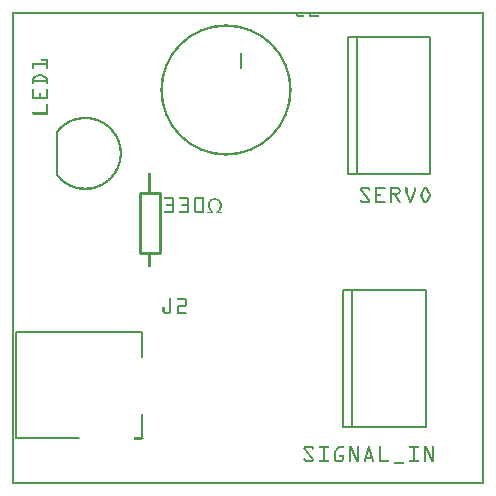
<source format=gto>
G04 MADE WITH FRITZING*
G04 WWW.FRITZING.ORG*
G04 DOUBLE SIDED*
G04 HOLES PLATED*
G04 CONTOUR ON CENTER OF CONTOUR VECTOR*
%ASAXBY*%
%FSLAX23Y23*%
%MOIN*%
%OFA0B0*%
%SFA1.0B1.0*%
%ADD10C,0.438000X0.422*%
%ADD11C,0.008000*%
%ADD12C,0.010000*%
%ADD13R,0.001000X0.001000*%
%LNSILK1*%
G90*
G70*
G54D10*
X713Y1313D03*
G54D11*
X1396Y1492D02*
X1396Y1035D01*
D02*
X1396Y1035D02*
X1151Y1035D01*
D02*
X1151Y1035D02*
X1120Y1035D01*
D02*
X1120Y1035D02*
X1120Y1492D01*
D02*
X1120Y1492D02*
X1151Y1492D01*
D02*
X1151Y1492D02*
X1396Y1492D01*
D02*
X1151Y1035D02*
X1151Y1492D01*
G54D12*
D02*
X493Y971D02*
X493Y771D01*
D02*
X493Y771D02*
X427Y771D01*
D02*
X427Y771D02*
X427Y971D01*
D02*
X427Y971D02*
X493Y971D01*
G54D11*
D02*
X1380Y649D02*
X1380Y192D01*
D02*
X1380Y192D02*
X1136Y192D01*
D02*
X1136Y192D02*
X1104Y192D01*
D02*
X1104Y192D02*
X1104Y649D01*
D02*
X1104Y649D02*
X1136Y649D01*
D02*
X1136Y649D02*
X1380Y649D01*
D02*
X1136Y192D02*
X1136Y649D01*
D02*
X763Y1388D02*
X763Y1438D01*
D02*
X436Y153D02*
X436Y235D01*
D02*
X14Y153D02*
X223Y153D01*
D02*
X14Y507D02*
X436Y507D01*
D02*
X436Y507D02*
X436Y424D01*
D02*
X14Y507D02*
X14Y153D01*
G54D13*
X1Y1574D02*
X1574Y1574D01*
X1Y1573D02*
X1574Y1573D01*
X1Y1572D02*
X1574Y1572D01*
X1Y1571D02*
X1574Y1571D01*
X1Y1570D02*
X1574Y1570D01*
X1Y1569D02*
X1574Y1569D01*
X1Y1568D02*
X1574Y1568D01*
X1Y1567D02*
X1574Y1567D01*
X1Y1566D02*
X8Y1566D01*
X947Y1566D02*
X954Y1566D01*
X990Y1566D02*
X996Y1566D01*
X1567Y1566D02*
X1574Y1566D01*
X1Y1565D02*
X8Y1565D01*
X948Y1565D02*
X955Y1565D01*
X990Y1565D02*
X996Y1565D01*
X1567Y1565D02*
X1574Y1565D01*
X1Y1564D02*
X8Y1564D01*
X948Y1564D02*
X971Y1564D01*
X990Y1564D02*
X1021Y1564D01*
X1567Y1564D02*
X1574Y1564D01*
X1Y1563D02*
X8Y1563D01*
X949Y1563D02*
X973Y1563D01*
X990Y1563D02*
X1023Y1563D01*
X1567Y1563D02*
X1574Y1563D01*
X1Y1562D02*
X8Y1562D01*
X949Y1562D02*
X973Y1562D01*
X990Y1562D02*
X1023Y1562D01*
X1567Y1562D02*
X1574Y1562D01*
X1Y1561D02*
X8Y1561D01*
X950Y1561D02*
X974Y1561D01*
X990Y1561D02*
X1024Y1561D01*
X1567Y1561D02*
X1574Y1561D01*
X1Y1560D02*
X8Y1560D01*
X951Y1560D02*
X973Y1560D01*
X990Y1560D02*
X1024Y1560D01*
X1567Y1560D02*
X1574Y1560D01*
X1Y1559D02*
X8Y1559D01*
X952Y1559D02*
X973Y1559D01*
X990Y1559D02*
X1023Y1559D01*
X1567Y1559D02*
X1574Y1559D01*
X1Y1558D02*
X8Y1558D01*
X954Y1558D02*
X972Y1558D01*
X990Y1558D02*
X1022Y1558D01*
X1567Y1558D02*
X1574Y1558D01*
X1Y1557D02*
X8Y1557D01*
X1567Y1557D02*
X1574Y1557D01*
X1Y1556D02*
X8Y1556D01*
X1567Y1556D02*
X1574Y1556D01*
X1Y1555D02*
X8Y1555D01*
X1567Y1555D02*
X1574Y1555D01*
X1Y1554D02*
X8Y1554D01*
X1567Y1554D02*
X1574Y1554D01*
X1Y1553D02*
X8Y1553D01*
X1567Y1553D02*
X1574Y1553D01*
X1Y1552D02*
X8Y1552D01*
X1567Y1552D02*
X1574Y1552D01*
X1Y1551D02*
X8Y1551D01*
X1567Y1551D02*
X1574Y1551D01*
X1Y1550D02*
X8Y1550D01*
X1567Y1550D02*
X1574Y1550D01*
X1Y1549D02*
X8Y1549D01*
X1567Y1549D02*
X1574Y1549D01*
X1Y1548D02*
X8Y1548D01*
X1567Y1548D02*
X1574Y1548D01*
X1Y1547D02*
X8Y1547D01*
X1567Y1547D02*
X1574Y1547D01*
X1Y1546D02*
X8Y1546D01*
X1567Y1546D02*
X1574Y1546D01*
X1Y1545D02*
X8Y1545D01*
X1567Y1545D02*
X1574Y1545D01*
X1Y1544D02*
X8Y1544D01*
X1567Y1544D02*
X1574Y1544D01*
X1Y1543D02*
X8Y1543D01*
X1567Y1543D02*
X1574Y1543D01*
X1Y1542D02*
X8Y1542D01*
X1567Y1542D02*
X1574Y1542D01*
X1Y1541D02*
X8Y1541D01*
X1567Y1541D02*
X1574Y1541D01*
X1Y1540D02*
X8Y1540D01*
X1567Y1540D02*
X1574Y1540D01*
X1Y1539D02*
X8Y1539D01*
X1567Y1539D02*
X1574Y1539D01*
X1Y1538D02*
X8Y1538D01*
X1567Y1538D02*
X1574Y1538D01*
X1Y1537D02*
X8Y1537D01*
X1567Y1537D02*
X1574Y1537D01*
X1Y1536D02*
X8Y1536D01*
X1567Y1536D02*
X1574Y1536D01*
X1Y1535D02*
X8Y1535D01*
X1567Y1535D02*
X1574Y1535D01*
X1Y1534D02*
X8Y1534D01*
X1567Y1534D02*
X1574Y1534D01*
X1Y1533D02*
X8Y1533D01*
X1567Y1533D02*
X1574Y1533D01*
X1Y1532D02*
X8Y1532D01*
X1567Y1532D02*
X1574Y1532D01*
X1Y1531D02*
X8Y1531D01*
X1567Y1531D02*
X1574Y1531D01*
X1Y1530D02*
X8Y1530D01*
X1567Y1530D02*
X1574Y1530D01*
X1Y1529D02*
X8Y1529D01*
X1567Y1529D02*
X1574Y1529D01*
X1Y1528D02*
X8Y1528D01*
X1567Y1528D02*
X1574Y1528D01*
X1Y1527D02*
X8Y1527D01*
X1567Y1527D02*
X1574Y1527D01*
X1Y1526D02*
X8Y1526D01*
X1567Y1526D02*
X1574Y1526D01*
X1Y1525D02*
X8Y1525D01*
X1567Y1525D02*
X1574Y1525D01*
X1Y1524D02*
X8Y1524D01*
X1567Y1524D02*
X1574Y1524D01*
X1Y1523D02*
X8Y1523D01*
X1567Y1523D02*
X1574Y1523D01*
X1Y1522D02*
X8Y1522D01*
X1567Y1522D02*
X1574Y1522D01*
X1Y1521D02*
X8Y1521D01*
X1567Y1521D02*
X1574Y1521D01*
X1Y1520D02*
X8Y1520D01*
X1567Y1520D02*
X1574Y1520D01*
X1Y1519D02*
X8Y1519D01*
X1567Y1519D02*
X1574Y1519D01*
X1Y1518D02*
X8Y1518D01*
X1567Y1518D02*
X1574Y1518D01*
X1Y1517D02*
X8Y1517D01*
X1567Y1517D02*
X1574Y1517D01*
X1Y1516D02*
X8Y1516D01*
X1567Y1516D02*
X1574Y1516D01*
X1Y1515D02*
X8Y1515D01*
X1567Y1515D02*
X1574Y1515D01*
X1Y1514D02*
X8Y1514D01*
X1567Y1514D02*
X1574Y1514D01*
X1Y1513D02*
X8Y1513D01*
X1567Y1513D02*
X1574Y1513D01*
X1Y1512D02*
X8Y1512D01*
X1567Y1512D02*
X1574Y1512D01*
X1Y1511D02*
X8Y1511D01*
X1567Y1511D02*
X1574Y1511D01*
X1Y1510D02*
X8Y1510D01*
X1567Y1510D02*
X1574Y1510D01*
X1Y1509D02*
X8Y1509D01*
X1567Y1509D02*
X1574Y1509D01*
X1Y1508D02*
X8Y1508D01*
X1567Y1508D02*
X1574Y1508D01*
X1Y1507D02*
X8Y1507D01*
X1567Y1507D02*
X1574Y1507D01*
X1Y1506D02*
X8Y1506D01*
X1567Y1506D02*
X1574Y1506D01*
X1Y1505D02*
X8Y1505D01*
X1567Y1505D02*
X1574Y1505D01*
X1Y1504D02*
X8Y1504D01*
X1567Y1504D02*
X1574Y1504D01*
X1Y1503D02*
X8Y1503D01*
X1567Y1503D02*
X1574Y1503D01*
X1Y1502D02*
X8Y1502D01*
X1567Y1502D02*
X1574Y1502D01*
X1Y1501D02*
X8Y1501D01*
X1567Y1501D02*
X1574Y1501D01*
X1Y1500D02*
X8Y1500D01*
X1567Y1500D02*
X1574Y1500D01*
X1Y1499D02*
X8Y1499D01*
X1567Y1499D02*
X1574Y1499D01*
X1Y1498D02*
X8Y1498D01*
X1567Y1498D02*
X1574Y1498D01*
X1Y1497D02*
X8Y1497D01*
X1567Y1497D02*
X1574Y1497D01*
X1Y1496D02*
X8Y1496D01*
X1567Y1496D02*
X1574Y1496D01*
X1Y1495D02*
X8Y1495D01*
X1567Y1495D02*
X1574Y1495D01*
X1Y1494D02*
X8Y1494D01*
X1567Y1494D02*
X1574Y1494D01*
X1Y1493D02*
X8Y1493D01*
X1567Y1493D02*
X1574Y1493D01*
X1Y1492D02*
X8Y1492D01*
X1567Y1492D02*
X1574Y1492D01*
X1Y1491D02*
X8Y1491D01*
X1567Y1491D02*
X1574Y1491D01*
X1Y1490D02*
X8Y1490D01*
X1567Y1490D02*
X1574Y1490D01*
X1Y1489D02*
X8Y1489D01*
X1567Y1489D02*
X1574Y1489D01*
X1Y1488D02*
X8Y1488D01*
X1567Y1488D02*
X1574Y1488D01*
X1Y1487D02*
X8Y1487D01*
X1567Y1487D02*
X1574Y1487D01*
X1Y1486D02*
X8Y1486D01*
X1567Y1486D02*
X1574Y1486D01*
X1Y1485D02*
X8Y1485D01*
X1567Y1485D02*
X1574Y1485D01*
X1Y1484D02*
X8Y1484D01*
X1567Y1484D02*
X1574Y1484D01*
X1Y1483D02*
X8Y1483D01*
X1567Y1483D02*
X1574Y1483D01*
X1Y1482D02*
X8Y1482D01*
X1567Y1482D02*
X1574Y1482D01*
X1Y1481D02*
X8Y1481D01*
X1567Y1481D02*
X1574Y1481D01*
X1Y1480D02*
X8Y1480D01*
X1567Y1480D02*
X1574Y1480D01*
X1Y1479D02*
X8Y1479D01*
X1567Y1479D02*
X1574Y1479D01*
X1Y1478D02*
X8Y1478D01*
X1567Y1478D02*
X1574Y1478D01*
X1Y1477D02*
X8Y1477D01*
X1567Y1477D02*
X1574Y1477D01*
X1Y1476D02*
X8Y1476D01*
X1567Y1476D02*
X1574Y1476D01*
X1Y1475D02*
X8Y1475D01*
X1567Y1475D02*
X1574Y1475D01*
X1Y1474D02*
X8Y1474D01*
X1567Y1474D02*
X1574Y1474D01*
X1Y1473D02*
X8Y1473D01*
X1567Y1473D02*
X1574Y1473D01*
X1Y1472D02*
X8Y1472D01*
X1567Y1472D02*
X1574Y1472D01*
X1Y1471D02*
X8Y1471D01*
X1567Y1471D02*
X1574Y1471D01*
X1Y1470D02*
X8Y1470D01*
X1567Y1470D02*
X1574Y1470D01*
X1Y1469D02*
X8Y1469D01*
X1567Y1469D02*
X1574Y1469D01*
X1Y1468D02*
X8Y1468D01*
X1567Y1468D02*
X1574Y1468D01*
X1Y1467D02*
X8Y1467D01*
X1567Y1467D02*
X1574Y1467D01*
X1Y1466D02*
X8Y1466D01*
X1567Y1466D02*
X1574Y1466D01*
X1Y1465D02*
X8Y1465D01*
X1567Y1465D02*
X1574Y1465D01*
X1Y1464D02*
X8Y1464D01*
X1567Y1464D02*
X1574Y1464D01*
X1Y1463D02*
X8Y1463D01*
X1567Y1463D02*
X1574Y1463D01*
X1Y1462D02*
X8Y1462D01*
X1567Y1462D02*
X1574Y1462D01*
X1Y1461D02*
X8Y1461D01*
X1567Y1461D02*
X1574Y1461D01*
X1Y1460D02*
X8Y1460D01*
X1567Y1460D02*
X1574Y1460D01*
X1Y1459D02*
X8Y1459D01*
X1567Y1459D02*
X1574Y1459D01*
X1Y1458D02*
X8Y1458D01*
X1567Y1458D02*
X1574Y1458D01*
X1Y1457D02*
X8Y1457D01*
X1567Y1457D02*
X1574Y1457D01*
X1Y1456D02*
X8Y1456D01*
X1567Y1456D02*
X1574Y1456D01*
X1Y1455D02*
X8Y1455D01*
X1567Y1455D02*
X1574Y1455D01*
X1Y1454D02*
X8Y1454D01*
X1567Y1454D02*
X1574Y1454D01*
X1Y1453D02*
X8Y1453D01*
X1567Y1453D02*
X1574Y1453D01*
X1Y1452D02*
X8Y1452D01*
X1567Y1452D02*
X1574Y1452D01*
X1Y1451D02*
X8Y1451D01*
X1567Y1451D02*
X1574Y1451D01*
X1Y1450D02*
X8Y1450D01*
X1567Y1450D02*
X1574Y1450D01*
X1Y1449D02*
X8Y1449D01*
X1567Y1449D02*
X1574Y1449D01*
X1Y1448D02*
X8Y1448D01*
X1567Y1448D02*
X1574Y1448D01*
X1Y1447D02*
X8Y1447D01*
X1567Y1447D02*
X1574Y1447D01*
X1Y1446D02*
X8Y1446D01*
X1567Y1446D02*
X1574Y1446D01*
X1Y1445D02*
X8Y1445D01*
X1567Y1445D02*
X1574Y1445D01*
X1Y1444D02*
X8Y1444D01*
X1567Y1444D02*
X1574Y1444D01*
X1Y1443D02*
X8Y1443D01*
X1567Y1443D02*
X1574Y1443D01*
X1Y1442D02*
X8Y1442D01*
X1567Y1442D02*
X1574Y1442D01*
X1Y1441D02*
X8Y1441D01*
X1567Y1441D02*
X1574Y1441D01*
X1Y1440D02*
X8Y1440D01*
X1567Y1440D02*
X1574Y1440D01*
X1Y1439D02*
X8Y1439D01*
X1567Y1439D02*
X1574Y1439D01*
X1Y1438D02*
X8Y1438D01*
X1567Y1438D02*
X1574Y1438D01*
X1Y1437D02*
X8Y1437D01*
X1567Y1437D02*
X1574Y1437D01*
X1Y1436D02*
X8Y1436D01*
X1567Y1436D02*
X1574Y1436D01*
X1Y1435D02*
X8Y1435D01*
X1567Y1435D02*
X1574Y1435D01*
X1Y1434D02*
X8Y1434D01*
X1567Y1434D02*
X1574Y1434D01*
X1Y1433D02*
X8Y1433D01*
X1567Y1433D02*
X1574Y1433D01*
X1Y1432D02*
X8Y1432D01*
X1567Y1432D02*
X1574Y1432D01*
X1Y1431D02*
X8Y1431D01*
X1567Y1431D02*
X1574Y1431D01*
X1Y1430D02*
X8Y1430D01*
X1567Y1430D02*
X1574Y1430D01*
X1Y1429D02*
X8Y1429D01*
X1567Y1429D02*
X1574Y1429D01*
X1Y1428D02*
X8Y1428D01*
X1567Y1428D02*
X1574Y1428D01*
X1Y1427D02*
X8Y1427D01*
X1567Y1427D02*
X1574Y1427D01*
X1Y1426D02*
X8Y1426D01*
X1567Y1426D02*
X1574Y1426D01*
X1Y1425D02*
X8Y1425D01*
X1567Y1425D02*
X1574Y1425D01*
X1Y1424D02*
X8Y1424D01*
X1567Y1424D02*
X1574Y1424D01*
X1Y1423D02*
X8Y1423D01*
X1567Y1423D02*
X1574Y1423D01*
X1Y1422D02*
X8Y1422D01*
X1567Y1422D02*
X1574Y1422D01*
X1Y1421D02*
X8Y1421D01*
X1567Y1421D02*
X1574Y1421D01*
X1Y1420D02*
X8Y1420D01*
X1567Y1420D02*
X1574Y1420D01*
X1Y1419D02*
X8Y1419D01*
X1567Y1419D02*
X1574Y1419D01*
X1Y1418D02*
X8Y1418D01*
X1567Y1418D02*
X1574Y1418D01*
X1Y1417D02*
X8Y1417D01*
X98Y1417D02*
X119Y1417D01*
X1567Y1417D02*
X1574Y1417D01*
X1Y1416D02*
X8Y1416D01*
X97Y1416D02*
X120Y1416D01*
X1567Y1416D02*
X1574Y1416D01*
X1Y1415D02*
X8Y1415D01*
X97Y1415D02*
X120Y1415D01*
X1567Y1415D02*
X1574Y1415D01*
X1Y1414D02*
X8Y1414D01*
X97Y1414D02*
X121Y1414D01*
X1567Y1414D02*
X1574Y1414D01*
X1Y1413D02*
X8Y1413D01*
X97Y1413D02*
X121Y1413D01*
X1567Y1413D02*
X1574Y1413D01*
X1Y1412D02*
X8Y1412D01*
X98Y1412D02*
X121Y1412D01*
X1567Y1412D02*
X1574Y1412D01*
X1Y1411D02*
X8Y1411D01*
X100Y1411D02*
X121Y1411D01*
X1567Y1411D02*
X1574Y1411D01*
X1Y1410D02*
X8Y1410D01*
X115Y1410D02*
X121Y1410D01*
X1567Y1410D02*
X1574Y1410D01*
X1Y1409D02*
X8Y1409D01*
X115Y1409D02*
X121Y1409D01*
X1567Y1409D02*
X1574Y1409D01*
X1Y1408D02*
X8Y1408D01*
X115Y1408D02*
X121Y1408D01*
X1567Y1408D02*
X1574Y1408D01*
X1Y1407D02*
X8Y1407D01*
X115Y1407D02*
X121Y1407D01*
X1567Y1407D02*
X1574Y1407D01*
X1Y1406D02*
X8Y1406D01*
X115Y1406D02*
X121Y1406D01*
X1567Y1406D02*
X1574Y1406D01*
X1Y1405D02*
X8Y1405D01*
X115Y1405D02*
X121Y1405D01*
X1567Y1405D02*
X1574Y1405D01*
X1Y1404D02*
X8Y1404D01*
X68Y1404D02*
X121Y1404D01*
X1567Y1404D02*
X1574Y1404D01*
X1Y1403D02*
X8Y1403D01*
X67Y1403D02*
X121Y1403D01*
X1567Y1403D02*
X1574Y1403D01*
X1Y1402D02*
X8Y1402D01*
X67Y1402D02*
X121Y1402D01*
X1567Y1402D02*
X1574Y1402D01*
X1Y1401D02*
X8Y1401D01*
X67Y1401D02*
X121Y1401D01*
X1567Y1401D02*
X1574Y1401D01*
X1Y1400D02*
X8Y1400D01*
X67Y1400D02*
X121Y1400D01*
X1567Y1400D02*
X1574Y1400D01*
X1Y1399D02*
X8Y1399D01*
X67Y1399D02*
X121Y1399D01*
X1567Y1399D02*
X1574Y1399D01*
X1Y1398D02*
X8Y1398D01*
X67Y1398D02*
X121Y1398D01*
X1567Y1398D02*
X1574Y1398D01*
X1Y1397D02*
X8Y1397D01*
X67Y1397D02*
X74Y1397D01*
X114Y1397D02*
X121Y1397D01*
X1567Y1397D02*
X1574Y1397D01*
X1Y1396D02*
X8Y1396D01*
X67Y1396D02*
X73Y1396D01*
X115Y1396D02*
X121Y1396D01*
X1567Y1396D02*
X1574Y1396D01*
X1Y1395D02*
X8Y1395D01*
X67Y1395D02*
X73Y1395D01*
X115Y1395D02*
X121Y1395D01*
X1567Y1395D02*
X1574Y1395D01*
X1Y1394D02*
X8Y1394D01*
X67Y1394D02*
X73Y1394D01*
X115Y1394D02*
X121Y1394D01*
X1567Y1394D02*
X1574Y1394D01*
X1Y1393D02*
X8Y1393D01*
X67Y1393D02*
X73Y1393D01*
X115Y1393D02*
X121Y1393D01*
X1567Y1393D02*
X1574Y1393D01*
X1Y1392D02*
X8Y1392D01*
X67Y1392D02*
X73Y1392D01*
X115Y1392D02*
X121Y1392D01*
X1567Y1392D02*
X1574Y1392D01*
X1Y1391D02*
X8Y1391D01*
X67Y1391D02*
X73Y1391D01*
X115Y1391D02*
X121Y1391D01*
X1567Y1391D02*
X1574Y1391D01*
X1Y1390D02*
X8Y1390D01*
X67Y1390D02*
X73Y1390D01*
X115Y1390D02*
X121Y1390D01*
X1567Y1390D02*
X1574Y1390D01*
X1Y1389D02*
X8Y1389D01*
X67Y1389D02*
X73Y1389D01*
X115Y1389D02*
X121Y1389D01*
X1567Y1389D02*
X1574Y1389D01*
X1Y1388D02*
X8Y1388D01*
X67Y1388D02*
X73Y1388D01*
X115Y1388D02*
X121Y1388D01*
X1567Y1388D02*
X1574Y1388D01*
X1Y1387D02*
X8Y1387D01*
X67Y1387D02*
X73Y1387D01*
X115Y1387D02*
X121Y1387D01*
X1567Y1387D02*
X1574Y1387D01*
X1Y1386D02*
X8Y1386D01*
X68Y1386D02*
X73Y1386D01*
X115Y1386D02*
X120Y1386D01*
X1567Y1386D02*
X1574Y1386D01*
X1Y1385D02*
X8Y1385D01*
X68Y1385D02*
X73Y1385D01*
X115Y1385D02*
X120Y1385D01*
X1567Y1385D02*
X1574Y1385D01*
X1Y1384D02*
X8Y1384D01*
X69Y1384D02*
X72Y1384D01*
X116Y1384D02*
X119Y1384D01*
X1567Y1384D02*
X1574Y1384D01*
X1Y1383D02*
X8Y1383D01*
X1567Y1383D02*
X1574Y1383D01*
X1Y1382D02*
X8Y1382D01*
X1567Y1382D02*
X1574Y1382D01*
X1Y1381D02*
X8Y1381D01*
X1567Y1381D02*
X1574Y1381D01*
X1Y1380D02*
X8Y1380D01*
X1567Y1380D02*
X1574Y1380D01*
X1Y1379D02*
X8Y1379D01*
X1567Y1379D02*
X1574Y1379D01*
X1Y1378D02*
X8Y1378D01*
X1567Y1378D02*
X1574Y1378D01*
X1Y1377D02*
X8Y1377D01*
X1567Y1377D02*
X1574Y1377D01*
X1Y1376D02*
X8Y1376D01*
X1567Y1376D02*
X1574Y1376D01*
X1Y1375D02*
X8Y1375D01*
X1567Y1375D02*
X1574Y1375D01*
X1Y1374D02*
X8Y1374D01*
X1567Y1374D02*
X1574Y1374D01*
X1Y1373D02*
X8Y1373D01*
X1567Y1373D02*
X1574Y1373D01*
X1Y1372D02*
X8Y1372D01*
X1567Y1372D02*
X1574Y1372D01*
X1Y1371D02*
X8Y1371D01*
X1567Y1371D02*
X1574Y1371D01*
X1Y1370D02*
X8Y1370D01*
X1567Y1370D02*
X1574Y1370D01*
X1Y1369D02*
X8Y1369D01*
X1567Y1369D02*
X1574Y1369D01*
X1Y1368D02*
X8Y1368D01*
X1567Y1368D02*
X1574Y1368D01*
X1Y1367D02*
X8Y1367D01*
X90Y1367D02*
X98Y1367D01*
X1567Y1367D02*
X1574Y1367D01*
X1Y1366D02*
X8Y1366D01*
X87Y1366D02*
X101Y1366D01*
X1567Y1366D02*
X1574Y1366D01*
X1Y1365D02*
X8Y1365D01*
X85Y1365D02*
X103Y1365D01*
X1567Y1365D02*
X1574Y1365D01*
X1Y1364D02*
X8Y1364D01*
X83Y1364D02*
X105Y1364D01*
X1567Y1364D02*
X1574Y1364D01*
X1Y1363D02*
X8Y1363D01*
X81Y1363D02*
X107Y1363D01*
X1567Y1363D02*
X1574Y1363D01*
X1Y1362D02*
X8Y1362D01*
X79Y1362D02*
X109Y1362D01*
X1567Y1362D02*
X1574Y1362D01*
X1Y1361D02*
X8Y1361D01*
X77Y1361D02*
X111Y1361D01*
X1567Y1361D02*
X1574Y1361D01*
X1Y1360D02*
X8Y1360D01*
X75Y1360D02*
X90Y1360D01*
X98Y1360D02*
X113Y1360D01*
X1567Y1360D02*
X1574Y1360D01*
X1Y1359D02*
X8Y1359D01*
X73Y1359D02*
X88Y1359D01*
X100Y1359D02*
X115Y1359D01*
X1567Y1359D02*
X1574Y1359D01*
X1Y1358D02*
X8Y1358D01*
X72Y1358D02*
X86Y1358D01*
X102Y1358D02*
X116Y1358D01*
X1567Y1358D02*
X1574Y1358D01*
X1Y1357D02*
X8Y1357D01*
X71Y1357D02*
X84Y1357D01*
X104Y1357D02*
X118Y1357D01*
X1567Y1357D02*
X1574Y1357D01*
X1Y1356D02*
X8Y1356D01*
X70Y1356D02*
X82Y1356D01*
X106Y1356D02*
X118Y1356D01*
X1567Y1356D02*
X1574Y1356D01*
X1Y1355D02*
X8Y1355D01*
X69Y1355D02*
X80Y1355D01*
X108Y1355D02*
X119Y1355D01*
X1567Y1355D02*
X1574Y1355D01*
X1Y1354D02*
X8Y1354D01*
X69Y1354D02*
X78Y1354D01*
X110Y1354D02*
X120Y1354D01*
X1567Y1354D02*
X1574Y1354D01*
X1Y1353D02*
X8Y1353D01*
X68Y1353D02*
X76Y1353D01*
X112Y1353D02*
X120Y1353D01*
X1567Y1353D02*
X1574Y1353D01*
X1Y1352D02*
X8Y1352D01*
X68Y1352D02*
X75Y1352D01*
X114Y1352D02*
X120Y1352D01*
X1567Y1352D02*
X1574Y1352D01*
X1Y1351D02*
X8Y1351D01*
X68Y1351D02*
X74Y1351D01*
X114Y1351D02*
X120Y1351D01*
X1567Y1351D02*
X1574Y1351D01*
X1Y1350D02*
X8Y1350D01*
X67Y1350D02*
X74Y1350D01*
X115Y1350D02*
X121Y1350D01*
X1567Y1350D02*
X1574Y1350D01*
X1Y1349D02*
X8Y1349D01*
X67Y1349D02*
X73Y1349D01*
X115Y1349D02*
X121Y1349D01*
X1567Y1349D02*
X1574Y1349D01*
X1Y1348D02*
X8Y1348D01*
X67Y1348D02*
X73Y1348D01*
X115Y1348D02*
X121Y1348D01*
X1567Y1348D02*
X1574Y1348D01*
X1Y1347D02*
X8Y1347D01*
X67Y1347D02*
X121Y1347D01*
X1567Y1347D02*
X1574Y1347D01*
X1Y1346D02*
X8Y1346D01*
X67Y1346D02*
X121Y1346D01*
X1567Y1346D02*
X1574Y1346D01*
X1Y1345D02*
X8Y1345D01*
X67Y1345D02*
X121Y1345D01*
X1567Y1345D02*
X1574Y1345D01*
X1Y1344D02*
X8Y1344D01*
X67Y1344D02*
X121Y1344D01*
X1567Y1344D02*
X1574Y1344D01*
X1Y1343D02*
X8Y1343D01*
X67Y1343D02*
X121Y1343D01*
X1567Y1343D02*
X1574Y1343D01*
X1Y1342D02*
X8Y1342D01*
X67Y1342D02*
X121Y1342D01*
X1567Y1342D02*
X1574Y1342D01*
X1Y1341D02*
X8Y1341D01*
X67Y1341D02*
X121Y1341D01*
X1567Y1341D02*
X1574Y1341D01*
X1Y1340D02*
X8Y1340D01*
X67Y1340D02*
X74Y1340D01*
X114Y1340D02*
X121Y1340D01*
X1567Y1340D02*
X1574Y1340D01*
X1Y1339D02*
X8Y1339D01*
X67Y1339D02*
X73Y1339D01*
X115Y1339D02*
X121Y1339D01*
X1567Y1339D02*
X1574Y1339D01*
X1Y1338D02*
X8Y1338D01*
X67Y1338D02*
X73Y1338D01*
X115Y1338D02*
X121Y1338D01*
X1567Y1338D02*
X1574Y1338D01*
X1Y1337D02*
X8Y1337D01*
X67Y1337D02*
X73Y1337D01*
X115Y1337D02*
X121Y1337D01*
X1567Y1337D02*
X1574Y1337D01*
X1Y1336D02*
X8Y1336D01*
X68Y1336D02*
X73Y1336D01*
X115Y1336D02*
X120Y1336D01*
X1567Y1336D02*
X1574Y1336D01*
X1Y1335D02*
X8Y1335D01*
X68Y1335D02*
X73Y1335D01*
X115Y1335D02*
X120Y1335D01*
X1567Y1335D02*
X1574Y1335D01*
X1Y1334D02*
X8Y1334D01*
X69Y1334D02*
X72Y1334D01*
X116Y1334D02*
X119Y1334D01*
X1567Y1334D02*
X1574Y1334D01*
X1Y1333D02*
X8Y1333D01*
X1567Y1333D02*
X1574Y1333D01*
X1Y1332D02*
X8Y1332D01*
X1567Y1332D02*
X1574Y1332D01*
X1Y1331D02*
X8Y1331D01*
X1567Y1331D02*
X1574Y1331D01*
X1Y1330D02*
X8Y1330D01*
X1567Y1330D02*
X1574Y1330D01*
X1Y1329D02*
X8Y1329D01*
X1567Y1329D02*
X1574Y1329D01*
X1Y1328D02*
X8Y1328D01*
X1567Y1328D02*
X1574Y1328D01*
X1Y1327D02*
X8Y1327D01*
X1567Y1327D02*
X1574Y1327D01*
X1Y1326D02*
X8Y1326D01*
X1567Y1326D02*
X1574Y1326D01*
X1Y1325D02*
X8Y1325D01*
X1567Y1325D02*
X1574Y1325D01*
X1Y1324D02*
X8Y1324D01*
X1567Y1324D02*
X1574Y1324D01*
X1Y1323D02*
X8Y1323D01*
X1567Y1323D02*
X1574Y1323D01*
X1Y1322D02*
X8Y1322D01*
X1567Y1322D02*
X1574Y1322D01*
X1Y1321D02*
X8Y1321D01*
X1567Y1321D02*
X1574Y1321D01*
X1Y1320D02*
X8Y1320D01*
X1567Y1320D02*
X1574Y1320D01*
X1Y1319D02*
X8Y1319D01*
X1567Y1319D02*
X1574Y1319D01*
X1Y1318D02*
X8Y1318D01*
X1567Y1318D02*
X1574Y1318D01*
X1Y1317D02*
X8Y1317D01*
X69Y1317D02*
X72Y1317D01*
X116Y1317D02*
X119Y1317D01*
X1567Y1317D02*
X1574Y1317D01*
X1Y1316D02*
X8Y1316D01*
X68Y1316D02*
X73Y1316D01*
X115Y1316D02*
X120Y1316D01*
X1567Y1316D02*
X1574Y1316D01*
X1Y1315D02*
X8Y1315D01*
X68Y1315D02*
X73Y1315D01*
X115Y1315D02*
X120Y1315D01*
X1567Y1315D02*
X1574Y1315D01*
X1Y1314D02*
X8Y1314D01*
X67Y1314D02*
X73Y1314D01*
X115Y1314D02*
X121Y1314D01*
X1567Y1314D02*
X1574Y1314D01*
X1Y1313D02*
X8Y1313D01*
X67Y1313D02*
X73Y1313D01*
X115Y1313D02*
X121Y1313D01*
X1567Y1313D02*
X1574Y1313D01*
X1Y1312D02*
X8Y1312D01*
X67Y1312D02*
X73Y1312D01*
X115Y1312D02*
X121Y1312D01*
X1567Y1312D02*
X1574Y1312D01*
X1Y1311D02*
X8Y1311D01*
X67Y1311D02*
X73Y1311D01*
X115Y1311D02*
X121Y1311D01*
X1567Y1311D02*
X1574Y1311D01*
X1Y1310D02*
X8Y1310D01*
X67Y1310D02*
X73Y1310D01*
X115Y1310D02*
X121Y1310D01*
X1567Y1310D02*
X1574Y1310D01*
X1Y1309D02*
X8Y1309D01*
X67Y1309D02*
X73Y1309D01*
X115Y1309D02*
X121Y1309D01*
X1567Y1309D02*
X1574Y1309D01*
X1Y1308D02*
X8Y1308D01*
X67Y1308D02*
X73Y1308D01*
X115Y1308D02*
X121Y1308D01*
X1567Y1308D02*
X1574Y1308D01*
X1Y1307D02*
X8Y1307D01*
X67Y1307D02*
X73Y1307D01*
X115Y1307D02*
X121Y1307D01*
X1567Y1307D02*
X1574Y1307D01*
X1Y1306D02*
X8Y1306D01*
X67Y1306D02*
X73Y1306D01*
X115Y1306D02*
X121Y1306D01*
X1567Y1306D02*
X1574Y1306D01*
X1Y1305D02*
X8Y1305D01*
X67Y1305D02*
X73Y1305D01*
X115Y1305D02*
X121Y1305D01*
X1567Y1305D02*
X1574Y1305D01*
X1Y1304D02*
X8Y1304D01*
X67Y1304D02*
X73Y1304D01*
X115Y1304D02*
X121Y1304D01*
X1567Y1304D02*
X1574Y1304D01*
X1Y1303D02*
X8Y1303D01*
X67Y1303D02*
X73Y1303D01*
X92Y1303D02*
X96Y1303D01*
X115Y1303D02*
X121Y1303D01*
X1567Y1303D02*
X1574Y1303D01*
X1Y1302D02*
X8Y1302D01*
X67Y1302D02*
X73Y1302D01*
X92Y1302D02*
X96Y1302D01*
X115Y1302D02*
X121Y1302D01*
X1567Y1302D02*
X1574Y1302D01*
X1Y1301D02*
X8Y1301D01*
X67Y1301D02*
X73Y1301D01*
X91Y1301D02*
X97Y1301D01*
X115Y1301D02*
X121Y1301D01*
X1567Y1301D02*
X1574Y1301D01*
X1Y1300D02*
X8Y1300D01*
X67Y1300D02*
X73Y1300D01*
X91Y1300D02*
X97Y1300D01*
X115Y1300D02*
X121Y1300D01*
X1567Y1300D02*
X1574Y1300D01*
X1Y1299D02*
X8Y1299D01*
X67Y1299D02*
X73Y1299D01*
X91Y1299D02*
X97Y1299D01*
X115Y1299D02*
X121Y1299D01*
X1567Y1299D02*
X1574Y1299D01*
X1Y1298D02*
X8Y1298D01*
X67Y1298D02*
X73Y1298D01*
X91Y1298D02*
X97Y1298D01*
X115Y1298D02*
X121Y1298D01*
X1567Y1298D02*
X1574Y1298D01*
X1Y1297D02*
X8Y1297D01*
X67Y1297D02*
X73Y1297D01*
X91Y1297D02*
X97Y1297D01*
X115Y1297D02*
X121Y1297D01*
X1567Y1297D02*
X1574Y1297D01*
X1Y1296D02*
X8Y1296D01*
X67Y1296D02*
X73Y1296D01*
X91Y1296D02*
X97Y1296D01*
X115Y1296D02*
X121Y1296D01*
X1567Y1296D02*
X1574Y1296D01*
X1Y1295D02*
X8Y1295D01*
X67Y1295D02*
X73Y1295D01*
X91Y1295D02*
X97Y1295D01*
X115Y1295D02*
X121Y1295D01*
X1567Y1295D02*
X1574Y1295D01*
X1Y1294D02*
X8Y1294D01*
X67Y1294D02*
X73Y1294D01*
X91Y1294D02*
X97Y1294D01*
X115Y1294D02*
X121Y1294D01*
X1567Y1294D02*
X1574Y1294D01*
X1Y1293D02*
X8Y1293D01*
X67Y1293D02*
X73Y1293D01*
X91Y1293D02*
X97Y1293D01*
X115Y1293D02*
X121Y1293D01*
X1567Y1293D02*
X1574Y1293D01*
X1Y1292D02*
X8Y1292D01*
X67Y1292D02*
X73Y1292D01*
X91Y1292D02*
X97Y1292D01*
X115Y1292D02*
X121Y1292D01*
X1567Y1292D02*
X1574Y1292D01*
X1Y1291D02*
X8Y1291D01*
X67Y1291D02*
X73Y1291D01*
X91Y1291D02*
X97Y1291D01*
X115Y1291D02*
X121Y1291D01*
X1567Y1291D02*
X1574Y1291D01*
X1Y1290D02*
X8Y1290D01*
X67Y1290D02*
X121Y1290D01*
X1567Y1290D02*
X1574Y1290D01*
X1Y1289D02*
X8Y1289D01*
X67Y1289D02*
X121Y1289D01*
X1567Y1289D02*
X1574Y1289D01*
X1Y1288D02*
X8Y1288D01*
X67Y1288D02*
X121Y1288D01*
X1567Y1288D02*
X1574Y1288D01*
X1Y1287D02*
X8Y1287D01*
X67Y1287D02*
X121Y1287D01*
X1567Y1287D02*
X1574Y1287D01*
X1Y1286D02*
X8Y1286D01*
X67Y1286D02*
X121Y1286D01*
X1567Y1286D02*
X1574Y1286D01*
X1Y1285D02*
X8Y1285D01*
X67Y1285D02*
X121Y1285D01*
X1567Y1285D02*
X1574Y1285D01*
X1Y1284D02*
X8Y1284D01*
X67Y1284D02*
X121Y1284D01*
X1567Y1284D02*
X1574Y1284D01*
X1Y1283D02*
X8Y1283D01*
X1567Y1283D02*
X1574Y1283D01*
X1Y1282D02*
X8Y1282D01*
X1567Y1282D02*
X1574Y1282D01*
X1Y1281D02*
X8Y1281D01*
X1567Y1281D02*
X1574Y1281D01*
X1Y1280D02*
X8Y1280D01*
X1567Y1280D02*
X1574Y1280D01*
X1Y1279D02*
X8Y1279D01*
X1567Y1279D02*
X1574Y1279D01*
X1Y1278D02*
X8Y1278D01*
X1567Y1278D02*
X1574Y1278D01*
X1Y1277D02*
X8Y1277D01*
X1567Y1277D02*
X1574Y1277D01*
X1Y1276D02*
X8Y1276D01*
X1567Y1276D02*
X1574Y1276D01*
X1Y1275D02*
X8Y1275D01*
X1567Y1275D02*
X1574Y1275D01*
X1Y1274D02*
X8Y1274D01*
X1567Y1274D02*
X1574Y1274D01*
X1Y1273D02*
X8Y1273D01*
X1567Y1273D02*
X1574Y1273D01*
X1Y1272D02*
X8Y1272D01*
X1567Y1272D02*
X1574Y1272D01*
X1Y1271D02*
X8Y1271D01*
X1567Y1271D02*
X1574Y1271D01*
X1Y1270D02*
X8Y1270D01*
X1567Y1270D02*
X1574Y1270D01*
X1Y1269D02*
X8Y1269D01*
X1567Y1269D02*
X1574Y1269D01*
X1Y1268D02*
X8Y1268D01*
X1567Y1268D02*
X1574Y1268D01*
X1Y1267D02*
X8Y1267D01*
X117Y1267D02*
X119Y1267D01*
X1567Y1267D02*
X1574Y1267D01*
X1Y1266D02*
X8Y1266D01*
X115Y1266D02*
X120Y1266D01*
X1567Y1266D02*
X1574Y1266D01*
X1Y1265D02*
X8Y1265D01*
X115Y1265D02*
X120Y1265D01*
X1567Y1265D02*
X1574Y1265D01*
X1Y1264D02*
X8Y1264D01*
X115Y1264D02*
X121Y1264D01*
X1567Y1264D02*
X1574Y1264D01*
X1Y1263D02*
X8Y1263D01*
X115Y1263D02*
X121Y1263D01*
X1567Y1263D02*
X1574Y1263D01*
X1Y1262D02*
X8Y1262D01*
X115Y1262D02*
X121Y1262D01*
X1567Y1262D02*
X1574Y1262D01*
X1Y1261D02*
X8Y1261D01*
X115Y1261D02*
X121Y1261D01*
X1567Y1261D02*
X1574Y1261D01*
X1Y1260D02*
X8Y1260D01*
X115Y1260D02*
X121Y1260D01*
X1567Y1260D02*
X1574Y1260D01*
X1Y1259D02*
X8Y1259D01*
X115Y1259D02*
X121Y1259D01*
X1567Y1259D02*
X1574Y1259D01*
X1Y1258D02*
X8Y1258D01*
X115Y1258D02*
X121Y1258D01*
X1567Y1258D02*
X1574Y1258D01*
X1Y1257D02*
X8Y1257D01*
X115Y1257D02*
X121Y1257D01*
X1567Y1257D02*
X1574Y1257D01*
X1Y1256D02*
X8Y1256D01*
X115Y1256D02*
X121Y1256D01*
X1567Y1256D02*
X1574Y1256D01*
X1Y1255D02*
X8Y1255D01*
X115Y1255D02*
X121Y1255D01*
X1567Y1255D02*
X1574Y1255D01*
X1Y1254D02*
X8Y1254D01*
X115Y1254D02*
X121Y1254D01*
X1567Y1254D02*
X1574Y1254D01*
X1Y1253D02*
X8Y1253D01*
X115Y1253D02*
X121Y1253D01*
X1567Y1253D02*
X1574Y1253D01*
X1Y1252D02*
X8Y1252D01*
X115Y1252D02*
X121Y1252D01*
X1567Y1252D02*
X1574Y1252D01*
X1Y1251D02*
X8Y1251D01*
X115Y1251D02*
X121Y1251D01*
X1567Y1251D02*
X1574Y1251D01*
X1Y1250D02*
X8Y1250D01*
X115Y1250D02*
X121Y1250D01*
X1567Y1250D02*
X1574Y1250D01*
X1Y1249D02*
X8Y1249D01*
X115Y1249D02*
X121Y1249D01*
X1567Y1249D02*
X1574Y1249D01*
X1Y1248D02*
X8Y1248D01*
X115Y1248D02*
X121Y1248D01*
X1567Y1248D02*
X1574Y1248D01*
X1Y1247D02*
X8Y1247D01*
X115Y1247D02*
X121Y1247D01*
X1567Y1247D02*
X1574Y1247D01*
X1Y1246D02*
X8Y1246D01*
X115Y1246D02*
X121Y1246D01*
X1567Y1246D02*
X1574Y1246D01*
X1Y1245D02*
X8Y1245D01*
X115Y1245D02*
X121Y1245D01*
X1567Y1245D02*
X1574Y1245D01*
X1Y1244D02*
X8Y1244D01*
X115Y1244D02*
X121Y1244D01*
X1567Y1244D02*
X1574Y1244D01*
X1Y1243D02*
X8Y1243D01*
X115Y1243D02*
X121Y1243D01*
X1567Y1243D02*
X1574Y1243D01*
X1Y1242D02*
X8Y1242D01*
X115Y1242D02*
X121Y1242D01*
X1567Y1242D02*
X1574Y1242D01*
X1Y1241D02*
X8Y1241D01*
X115Y1241D02*
X121Y1241D01*
X1567Y1241D02*
X1574Y1241D01*
X1Y1240D02*
X8Y1240D01*
X114Y1240D02*
X121Y1240D01*
X1567Y1240D02*
X1574Y1240D01*
X1Y1239D02*
X8Y1239D01*
X69Y1239D02*
X121Y1239D01*
X1567Y1239D02*
X1574Y1239D01*
X1Y1238D02*
X8Y1238D01*
X68Y1238D02*
X121Y1238D01*
X1567Y1238D02*
X1574Y1238D01*
X1Y1237D02*
X8Y1237D01*
X68Y1237D02*
X121Y1237D01*
X1567Y1237D02*
X1574Y1237D01*
X1Y1236D02*
X8Y1236D01*
X68Y1236D02*
X121Y1236D01*
X1567Y1236D02*
X1574Y1236D01*
X1Y1235D02*
X8Y1235D01*
X68Y1235D02*
X121Y1235D01*
X1567Y1235D02*
X1574Y1235D01*
X1Y1234D02*
X8Y1234D01*
X68Y1234D02*
X121Y1234D01*
X1567Y1234D02*
X1574Y1234D01*
X1Y1233D02*
X8Y1233D01*
X70Y1233D02*
X120Y1233D01*
X1567Y1233D02*
X1574Y1233D01*
X1Y1232D02*
X8Y1232D01*
X1567Y1232D02*
X1574Y1232D01*
X1Y1231D02*
X8Y1231D01*
X1567Y1231D02*
X1574Y1231D01*
X1Y1230D02*
X8Y1230D01*
X1567Y1230D02*
X1574Y1230D01*
X1Y1229D02*
X8Y1229D01*
X1567Y1229D02*
X1574Y1229D01*
X1Y1228D02*
X8Y1228D01*
X1567Y1228D02*
X1574Y1228D01*
X1Y1227D02*
X8Y1227D01*
X1567Y1227D02*
X1574Y1227D01*
X1Y1226D02*
X8Y1226D01*
X1567Y1226D02*
X1574Y1226D01*
X1Y1225D02*
X8Y1225D01*
X1567Y1225D02*
X1574Y1225D01*
X1Y1224D02*
X8Y1224D01*
X230Y1224D02*
X260Y1224D01*
X1567Y1224D02*
X1574Y1224D01*
X1Y1223D02*
X8Y1223D01*
X224Y1223D02*
X266Y1223D01*
X1567Y1223D02*
X1574Y1223D01*
X1Y1222D02*
X8Y1222D01*
X219Y1222D02*
X271Y1222D01*
X1567Y1222D02*
X1574Y1222D01*
X1Y1221D02*
X8Y1221D01*
X215Y1221D02*
X275Y1221D01*
X1567Y1221D02*
X1574Y1221D01*
X1Y1220D02*
X8Y1220D01*
X211Y1220D02*
X279Y1220D01*
X1567Y1220D02*
X1574Y1220D01*
X1Y1219D02*
X8Y1219D01*
X208Y1219D02*
X282Y1219D01*
X1567Y1219D02*
X1574Y1219D01*
X1Y1218D02*
X8Y1218D01*
X205Y1218D02*
X285Y1218D01*
X1567Y1218D02*
X1574Y1218D01*
X1Y1217D02*
X8Y1217D01*
X202Y1217D02*
X240Y1217D01*
X251Y1217D02*
X288Y1217D01*
X1567Y1217D02*
X1574Y1217D01*
X1Y1216D02*
X8Y1216D01*
X200Y1216D02*
X229Y1216D01*
X262Y1216D02*
X290Y1216D01*
X1567Y1216D02*
X1574Y1216D01*
X1Y1215D02*
X8Y1215D01*
X198Y1215D02*
X223Y1215D01*
X268Y1215D02*
X293Y1215D01*
X1567Y1215D02*
X1574Y1215D01*
X1Y1214D02*
X8Y1214D01*
X195Y1214D02*
X218Y1214D01*
X272Y1214D02*
X295Y1214D01*
X1567Y1214D02*
X1574Y1214D01*
X1Y1213D02*
X8Y1213D01*
X193Y1213D02*
X214Y1213D01*
X276Y1213D02*
X297Y1213D01*
X1567Y1213D02*
X1574Y1213D01*
X1Y1212D02*
X8Y1212D01*
X191Y1212D02*
X211Y1212D01*
X280Y1212D02*
X299Y1212D01*
X1567Y1212D02*
X1574Y1212D01*
X1Y1211D02*
X8Y1211D01*
X189Y1211D02*
X208Y1211D01*
X283Y1211D02*
X301Y1211D01*
X1567Y1211D02*
X1574Y1211D01*
X1Y1210D02*
X8Y1210D01*
X187Y1210D02*
X205Y1210D01*
X286Y1210D02*
X303Y1210D01*
X1567Y1210D02*
X1574Y1210D01*
X1Y1209D02*
X8Y1209D01*
X185Y1209D02*
X202Y1209D01*
X288Y1209D02*
X305Y1209D01*
X1567Y1209D02*
X1574Y1209D01*
X1Y1208D02*
X8Y1208D01*
X184Y1208D02*
X200Y1208D01*
X291Y1208D02*
X307Y1208D01*
X1567Y1208D02*
X1574Y1208D01*
X1Y1207D02*
X8Y1207D01*
X182Y1207D02*
X198Y1207D01*
X293Y1207D02*
X308Y1207D01*
X1567Y1207D02*
X1574Y1207D01*
X1Y1206D02*
X8Y1206D01*
X180Y1206D02*
X195Y1206D01*
X295Y1206D02*
X310Y1206D01*
X1567Y1206D02*
X1574Y1206D01*
X1Y1205D02*
X8Y1205D01*
X179Y1205D02*
X193Y1205D01*
X297Y1205D02*
X312Y1205D01*
X1567Y1205D02*
X1574Y1205D01*
X1Y1204D02*
X8Y1204D01*
X177Y1204D02*
X191Y1204D01*
X299Y1204D02*
X313Y1204D01*
X1567Y1204D02*
X1574Y1204D01*
X1Y1203D02*
X8Y1203D01*
X176Y1203D02*
X190Y1203D01*
X301Y1203D02*
X314Y1203D01*
X1567Y1203D02*
X1574Y1203D01*
X1Y1202D02*
X8Y1202D01*
X174Y1202D02*
X188Y1202D01*
X302Y1202D02*
X316Y1202D01*
X1567Y1202D02*
X1574Y1202D01*
X1Y1201D02*
X8Y1201D01*
X173Y1201D02*
X186Y1201D01*
X304Y1201D02*
X317Y1201D01*
X1567Y1201D02*
X1574Y1201D01*
X1Y1200D02*
X8Y1200D01*
X172Y1200D02*
X184Y1200D01*
X306Y1200D02*
X319Y1200D01*
X1567Y1200D02*
X1574Y1200D01*
X1Y1199D02*
X8Y1199D01*
X171Y1199D02*
X183Y1199D01*
X307Y1199D02*
X320Y1199D01*
X1567Y1199D02*
X1574Y1199D01*
X1Y1198D02*
X8Y1198D01*
X169Y1198D02*
X181Y1198D01*
X309Y1198D02*
X321Y1198D01*
X1567Y1198D02*
X1574Y1198D01*
X1Y1197D02*
X8Y1197D01*
X168Y1197D02*
X180Y1197D01*
X310Y1197D02*
X322Y1197D01*
X1567Y1197D02*
X1574Y1197D01*
X1Y1196D02*
X8Y1196D01*
X167Y1196D02*
X178Y1196D01*
X312Y1196D02*
X324Y1196D01*
X1567Y1196D02*
X1574Y1196D01*
X1Y1195D02*
X8Y1195D01*
X166Y1195D02*
X177Y1195D01*
X313Y1195D02*
X325Y1195D01*
X1567Y1195D02*
X1574Y1195D01*
X1Y1194D02*
X8Y1194D01*
X165Y1194D02*
X176Y1194D01*
X315Y1194D02*
X326Y1194D01*
X1567Y1194D02*
X1574Y1194D01*
X1Y1193D02*
X8Y1193D01*
X163Y1193D02*
X174Y1193D01*
X316Y1193D02*
X327Y1193D01*
X1567Y1193D02*
X1574Y1193D01*
X1Y1192D02*
X8Y1192D01*
X162Y1192D02*
X173Y1192D01*
X317Y1192D02*
X328Y1192D01*
X1567Y1192D02*
X1574Y1192D01*
X1Y1191D02*
X8Y1191D01*
X161Y1191D02*
X172Y1191D01*
X318Y1191D02*
X329Y1191D01*
X1567Y1191D02*
X1574Y1191D01*
X1Y1190D02*
X8Y1190D01*
X160Y1190D02*
X171Y1190D01*
X320Y1190D02*
X330Y1190D01*
X1567Y1190D02*
X1574Y1190D01*
X1Y1189D02*
X8Y1189D01*
X159Y1189D02*
X170Y1189D01*
X321Y1189D02*
X331Y1189D01*
X1567Y1189D02*
X1574Y1189D01*
X1Y1188D02*
X8Y1188D01*
X158Y1188D02*
X169Y1188D01*
X322Y1188D02*
X332Y1188D01*
X1567Y1188D02*
X1574Y1188D01*
X1Y1187D02*
X8Y1187D01*
X157Y1187D02*
X167Y1187D01*
X323Y1187D02*
X333Y1187D01*
X1567Y1187D02*
X1574Y1187D01*
X1Y1186D02*
X8Y1186D01*
X156Y1186D02*
X166Y1186D01*
X324Y1186D02*
X334Y1186D01*
X1567Y1186D02*
X1574Y1186D01*
X1Y1185D02*
X8Y1185D01*
X155Y1185D02*
X165Y1185D01*
X325Y1185D02*
X335Y1185D01*
X1567Y1185D02*
X1574Y1185D01*
X1Y1184D02*
X8Y1184D01*
X155Y1184D02*
X164Y1184D01*
X326Y1184D02*
X336Y1184D01*
X1567Y1184D02*
X1574Y1184D01*
X1Y1183D02*
X8Y1183D01*
X154Y1183D02*
X163Y1183D01*
X327Y1183D02*
X337Y1183D01*
X1567Y1183D02*
X1574Y1183D01*
X1Y1182D02*
X8Y1182D01*
X153Y1182D02*
X162Y1182D01*
X328Y1182D02*
X338Y1182D01*
X1567Y1182D02*
X1574Y1182D01*
X1Y1181D02*
X8Y1181D01*
X152Y1181D02*
X161Y1181D01*
X329Y1181D02*
X338Y1181D01*
X1567Y1181D02*
X1574Y1181D01*
X1Y1180D02*
X8Y1180D01*
X151Y1180D02*
X160Y1180D01*
X330Y1180D02*
X339Y1180D01*
X1567Y1180D02*
X1574Y1180D01*
X1Y1179D02*
X8Y1179D01*
X150Y1179D02*
X160Y1179D01*
X331Y1179D02*
X340Y1179D01*
X1567Y1179D02*
X1574Y1179D01*
X1Y1178D02*
X8Y1178D01*
X150Y1178D02*
X159Y1178D01*
X332Y1178D02*
X341Y1178D01*
X1567Y1178D02*
X1574Y1178D01*
X1Y1177D02*
X8Y1177D01*
X149Y1177D02*
X158Y1177D01*
X333Y1177D02*
X342Y1177D01*
X1567Y1177D02*
X1574Y1177D01*
X1Y1176D02*
X8Y1176D01*
X148Y1176D02*
X157Y1176D01*
X333Y1176D02*
X342Y1176D01*
X1567Y1176D02*
X1574Y1176D01*
X1Y1175D02*
X8Y1175D01*
X148Y1175D02*
X156Y1175D01*
X334Y1175D02*
X343Y1175D01*
X1567Y1175D02*
X1574Y1175D01*
X1Y1174D02*
X8Y1174D01*
X147Y1174D02*
X155Y1174D01*
X335Y1174D02*
X344Y1174D01*
X1567Y1174D02*
X1574Y1174D01*
X1Y1173D02*
X8Y1173D01*
X147Y1173D02*
X155Y1173D01*
X336Y1173D02*
X345Y1173D01*
X1567Y1173D02*
X1574Y1173D01*
X1Y1172D02*
X8Y1172D01*
X147Y1172D02*
X154Y1172D01*
X337Y1172D02*
X345Y1172D01*
X1567Y1172D02*
X1574Y1172D01*
X1Y1171D02*
X8Y1171D01*
X147Y1171D02*
X154Y1171D01*
X337Y1171D02*
X346Y1171D01*
X1567Y1171D02*
X1574Y1171D01*
X1Y1170D02*
X8Y1170D01*
X147Y1170D02*
X154Y1170D01*
X338Y1170D02*
X347Y1170D01*
X1567Y1170D02*
X1574Y1170D01*
X1Y1169D02*
X8Y1169D01*
X147Y1169D02*
X154Y1169D01*
X339Y1169D02*
X347Y1169D01*
X1567Y1169D02*
X1574Y1169D01*
X1Y1168D02*
X8Y1168D01*
X147Y1168D02*
X154Y1168D01*
X340Y1168D02*
X348Y1168D01*
X1567Y1168D02*
X1574Y1168D01*
X1Y1167D02*
X8Y1167D01*
X147Y1167D02*
X154Y1167D01*
X340Y1167D02*
X348Y1167D01*
X1567Y1167D02*
X1574Y1167D01*
X1Y1166D02*
X8Y1166D01*
X147Y1166D02*
X154Y1166D01*
X341Y1166D02*
X349Y1166D01*
X1567Y1166D02*
X1574Y1166D01*
X1Y1165D02*
X8Y1165D01*
X147Y1165D02*
X154Y1165D01*
X342Y1165D02*
X350Y1165D01*
X1567Y1165D02*
X1574Y1165D01*
X1Y1164D02*
X8Y1164D01*
X147Y1164D02*
X154Y1164D01*
X342Y1164D02*
X350Y1164D01*
X1567Y1164D02*
X1574Y1164D01*
X1Y1163D02*
X8Y1163D01*
X147Y1163D02*
X154Y1163D01*
X343Y1163D02*
X351Y1163D01*
X1567Y1163D02*
X1574Y1163D01*
X1Y1162D02*
X8Y1162D01*
X147Y1162D02*
X154Y1162D01*
X343Y1162D02*
X351Y1162D01*
X1567Y1162D02*
X1574Y1162D01*
X1Y1161D02*
X8Y1161D01*
X147Y1161D02*
X154Y1161D01*
X344Y1161D02*
X352Y1161D01*
X1567Y1161D02*
X1574Y1161D01*
X1Y1160D02*
X8Y1160D01*
X147Y1160D02*
X154Y1160D01*
X345Y1160D02*
X352Y1160D01*
X1567Y1160D02*
X1574Y1160D01*
X1Y1159D02*
X8Y1159D01*
X147Y1159D02*
X154Y1159D01*
X345Y1159D02*
X353Y1159D01*
X1567Y1159D02*
X1574Y1159D01*
X1Y1158D02*
X8Y1158D01*
X147Y1158D02*
X154Y1158D01*
X346Y1158D02*
X354Y1158D01*
X1567Y1158D02*
X1574Y1158D01*
X1Y1157D02*
X8Y1157D01*
X147Y1157D02*
X154Y1157D01*
X346Y1157D02*
X354Y1157D01*
X1567Y1157D02*
X1574Y1157D01*
X1Y1156D02*
X8Y1156D01*
X147Y1156D02*
X154Y1156D01*
X347Y1156D02*
X354Y1156D01*
X1567Y1156D02*
X1574Y1156D01*
X1Y1155D02*
X8Y1155D01*
X147Y1155D02*
X154Y1155D01*
X347Y1155D02*
X355Y1155D01*
X1567Y1155D02*
X1574Y1155D01*
X1Y1154D02*
X8Y1154D01*
X147Y1154D02*
X154Y1154D01*
X348Y1154D02*
X355Y1154D01*
X1567Y1154D02*
X1574Y1154D01*
X1Y1153D02*
X8Y1153D01*
X147Y1153D02*
X154Y1153D01*
X348Y1153D02*
X356Y1153D01*
X1567Y1153D02*
X1574Y1153D01*
X1Y1152D02*
X8Y1152D01*
X147Y1152D02*
X154Y1152D01*
X349Y1152D02*
X356Y1152D01*
X1567Y1152D02*
X1574Y1152D01*
X1Y1151D02*
X8Y1151D01*
X147Y1151D02*
X154Y1151D01*
X349Y1151D02*
X357Y1151D01*
X1567Y1151D02*
X1574Y1151D01*
X1Y1150D02*
X8Y1150D01*
X147Y1150D02*
X154Y1150D01*
X350Y1150D02*
X357Y1150D01*
X1567Y1150D02*
X1574Y1150D01*
X1Y1149D02*
X8Y1149D01*
X147Y1149D02*
X154Y1149D01*
X350Y1149D02*
X358Y1149D01*
X1567Y1149D02*
X1574Y1149D01*
X1Y1148D02*
X8Y1148D01*
X147Y1148D02*
X154Y1148D01*
X351Y1148D02*
X358Y1148D01*
X1567Y1148D02*
X1574Y1148D01*
X1Y1147D02*
X8Y1147D01*
X147Y1147D02*
X154Y1147D01*
X351Y1147D02*
X358Y1147D01*
X1567Y1147D02*
X1574Y1147D01*
X1Y1146D02*
X8Y1146D01*
X147Y1146D02*
X154Y1146D01*
X351Y1146D02*
X359Y1146D01*
X1567Y1146D02*
X1574Y1146D01*
X1Y1145D02*
X8Y1145D01*
X147Y1145D02*
X154Y1145D01*
X352Y1145D02*
X359Y1145D01*
X1567Y1145D02*
X1574Y1145D01*
X1Y1144D02*
X8Y1144D01*
X147Y1144D02*
X154Y1144D01*
X352Y1144D02*
X360Y1144D01*
X1567Y1144D02*
X1574Y1144D01*
X1Y1143D02*
X8Y1143D01*
X147Y1143D02*
X154Y1143D01*
X353Y1143D02*
X360Y1143D01*
X1567Y1143D02*
X1574Y1143D01*
X1Y1142D02*
X8Y1142D01*
X147Y1142D02*
X154Y1142D01*
X353Y1142D02*
X360Y1142D01*
X1567Y1142D02*
X1574Y1142D01*
X1Y1141D02*
X8Y1141D01*
X147Y1141D02*
X154Y1141D01*
X353Y1141D02*
X361Y1141D01*
X1567Y1141D02*
X1574Y1141D01*
X1Y1140D02*
X8Y1140D01*
X147Y1140D02*
X154Y1140D01*
X354Y1140D02*
X361Y1140D01*
X1567Y1140D02*
X1574Y1140D01*
X1Y1139D02*
X8Y1139D01*
X147Y1139D02*
X154Y1139D01*
X354Y1139D02*
X361Y1139D01*
X1567Y1139D02*
X1574Y1139D01*
X1Y1138D02*
X8Y1138D01*
X147Y1138D02*
X154Y1138D01*
X354Y1138D02*
X362Y1138D01*
X1567Y1138D02*
X1574Y1138D01*
X1Y1137D02*
X8Y1137D01*
X147Y1137D02*
X154Y1137D01*
X355Y1137D02*
X362Y1137D01*
X1567Y1137D02*
X1574Y1137D01*
X1Y1136D02*
X8Y1136D01*
X147Y1136D02*
X154Y1136D01*
X355Y1136D02*
X362Y1136D01*
X1567Y1136D02*
X1574Y1136D01*
X1Y1135D02*
X8Y1135D01*
X147Y1135D02*
X154Y1135D01*
X355Y1135D02*
X362Y1135D01*
X1567Y1135D02*
X1574Y1135D01*
X1Y1134D02*
X8Y1134D01*
X147Y1134D02*
X154Y1134D01*
X356Y1134D02*
X363Y1134D01*
X1567Y1134D02*
X1574Y1134D01*
X1Y1133D02*
X8Y1133D01*
X147Y1133D02*
X154Y1133D01*
X356Y1133D02*
X363Y1133D01*
X1567Y1133D02*
X1574Y1133D01*
X1Y1132D02*
X8Y1132D01*
X147Y1132D02*
X154Y1132D01*
X356Y1132D02*
X363Y1132D01*
X1567Y1132D02*
X1574Y1132D01*
X1Y1131D02*
X8Y1131D01*
X147Y1131D02*
X154Y1131D01*
X356Y1131D02*
X363Y1131D01*
X1567Y1131D02*
X1574Y1131D01*
X1Y1130D02*
X8Y1130D01*
X147Y1130D02*
X154Y1130D01*
X357Y1130D02*
X364Y1130D01*
X1567Y1130D02*
X1574Y1130D01*
X1Y1129D02*
X8Y1129D01*
X147Y1129D02*
X154Y1129D01*
X357Y1129D02*
X364Y1129D01*
X1567Y1129D02*
X1574Y1129D01*
X1Y1128D02*
X8Y1128D01*
X147Y1128D02*
X154Y1128D01*
X357Y1128D02*
X364Y1128D01*
X1567Y1128D02*
X1574Y1128D01*
X1Y1127D02*
X8Y1127D01*
X147Y1127D02*
X154Y1127D01*
X357Y1127D02*
X364Y1127D01*
X1567Y1127D02*
X1574Y1127D01*
X1Y1126D02*
X8Y1126D01*
X147Y1126D02*
X154Y1126D01*
X357Y1126D02*
X364Y1126D01*
X1567Y1126D02*
X1574Y1126D01*
X1Y1125D02*
X8Y1125D01*
X147Y1125D02*
X154Y1125D01*
X358Y1125D02*
X365Y1125D01*
X1567Y1125D02*
X1574Y1125D01*
X1Y1124D02*
X8Y1124D01*
X147Y1124D02*
X154Y1124D01*
X358Y1124D02*
X365Y1124D01*
X1567Y1124D02*
X1574Y1124D01*
X1Y1123D02*
X8Y1123D01*
X147Y1123D02*
X154Y1123D01*
X358Y1123D02*
X365Y1123D01*
X1567Y1123D02*
X1574Y1123D01*
X1Y1122D02*
X8Y1122D01*
X147Y1122D02*
X154Y1122D01*
X358Y1122D02*
X365Y1122D01*
X1567Y1122D02*
X1574Y1122D01*
X1Y1121D02*
X8Y1121D01*
X147Y1121D02*
X154Y1121D01*
X358Y1121D02*
X365Y1121D01*
X1567Y1121D02*
X1574Y1121D01*
X1Y1120D02*
X8Y1120D01*
X147Y1120D02*
X154Y1120D01*
X359Y1120D02*
X365Y1120D01*
X1567Y1120D02*
X1574Y1120D01*
X1Y1119D02*
X8Y1119D01*
X147Y1119D02*
X154Y1119D01*
X359Y1119D02*
X366Y1119D01*
X1567Y1119D02*
X1574Y1119D01*
X1Y1118D02*
X8Y1118D01*
X147Y1118D02*
X154Y1118D01*
X359Y1118D02*
X366Y1118D01*
X1567Y1118D02*
X1574Y1118D01*
X1Y1117D02*
X8Y1117D01*
X147Y1117D02*
X154Y1117D01*
X359Y1117D02*
X366Y1117D01*
X1567Y1117D02*
X1574Y1117D01*
X1Y1116D02*
X8Y1116D01*
X147Y1116D02*
X154Y1116D01*
X359Y1116D02*
X366Y1116D01*
X1567Y1116D02*
X1574Y1116D01*
X1Y1115D02*
X8Y1115D01*
X147Y1115D02*
X154Y1115D01*
X359Y1115D02*
X366Y1115D01*
X1567Y1115D02*
X1574Y1115D01*
X1Y1114D02*
X8Y1114D01*
X147Y1114D02*
X154Y1114D01*
X359Y1114D02*
X366Y1114D01*
X1567Y1114D02*
X1574Y1114D01*
X1Y1113D02*
X8Y1113D01*
X147Y1113D02*
X154Y1113D01*
X359Y1113D02*
X366Y1113D01*
X1567Y1113D02*
X1574Y1113D01*
X1Y1112D02*
X8Y1112D01*
X147Y1112D02*
X154Y1112D01*
X359Y1112D02*
X366Y1112D01*
X1567Y1112D02*
X1574Y1112D01*
X1Y1111D02*
X8Y1111D01*
X147Y1111D02*
X154Y1111D01*
X360Y1111D02*
X366Y1111D01*
X1567Y1111D02*
X1574Y1111D01*
X1Y1110D02*
X8Y1110D01*
X147Y1110D02*
X154Y1110D01*
X360Y1110D02*
X366Y1110D01*
X1567Y1110D02*
X1574Y1110D01*
X1Y1109D02*
X8Y1109D01*
X147Y1109D02*
X154Y1109D01*
X360Y1109D02*
X367Y1109D01*
X1567Y1109D02*
X1574Y1109D01*
X1Y1108D02*
X8Y1108D01*
X147Y1108D02*
X154Y1108D01*
X360Y1108D02*
X367Y1108D01*
X1567Y1108D02*
X1574Y1108D01*
X1Y1107D02*
X8Y1107D01*
X147Y1107D02*
X154Y1107D01*
X360Y1107D02*
X367Y1107D01*
X1567Y1107D02*
X1574Y1107D01*
X1Y1106D02*
X8Y1106D01*
X147Y1106D02*
X154Y1106D01*
X360Y1106D02*
X367Y1106D01*
X1567Y1106D02*
X1574Y1106D01*
X1Y1105D02*
X8Y1105D01*
X147Y1105D02*
X154Y1105D01*
X360Y1105D02*
X367Y1105D01*
X1567Y1105D02*
X1574Y1105D01*
X1Y1104D02*
X8Y1104D01*
X147Y1104D02*
X154Y1104D01*
X360Y1104D02*
X367Y1104D01*
X1567Y1104D02*
X1574Y1104D01*
X1Y1103D02*
X8Y1103D01*
X147Y1103D02*
X154Y1103D01*
X360Y1103D02*
X367Y1103D01*
X1567Y1103D02*
X1574Y1103D01*
X1Y1102D02*
X8Y1102D01*
X147Y1102D02*
X154Y1102D01*
X360Y1102D02*
X367Y1102D01*
X1567Y1102D02*
X1574Y1102D01*
X1Y1101D02*
X8Y1101D01*
X147Y1101D02*
X154Y1101D01*
X360Y1101D02*
X367Y1101D01*
X1567Y1101D02*
X1574Y1101D01*
X1Y1100D02*
X8Y1100D01*
X147Y1100D02*
X154Y1100D01*
X360Y1100D02*
X367Y1100D01*
X1567Y1100D02*
X1574Y1100D01*
X1Y1099D02*
X8Y1099D01*
X147Y1099D02*
X154Y1099D01*
X360Y1099D02*
X367Y1099D01*
X1567Y1099D02*
X1574Y1099D01*
X1Y1098D02*
X8Y1098D01*
X147Y1098D02*
X154Y1098D01*
X360Y1098D02*
X367Y1098D01*
X1567Y1098D02*
X1574Y1098D01*
X1Y1097D02*
X8Y1097D01*
X147Y1097D02*
X154Y1097D01*
X360Y1097D02*
X367Y1097D01*
X1567Y1097D02*
X1574Y1097D01*
X1Y1096D02*
X8Y1096D01*
X147Y1096D02*
X154Y1096D01*
X360Y1096D02*
X366Y1096D01*
X1567Y1096D02*
X1574Y1096D01*
X1Y1095D02*
X8Y1095D01*
X147Y1095D02*
X154Y1095D01*
X360Y1095D02*
X366Y1095D01*
X1567Y1095D02*
X1574Y1095D01*
X1Y1094D02*
X8Y1094D01*
X147Y1094D02*
X154Y1094D01*
X359Y1094D02*
X366Y1094D01*
X1567Y1094D02*
X1574Y1094D01*
X1Y1093D02*
X8Y1093D01*
X147Y1093D02*
X154Y1093D01*
X359Y1093D02*
X366Y1093D01*
X1567Y1093D02*
X1574Y1093D01*
X1Y1092D02*
X8Y1092D01*
X147Y1092D02*
X154Y1092D01*
X359Y1092D02*
X366Y1092D01*
X1567Y1092D02*
X1574Y1092D01*
X1Y1091D02*
X8Y1091D01*
X147Y1091D02*
X154Y1091D01*
X359Y1091D02*
X366Y1091D01*
X1567Y1091D02*
X1574Y1091D01*
X1Y1090D02*
X8Y1090D01*
X147Y1090D02*
X154Y1090D01*
X359Y1090D02*
X366Y1090D01*
X1567Y1090D02*
X1574Y1090D01*
X1Y1089D02*
X8Y1089D01*
X147Y1089D02*
X154Y1089D01*
X359Y1089D02*
X366Y1089D01*
X1567Y1089D02*
X1574Y1089D01*
X1Y1088D02*
X8Y1088D01*
X147Y1088D02*
X154Y1088D01*
X359Y1088D02*
X366Y1088D01*
X1567Y1088D02*
X1574Y1088D01*
X1Y1087D02*
X8Y1087D01*
X147Y1087D02*
X154Y1087D01*
X359Y1087D02*
X366Y1087D01*
X1567Y1087D02*
X1574Y1087D01*
X1Y1086D02*
X8Y1086D01*
X147Y1086D02*
X154Y1086D01*
X359Y1086D02*
X365Y1086D01*
X1567Y1086D02*
X1574Y1086D01*
X1Y1085D02*
X8Y1085D01*
X147Y1085D02*
X154Y1085D01*
X358Y1085D02*
X365Y1085D01*
X1567Y1085D02*
X1574Y1085D01*
X1Y1084D02*
X8Y1084D01*
X147Y1084D02*
X154Y1084D01*
X358Y1084D02*
X365Y1084D01*
X1567Y1084D02*
X1574Y1084D01*
X1Y1083D02*
X8Y1083D01*
X147Y1083D02*
X154Y1083D01*
X358Y1083D02*
X365Y1083D01*
X1567Y1083D02*
X1574Y1083D01*
X1Y1082D02*
X8Y1082D01*
X147Y1082D02*
X154Y1082D01*
X358Y1082D02*
X365Y1082D01*
X1567Y1082D02*
X1574Y1082D01*
X1Y1081D02*
X8Y1081D01*
X147Y1081D02*
X154Y1081D01*
X358Y1081D02*
X365Y1081D01*
X1567Y1081D02*
X1574Y1081D01*
X1Y1080D02*
X8Y1080D01*
X147Y1080D02*
X154Y1080D01*
X358Y1080D02*
X364Y1080D01*
X1567Y1080D02*
X1574Y1080D01*
X1Y1079D02*
X8Y1079D01*
X147Y1079D02*
X154Y1079D01*
X357Y1079D02*
X364Y1079D01*
X1567Y1079D02*
X1574Y1079D01*
X1Y1078D02*
X8Y1078D01*
X147Y1078D02*
X154Y1078D01*
X357Y1078D02*
X364Y1078D01*
X1567Y1078D02*
X1574Y1078D01*
X1Y1077D02*
X8Y1077D01*
X147Y1077D02*
X154Y1077D01*
X357Y1077D02*
X364Y1077D01*
X1567Y1077D02*
X1574Y1077D01*
X1Y1076D02*
X8Y1076D01*
X147Y1076D02*
X154Y1076D01*
X357Y1076D02*
X364Y1076D01*
X1567Y1076D02*
X1574Y1076D01*
X1Y1075D02*
X8Y1075D01*
X147Y1075D02*
X154Y1075D01*
X356Y1075D02*
X363Y1075D01*
X1567Y1075D02*
X1574Y1075D01*
X1Y1074D02*
X8Y1074D01*
X147Y1074D02*
X154Y1074D01*
X356Y1074D02*
X363Y1074D01*
X1567Y1074D02*
X1574Y1074D01*
X1Y1073D02*
X8Y1073D01*
X147Y1073D02*
X154Y1073D01*
X356Y1073D02*
X363Y1073D01*
X1567Y1073D02*
X1574Y1073D01*
X1Y1072D02*
X8Y1072D01*
X147Y1072D02*
X154Y1072D01*
X356Y1072D02*
X363Y1072D01*
X1567Y1072D02*
X1574Y1072D01*
X1Y1071D02*
X8Y1071D01*
X147Y1071D02*
X154Y1071D01*
X355Y1071D02*
X362Y1071D01*
X1567Y1071D02*
X1574Y1071D01*
X1Y1070D02*
X8Y1070D01*
X147Y1070D02*
X154Y1070D01*
X355Y1070D02*
X362Y1070D01*
X1567Y1070D02*
X1574Y1070D01*
X1Y1069D02*
X8Y1069D01*
X147Y1069D02*
X154Y1069D01*
X355Y1069D02*
X362Y1069D01*
X1567Y1069D02*
X1574Y1069D01*
X1Y1068D02*
X8Y1068D01*
X147Y1068D02*
X154Y1068D01*
X354Y1068D02*
X362Y1068D01*
X1567Y1068D02*
X1574Y1068D01*
X1Y1067D02*
X8Y1067D01*
X147Y1067D02*
X154Y1067D01*
X354Y1067D02*
X361Y1067D01*
X1567Y1067D02*
X1574Y1067D01*
X1Y1066D02*
X8Y1066D01*
X147Y1066D02*
X154Y1066D01*
X354Y1066D02*
X361Y1066D01*
X1567Y1066D02*
X1574Y1066D01*
X1Y1065D02*
X8Y1065D01*
X147Y1065D02*
X154Y1065D01*
X353Y1065D02*
X361Y1065D01*
X1567Y1065D02*
X1574Y1065D01*
X1Y1064D02*
X8Y1064D01*
X147Y1064D02*
X154Y1064D01*
X353Y1064D02*
X360Y1064D01*
X1567Y1064D02*
X1574Y1064D01*
X1Y1063D02*
X8Y1063D01*
X147Y1063D02*
X154Y1063D01*
X353Y1063D02*
X360Y1063D01*
X1567Y1063D02*
X1574Y1063D01*
X1Y1062D02*
X8Y1062D01*
X147Y1062D02*
X154Y1062D01*
X352Y1062D02*
X360Y1062D01*
X1567Y1062D02*
X1574Y1062D01*
X1Y1061D02*
X8Y1061D01*
X147Y1061D02*
X154Y1061D01*
X352Y1061D02*
X359Y1061D01*
X1567Y1061D02*
X1574Y1061D01*
X1Y1060D02*
X8Y1060D01*
X147Y1060D02*
X154Y1060D01*
X351Y1060D02*
X359Y1060D01*
X1567Y1060D02*
X1574Y1060D01*
X1Y1059D02*
X8Y1059D01*
X147Y1059D02*
X154Y1059D01*
X351Y1059D02*
X358Y1059D01*
X1567Y1059D02*
X1574Y1059D01*
X1Y1058D02*
X8Y1058D01*
X147Y1058D02*
X154Y1058D01*
X351Y1058D02*
X358Y1058D01*
X1567Y1058D02*
X1574Y1058D01*
X1Y1057D02*
X8Y1057D01*
X147Y1057D02*
X154Y1057D01*
X350Y1057D02*
X358Y1057D01*
X1567Y1057D02*
X1574Y1057D01*
X1Y1056D02*
X8Y1056D01*
X147Y1056D02*
X154Y1056D01*
X350Y1056D02*
X357Y1056D01*
X1567Y1056D02*
X1574Y1056D01*
X1Y1055D02*
X8Y1055D01*
X147Y1055D02*
X154Y1055D01*
X349Y1055D02*
X357Y1055D01*
X1567Y1055D02*
X1574Y1055D01*
X1Y1054D02*
X8Y1054D01*
X147Y1054D02*
X154Y1054D01*
X349Y1054D02*
X356Y1054D01*
X1567Y1054D02*
X1574Y1054D01*
X1Y1053D02*
X8Y1053D01*
X147Y1053D02*
X154Y1053D01*
X348Y1053D02*
X356Y1053D01*
X1567Y1053D02*
X1574Y1053D01*
X1Y1052D02*
X8Y1052D01*
X147Y1052D02*
X154Y1052D01*
X348Y1052D02*
X355Y1052D01*
X1567Y1052D02*
X1574Y1052D01*
X1Y1051D02*
X8Y1051D01*
X147Y1051D02*
X154Y1051D01*
X347Y1051D02*
X355Y1051D01*
X1567Y1051D02*
X1574Y1051D01*
X1Y1050D02*
X8Y1050D01*
X147Y1050D02*
X154Y1050D01*
X347Y1050D02*
X355Y1050D01*
X1567Y1050D02*
X1574Y1050D01*
X1Y1049D02*
X8Y1049D01*
X147Y1049D02*
X154Y1049D01*
X346Y1049D02*
X354Y1049D01*
X1567Y1049D02*
X1574Y1049D01*
X1Y1048D02*
X8Y1048D01*
X147Y1048D02*
X154Y1048D01*
X346Y1048D02*
X354Y1048D01*
X1567Y1048D02*
X1574Y1048D01*
X1Y1047D02*
X8Y1047D01*
X147Y1047D02*
X154Y1047D01*
X345Y1047D02*
X353Y1047D01*
X1567Y1047D02*
X1574Y1047D01*
X1Y1046D02*
X8Y1046D01*
X147Y1046D02*
X154Y1046D01*
X345Y1046D02*
X353Y1046D01*
X1567Y1046D02*
X1574Y1046D01*
X1Y1045D02*
X8Y1045D01*
X147Y1045D02*
X154Y1045D01*
X344Y1045D02*
X352Y1045D01*
X1567Y1045D02*
X1574Y1045D01*
X1Y1044D02*
X8Y1044D01*
X147Y1044D02*
X154Y1044D01*
X343Y1044D02*
X351Y1044D01*
X1567Y1044D02*
X1574Y1044D01*
X1Y1043D02*
X8Y1043D01*
X147Y1043D02*
X154Y1043D01*
X343Y1043D02*
X351Y1043D01*
X1567Y1043D02*
X1574Y1043D01*
X1Y1042D02*
X8Y1042D01*
X147Y1042D02*
X154Y1042D01*
X342Y1042D02*
X350Y1042D01*
X1567Y1042D02*
X1574Y1042D01*
X1Y1041D02*
X8Y1041D01*
X147Y1041D02*
X154Y1041D01*
X341Y1041D02*
X350Y1041D01*
X1567Y1041D02*
X1574Y1041D01*
X1Y1040D02*
X8Y1040D01*
X147Y1040D02*
X154Y1040D01*
X341Y1040D02*
X349Y1040D01*
X1567Y1040D02*
X1574Y1040D01*
X1Y1039D02*
X8Y1039D01*
X147Y1039D02*
X154Y1039D01*
X340Y1039D02*
X349Y1039D01*
X1567Y1039D02*
X1574Y1039D01*
X1Y1038D02*
X8Y1038D01*
X147Y1038D02*
X154Y1038D01*
X339Y1038D02*
X348Y1038D01*
X456Y1038D02*
X465Y1038D01*
X1567Y1038D02*
X1574Y1038D01*
X1Y1037D02*
X8Y1037D01*
X147Y1037D02*
X154Y1037D01*
X339Y1037D02*
X347Y1037D01*
X456Y1037D02*
X465Y1037D01*
X1567Y1037D02*
X1574Y1037D01*
X1Y1036D02*
X8Y1036D01*
X147Y1036D02*
X154Y1036D01*
X338Y1036D02*
X347Y1036D01*
X456Y1036D02*
X465Y1036D01*
X1567Y1036D02*
X1574Y1036D01*
X1Y1035D02*
X8Y1035D01*
X147Y1035D02*
X154Y1035D01*
X337Y1035D02*
X346Y1035D01*
X456Y1035D02*
X465Y1035D01*
X1567Y1035D02*
X1574Y1035D01*
X1Y1034D02*
X8Y1034D01*
X147Y1034D02*
X154Y1034D01*
X337Y1034D02*
X345Y1034D01*
X456Y1034D02*
X465Y1034D01*
X1567Y1034D02*
X1574Y1034D01*
X1Y1033D02*
X8Y1033D01*
X147Y1033D02*
X155Y1033D01*
X336Y1033D02*
X345Y1033D01*
X456Y1033D02*
X465Y1033D01*
X1567Y1033D02*
X1574Y1033D01*
X1Y1032D02*
X8Y1032D01*
X147Y1032D02*
X155Y1032D01*
X335Y1032D02*
X344Y1032D01*
X456Y1032D02*
X465Y1032D01*
X1567Y1032D02*
X1574Y1032D01*
X1Y1031D02*
X8Y1031D01*
X148Y1031D02*
X156Y1031D01*
X334Y1031D02*
X343Y1031D01*
X456Y1031D02*
X465Y1031D01*
X1567Y1031D02*
X1574Y1031D01*
X1Y1030D02*
X8Y1030D01*
X148Y1030D02*
X157Y1030D01*
X333Y1030D02*
X342Y1030D01*
X456Y1030D02*
X465Y1030D01*
X1567Y1030D02*
X1574Y1030D01*
X1Y1029D02*
X8Y1029D01*
X149Y1029D02*
X158Y1029D01*
X333Y1029D02*
X342Y1029D01*
X456Y1029D02*
X465Y1029D01*
X1567Y1029D02*
X1574Y1029D01*
X1Y1028D02*
X8Y1028D01*
X150Y1028D02*
X159Y1028D01*
X332Y1028D02*
X341Y1028D01*
X456Y1028D02*
X465Y1028D01*
X1567Y1028D02*
X1574Y1028D01*
X1Y1027D02*
X8Y1027D01*
X150Y1027D02*
X160Y1027D01*
X331Y1027D02*
X340Y1027D01*
X456Y1027D02*
X465Y1027D01*
X1567Y1027D02*
X1574Y1027D01*
X1Y1026D02*
X8Y1026D01*
X151Y1026D02*
X161Y1026D01*
X330Y1026D02*
X339Y1026D01*
X456Y1026D02*
X465Y1026D01*
X1567Y1026D02*
X1574Y1026D01*
X1Y1025D02*
X8Y1025D01*
X152Y1025D02*
X161Y1025D01*
X329Y1025D02*
X338Y1025D01*
X456Y1025D02*
X465Y1025D01*
X1567Y1025D02*
X1574Y1025D01*
X1Y1024D02*
X8Y1024D01*
X153Y1024D02*
X162Y1024D01*
X328Y1024D02*
X338Y1024D01*
X456Y1024D02*
X465Y1024D01*
X1567Y1024D02*
X1574Y1024D01*
X1Y1023D02*
X8Y1023D01*
X154Y1023D02*
X163Y1023D01*
X327Y1023D02*
X337Y1023D01*
X456Y1023D02*
X465Y1023D01*
X1567Y1023D02*
X1574Y1023D01*
X1Y1022D02*
X8Y1022D01*
X155Y1022D02*
X164Y1022D01*
X326Y1022D02*
X336Y1022D01*
X456Y1022D02*
X465Y1022D01*
X1567Y1022D02*
X1574Y1022D01*
X1Y1021D02*
X8Y1021D01*
X155Y1021D02*
X165Y1021D01*
X325Y1021D02*
X335Y1021D01*
X456Y1021D02*
X465Y1021D01*
X1567Y1021D02*
X1574Y1021D01*
X1Y1020D02*
X8Y1020D01*
X156Y1020D02*
X166Y1020D01*
X324Y1020D02*
X334Y1020D01*
X456Y1020D02*
X465Y1020D01*
X1567Y1020D02*
X1574Y1020D01*
X1Y1019D02*
X8Y1019D01*
X157Y1019D02*
X168Y1019D01*
X323Y1019D02*
X333Y1019D01*
X456Y1019D02*
X465Y1019D01*
X1567Y1019D02*
X1574Y1019D01*
X1Y1018D02*
X8Y1018D01*
X158Y1018D02*
X169Y1018D01*
X322Y1018D02*
X332Y1018D01*
X456Y1018D02*
X465Y1018D01*
X1567Y1018D02*
X1574Y1018D01*
X1Y1017D02*
X8Y1017D01*
X159Y1017D02*
X170Y1017D01*
X321Y1017D02*
X331Y1017D01*
X456Y1017D02*
X465Y1017D01*
X1567Y1017D02*
X1574Y1017D01*
X1Y1016D02*
X8Y1016D01*
X160Y1016D02*
X171Y1016D01*
X320Y1016D02*
X330Y1016D01*
X456Y1016D02*
X465Y1016D01*
X1567Y1016D02*
X1574Y1016D01*
X1Y1015D02*
X8Y1015D01*
X161Y1015D02*
X172Y1015D01*
X318Y1015D02*
X329Y1015D01*
X456Y1015D02*
X465Y1015D01*
X1567Y1015D02*
X1574Y1015D01*
X1Y1014D02*
X8Y1014D01*
X162Y1014D02*
X173Y1014D01*
X317Y1014D02*
X328Y1014D01*
X456Y1014D02*
X465Y1014D01*
X1567Y1014D02*
X1574Y1014D01*
X1Y1013D02*
X8Y1013D01*
X163Y1013D02*
X175Y1013D01*
X316Y1013D02*
X327Y1013D01*
X456Y1013D02*
X465Y1013D01*
X1567Y1013D02*
X1574Y1013D01*
X1Y1012D02*
X8Y1012D01*
X165Y1012D02*
X176Y1012D01*
X315Y1012D02*
X326Y1012D01*
X456Y1012D02*
X465Y1012D01*
X1567Y1012D02*
X1574Y1012D01*
X1Y1011D02*
X8Y1011D01*
X166Y1011D02*
X177Y1011D01*
X313Y1011D02*
X325Y1011D01*
X456Y1011D02*
X465Y1011D01*
X1567Y1011D02*
X1574Y1011D01*
X1Y1010D02*
X8Y1010D01*
X167Y1010D02*
X179Y1010D01*
X312Y1010D02*
X324Y1010D01*
X456Y1010D02*
X465Y1010D01*
X1567Y1010D02*
X1574Y1010D01*
X1Y1009D02*
X8Y1009D01*
X168Y1009D02*
X180Y1009D01*
X311Y1009D02*
X322Y1009D01*
X456Y1009D02*
X465Y1009D01*
X1567Y1009D02*
X1574Y1009D01*
X1Y1008D02*
X8Y1008D01*
X169Y1008D02*
X182Y1008D01*
X309Y1008D02*
X321Y1008D01*
X456Y1008D02*
X465Y1008D01*
X1567Y1008D02*
X1574Y1008D01*
X1Y1007D02*
X8Y1007D01*
X171Y1007D02*
X183Y1007D01*
X308Y1007D02*
X320Y1007D01*
X456Y1007D02*
X465Y1007D01*
X1567Y1007D02*
X1574Y1007D01*
X1Y1006D02*
X8Y1006D01*
X172Y1006D02*
X185Y1006D01*
X306Y1006D02*
X319Y1006D01*
X456Y1006D02*
X465Y1006D01*
X1567Y1006D02*
X1574Y1006D01*
X1Y1005D02*
X8Y1005D01*
X173Y1005D02*
X186Y1005D01*
X304Y1005D02*
X317Y1005D01*
X456Y1005D02*
X465Y1005D01*
X1567Y1005D02*
X1574Y1005D01*
X1Y1004D02*
X8Y1004D01*
X174Y1004D02*
X188Y1004D01*
X303Y1004D02*
X316Y1004D01*
X456Y1004D02*
X465Y1004D01*
X1567Y1004D02*
X1574Y1004D01*
X1Y1003D02*
X8Y1003D01*
X176Y1003D02*
X190Y1003D01*
X301Y1003D02*
X314Y1003D01*
X456Y1003D02*
X465Y1003D01*
X1567Y1003D02*
X1574Y1003D01*
X1Y1002D02*
X8Y1002D01*
X177Y1002D02*
X192Y1002D01*
X299Y1002D02*
X313Y1002D01*
X456Y1002D02*
X465Y1002D01*
X1567Y1002D02*
X1574Y1002D01*
X1Y1001D02*
X8Y1001D01*
X179Y1001D02*
X193Y1001D01*
X297Y1001D02*
X312Y1001D01*
X456Y1001D02*
X465Y1001D01*
X1567Y1001D02*
X1574Y1001D01*
X1Y1000D02*
X8Y1000D01*
X180Y1000D02*
X195Y1000D01*
X295Y1000D02*
X310Y1000D01*
X456Y1000D02*
X465Y1000D01*
X1567Y1000D02*
X1574Y1000D01*
X1Y999D02*
X8Y999D01*
X182Y999D02*
X198Y999D01*
X293Y999D02*
X308Y999D01*
X456Y999D02*
X465Y999D01*
X1567Y999D02*
X1574Y999D01*
X1Y998D02*
X8Y998D01*
X184Y998D02*
X200Y998D01*
X291Y998D02*
X307Y998D01*
X456Y998D02*
X465Y998D01*
X1567Y998D02*
X1574Y998D01*
X1Y997D02*
X8Y997D01*
X185Y997D02*
X202Y997D01*
X288Y997D02*
X305Y997D01*
X456Y997D02*
X465Y997D01*
X1567Y997D02*
X1574Y997D01*
X1Y996D02*
X8Y996D01*
X187Y996D02*
X205Y996D01*
X285Y996D02*
X303Y996D01*
X456Y996D02*
X465Y996D01*
X1567Y996D02*
X1574Y996D01*
X1Y995D02*
X8Y995D01*
X189Y995D02*
X208Y995D01*
X283Y995D02*
X301Y995D01*
X456Y995D02*
X465Y995D01*
X1567Y995D02*
X1574Y995D01*
X1Y994D02*
X8Y994D01*
X191Y994D02*
X211Y994D01*
X280Y994D02*
X299Y994D01*
X456Y994D02*
X465Y994D01*
X1567Y994D02*
X1574Y994D01*
X1Y993D02*
X8Y993D01*
X193Y993D02*
X214Y993D01*
X276Y993D02*
X297Y993D01*
X456Y993D02*
X465Y993D01*
X1567Y993D02*
X1574Y993D01*
X1Y992D02*
X8Y992D01*
X195Y992D02*
X218Y992D01*
X272Y992D02*
X295Y992D01*
X456Y992D02*
X465Y992D01*
X1567Y992D02*
X1574Y992D01*
X1Y991D02*
X8Y991D01*
X197Y991D02*
X222Y991D01*
X268Y991D02*
X293Y991D01*
X456Y991D02*
X465Y991D01*
X1567Y991D02*
X1574Y991D01*
X1Y990D02*
X8Y990D01*
X200Y990D02*
X228Y990D01*
X262Y990D02*
X291Y990D01*
X456Y990D02*
X465Y990D01*
X1167Y990D02*
X1189Y990D01*
X1212Y990D02*
X1244Y990D01*
X1262Y990D02*
X1288Y990D01*
X1314Y990D02*
X1316Y990D01*
X1342Y990D02*
X1344Y990D01*
X1377Y990D02*
X1381Y990D01*
X1567Y990D02*
X1574Y990D01*
X1Y989D02*
X8Y989D01*
X202Y989D02*
X239Y989D01*
X251Y989D02*
X288Y989D01*
X456Y989D02*
X465Y989D01*
X1165Y989D02*
X1191Y989D01*
X1212Y989D02*
X1245Y989D01*
X1262Y989D02*
X1290Y989D01*
X1313Y989D02*
X1318Y989D01*
X1341Y989D02*
X1345Y989D01*
X1375Y989D02*
X1384Y989D01*
X1567Y989D02*
X1574Y989D01*
X1Y988D02*
X8Y988D01*
X205Y988D02*
X285Y988D01*
X456Y988D02*
X465Y988D01*
X1164Y988D02*
X1192Y988D01*
X1212Y988D02*
X1245Y988D01*
X1262Y988D02*
X1292Y988D01*
X1313Y988D02*
X1318Y988D01*
X1340Y988D02*
X1346Y988D01*
X1374Y988D02*
X1385Y988D01*
X1567Y988D02*
X1574Y988D01*
X1Y987D02*
X8Y987D01*
X208Y987D02*
X282Y987D01*
X456Y987D02*
X465Y987D01*
X1163Y987D02*
X1193Y987D01*
X1212Y987D02*
X1246Y987D01*
X1262Y987D02*
X1293Y987D01*
X1313Y987D02*
X1318Y987D01*
X1340Y987D02*
X1346Y987D01*
X1373Y987D02*
X1386Y987D01*
X1567Y987D02*
X1574Y987D01*
X1Y986D02*
X8Y986D01*
X211Y986D02*
X279Y986D01*
X456Y986D02*
X465Y986D01*
X1163Y986D02*
X1194Y986D01*
X1212Y986D02*
X1246Y986D01*
X1262Y986D02*
X1294Y986D01*
X1312Y986D02*
X1319Y986D01*
X1340Y986D02*
X1346Y986D01*
X1372Y986D02*
X1387Y986D01*
X1567Y986D02*
X1574Y986D01*
X1Y985D02*
X8Y985D01*
X215Y985D02*
X275Y985D01*
X456Y985D02*
X465Y985D01*
X1162Y985D02*
X1195Y985D01*
X1212Y985D02*
X1245Y985D01*
X1262Y985D02*
X1294Y985D01*
X1312Y985D02*
X1319Y985D01*
X1340Y985D02*
X1346Y985D01*
X1372Y985D02*
X1387Y985D01*
X1567Y985D02*
X1574Y985D01*
X1Y984D02*
X8Y984D01*
X219Y984D02*
X271Y984D01*
X456Y984D02*
X465Y984D01*
X1162Y984D02*
X1195Y984D01*
X1212Y984D02*
X1244Y984D01*
X1262Y984D02*
X1295Y984D01*
X1312Y984D02*
X1319Y984D01*
X1340Y984D02*
X1346Y984D01*
X1371Y984D02*
X1388Y984D01*
X1567Y984D02*
X1574Y984D01*
X1Y983D02*
X8Y983D01*
X224Y983D02*
X267Y983D01*
X456Y983D02*
X465Y983D01*
X1162Y983D02*
X1168Y983D01*
X1188Y983D02*
X1195Y983D01*
X1212Y983D02*
X1218Y983D01*
X1262Y983D02*
X1268Y983D01*
X1288Y983D02*
X1295Y983D01*
X1312Y983D02*
X1319Y983D01*
X1340Y983D02*
X1346Y983D01*
X1371Y983D02*
X1378Y983D01*
X1381Y983D02*
X1388Y983D01*
X1567Y983D02*
X1574Y983D01*
X1Y982D02*
X8Y982D01*
X231Y982D02*
X260Y982D01*
X456Y982D02*
X465Y982D01*
X1162Y982D02*
X1168Y982D01*
X1189Y982D02*
X1195Y982D01*
X1212Y982D02*
X1218Y982D01*
X1262Y982D02*
X1268Y982D01*
X1289Y982D02*
X1296Y982D01*
X1312Y982D02*
X1319Y982D01*
X1340Y982D02*
X1346Y982D01*
X1370Y982D02*
X1377Y982D01*
X1382Y982D02*
X1389Y982D01*
X1567Y982D02*
X1574Y982D01*
X1Y981D02*
X8Y981D01*
X456Y981D02*
X465Y981D01*
X1162Y981D02*
X1169Y981D01*
X1189Y981D02*
X1195Y981D01*
X1212Y981D02*
X1218Y981D01*
X1262Y981D02*
X1268Y981D01*
X1290Y981D02*
X1296Y981D01*
X1312Y981D02*
X1319Y981D01*
X1340Y981D02*
X1346Y981D01*
X1370Y981D02*
X1376Y981D01*
X1382Y981D02*
X1389Y981D01*
X1567Y981D02*
X1574Y981D01*
X1Y980D02*
X8Y980D01*
X456Y980D02*
X465Y980D01*
X1162Y980D02*
X1170Y980D01*
X1190Y980D02*
X1195Y980D01*
X1212Y980D02*
X1218Y980D01*
X1262Y980D02*
X1268Y980D01*
X1290Y980D02*
X1296Y980D01*
X1312Y980D02*
X1319Y980D01*
X1340Y980D02*
X1346Y980D01*
X1369Y980D02*
X1376Y980D01*
X1383Y980D02*
X1390Y980D01*
X1567Y980D02*
X1574Y980D01*
X1Y979D02*
X8Y979D01*
X456Y979D02*
X465Y979D01*
X1163Y979D02*
X1170Y979D01*
X1190Y979D02*
X1195Y979D01*
X1212Y979D02*
X1218Y979D01*
X1262Y979D02*
X1268Y979D01*
X1290Y979D02*
X1296Y979D01*
X1312Y979D02*
X1319Y979D01*
X1340Y979D02*
X1346Y979D01*
X1369Y979D02*
X1375Y979D01*
X1383Y979D02*
X1390Y979D01*
X1567Y979D02*
X1574Y979D01*
X1Y978D02*
X8Y978D01*
X456Y978D02*
X465Y978D01*
X1163Y978D02*
X1171Y978D01*
X1191Y978D02*
X1194Y978D01*
X1212Y978D02*
X1218Y978D01*
X1262Y978D02*
X1268Y978D01*
X1290Y978D02*
X1296Y978D01*
X1312Y978D02*
X1319Y978D01*
X1340Y978D02*
X1346Y978D01*
X1368Y978D02*
X1375Y978D01*
X1384Y978D02*
X1391Y978D01*
X1567Y978D02*
X1574Y978D01*
X1Y977D02*
X8Y977D01*
X456Y977D02*
X465Y977D01*
X1164Y977D02*
X1172Y977D01*
X1212Y977D02*
X1218Y977D01*
X1262Y977D02*
X1268Y977D01*
X1290Y977D02*
X1296Y977D01*
X1312Y977D02*
X1319Y977D01*
X1340Y977D02*
X1346Y977D01*
X1368Y977D02*
X1374Y977D01*
X1384Y977D02*
X1391Y977D01*
X1567Y977D02*
X1574Y977D01*
X1Y976D02*
X8Y976D01*
X456Y976D02*
X465Y976D01*
X1165Y976D02*
X1173Y976D01*
X1212Y976D02*
X1218Y976D01*
X1262Y976D02*
X1268Y976D01*
X1290Y976D02*
X1296Y976D01*
X1312Y976D02*
X1319Y976D01*
X1340Y976D02*
X1346Y976D01*
X1367Y976D02*
X1374Y976D01*
X1385Y976D02*
X1392Y976D01*
X1567Y976D02*
X1574Y976D01*
X1Y975D02*
X8Y975D01*
X456Y975D02*
X465Y975D01*
X1166Y975D02*
X1174Y975D01*
X1212Y975D02*
X1218Y975D01*
X1262Y975D02*
X1268Y975D01*
X1290Y975D02*
X1296Y975D01*
X1312Y975D02*
X1319Y975D01*
X1340Y975D02*
X1346Y975D01*
X1367Y975D02*
X1373Y975D01*
X1385Y975D02*
X1392Y975D01*
X1567Y975D02*
X1574Y975D01*
X1Y974D02*
X8Y974D01*
X456Y974D02*
X465Y974D01*
X1166Y974D02*
X1174Y974D01*
X1212Y974D02*
X1218Y974D01*
X1262Y974D02*
X1268Y974D01*
X1289Y974D02*
X1296Y974D01*
X1313Y974D02*
X1319Y974D01*
X1339Y974D02*
X1346Y974D01*
X1366Y974D02*
X1373Y974D01*
X1386Y974D02*
X1393Y974D01*
X1567Y974D02*
X1574Y974D01*
X1Y973D02*
X8Y973D01*
X456Y973D02*
X465Y973D01*
X1167Y973D02*
X1175Y973D01*
X1212Y973D02*
X1218Y973D01*
X1262Y973D02*
X1268Y973D01*
X1288Y973D02*
X1295Y973D01*
X1313Y973D02*
X1320Y973D01*
X1339Y973D02*
X1345Y973D01*
X1366Y973D02*
X1372Y973D01*
X1386Y973D02*
X1393Y973D01*
X1567Y973D02*
X1574Y973D01*
X1Y972D02*
X8Y972D01*
X456Y972D02*
X465Y972D01*
X1168Y972D02*
X1176Y972D01*
X1212Y972D02*
X1218Y972D01*
X1262Y972D02*
X1295Y972D01*
X1313Y972D02*
X1320Y972D01*
X1339Y972D02*
X1345Y972D01*
X1365Y972D02*
X1372Y972D01*
X1387Y972D02*
X1394Y972D01*
X1567Y972D02*
X1574Y972D01*
X1Y971D02*
X8Y971D01*
X1169Y971D02*
X1177Y971D01*
X1212Y971D02*
X1218Y971D01*
X1262Y971D02*
X1294Y971D01*
X1314Y971D02*
X1320Y971D01*
X1338Y971D02*
X1345Y971D01*
X1365Y971D02*
X1371Y971D01*
X1387Y971D02*
X1394Y971D01*
X1567Y971D02*
X1574Y971D01*
X1Y970D02*
X8Y970D01*
X1169Y970D02*
X1177Y970D01*
X1212Y970D02*
X1218Y970D01*
X1262Y970D02*
X1294Y970D01*
X1314Y970D02*
X1321Y970D01*
X1338Y970D02*
X1344Y970D01*
X1364Y970D02*
X1371Y970D01*
X1388Y970D02*
X1395Y970D01*
X1567Y970D02*
X1574Y970D01*
X1Y969D02*
X8Y969D01*
X1170Y969D02*
X1178Y969D01*
X1212Y969D02*
X1218Y969D01*
X1262Y969D02*
X1293Y969D01*
X1315Y969D02*
X1321Y969D01*
X1337Y969D02*
X1344Y969D01*
X1364Y969D02*
X1370Y969D01*
X1388Y969D02*
X1395Y969D01*
X1567Y969D02*
X1574Y969D01*
X1Y968D02*
X8Y968D01*
X1171Y968D02*
X1179Y968D01*
X1212Y968D02*
X1218Y968D01*
X1262Y968D02*
X1292Y968D01*
X1315Y968D02*
X1322Y968D01*
X1337Y968D02*
X1344Y968D01*
X1363Y968D02*
X1370Y968D01*
X1389Y968D02*
X1395Y968D01*
X1567Y968D02*
X1574Y968D01*
X1Y967D02*
X8Y967D01*
X1172Y967D02*
X1180Y967D01*
X1212Y967D02*
X1218Y967D01*
X1262Y967D02*
X1290Y967D01*
X1315Y967D02*
X1322Y967D01*
X1337Y967D02*
X1343Y967D01*
X1363Y967D02*
X1369Y967D01*
X1389Y967D02*
X1396Y967D01*
X1567Y967D02*
X1574Y967D01*
X1Y966D02*
X8Y966D01*
X1173Y966D02*
X1181Y966D01*
X1212Y966D02*
X1231Y966D01*
X1262Y966D02*
X1288Y966D01*
X1316Y966D02*
X1322Y966D01*
X1336Y966D02*
X1343Y966D01*
X1363Y966D02*
X1369Y966D01*
X1390Y966D02*
X1396Y966D01*
X1567Y966D02*
X1574Y966D01*
X1Y965D02*
X8Y965D01*
X1173Y965D02*
X1181Y965D01*
X1212Y965D02*
X1231Y965D01*
X1262Y965D02*
X1268Y965D01*
X1274Y965D02*
X1282Y965D01*
X1316Y965D02*
X1323Y965D01*
X1336Y965D02*
X1342Y965D01*
X1363Y965D02*
X1369Y965D01*
X1390Y965D02*
X1396Y965D01*
X1567Y965D02*
X1574Y965D01*
X1Y964D02*
X8Y964D01*
X1174Y964D02*
X1182Y964D01*
X1212Y964D02*
X1232Y964D01*
X1262Y964D02*
X1268Y964D01*
X1275Y964D02*
X1282Y964D01*
X1317Y964D02*
X1323Y964D01*
X1335Y964D02*
X1342Y964D01*
X1363Y964D02*
X1369Y964D01*
X1390Y964D02*
X1396Y964D01*
X1567Y964D02*
X1574Y964D01*
X1Y963D02*
X8Y963D01*
X1175Y963D02*
X1183Y963D01*
X1212Y963D02*
X1232Y963D01*
X1262Y963D02*
X1268Y963D01*
X1276Y963D02*
X1283Y963D01*
X1317Y963D02*
X1323Y963D01*
X1335Y963D02*
X1342Y963D01*
X1363Y963D02*
X1369Y963D01*
X1390Y963D02*
X1396Y963D01*
X1567Y963D02*
X1574Y963D01*
X1Y962D02*
X8Y962D01*
X1176Y962D02*
X1184Y962D01*
X1212Y962D02*
X1232Y962D01*
X1262Y962D02*
X1268Y962D01*
X1276Y962D02*
X1283Y962D01*
X1317Y962D02*
X1324Y962D01*
X1335Y962D02*
X1341Y962D01*
X1363Y962D02*
X1369Y962D01*
X1390Y962D02*
X1396Y962D01*
X1567Y962D02*
X1574Y962D01*
X1Y961D02*
X8Y961D01*
X1176Y961D02*
X1184Y961D01*
X1212Y961D02*
X1231Y961D01*
X1262Y961D02*
X1268Y961D01*
X1277Y961D02*
X1284Y961D01*
X1318Y961D02*
X1324Y961D01*
X1334Y961D02*
X1341Y961D01*
X1363Y961D02*
X1369Y961D01*
X1390Y961D02*
X1396Y961D01*
X1567Y961D02*
X1574Y961D01*
X1Y960D02*
X8Y960D01*
X1177Y960D02*
X1185Y960D01*
X1212Y960D02*
X1229Y960D01*
X1262Y960D02*
X1268Y960D01*
X1277Y960D02*
X1285Y960D01*
X1318Y960D02*
X1325Y960D01*
X1334Y960D02*
X1340Y960D01*
X1363Y960D02*
X1369Y960D01*
X1389Y960D02*
X1396Y960D01*
X1567Y960D02*
X1574Y960D01*
X1Y959D02*
X8Y959D01*
X1178Y959D02*
X1186Y959D01*
X1212Y959D02*
X1218Y959D01*
X1262Y959D02*
X1268Y959D01*
X1278Y959D02*
X1285Y959D01*
X1318Y959D02*
X1325Y959D01*
X1333Y959D02*
X1340Y959D01*
X1363Y959D02*
X1370Y959D01*
X1389Y959D02*
X1396Y959D01*
X1567Y959D02*
X1574Y959D01*
X1Y958D02*
X8Y958D01*
X1179Y958D02*
X1187Y958D01*
X1212Y958D02*
X1218Y958D01*
X1262Y958D02*
X1268Y958D01*
X1279Y958D02*
X1286Y958D01*
X1319Y958D02*
X1325Y958D01*
X1333Y958D02*
X1340Y958D01*
X1364Y958D02*
X1370Y958D01*
X1389Y958D02*
X1395Y958D01*
X1567Y958D02*
X1574Y958D01*
X1Y957D02*
X8Y957D01*
X511Y957D02*
X536Y957D01*
X561Y957D02*
X586Y957D01*
X614Y957D02*
X636Y957D01*
X1180Y957D02*
X1188Y957D01*
X1212Y957D02*
X1218Y957D01*
X1262Y957D02*
X1268Y957D01*
X1279Y957D02*
X1286Y957D01*
X1319Y957D02*
X1326Y957D01*
X1333Y957D02*
X1339Y957D01*
X1364Y957D02*
X1371Y957D01*
X1388Y957D02*
X1395Y957D01*
X1567Y957D02*
X1574Y957D01*
X1Y956D02*
X8Y956D01*
X509Y956D02*
X538Y956D01*
X559Y956D02*
X588Y956D01*
X612Y956D02*
X639Y956D01*
X1180Y956D02*
X1188Y956D01*
X1212Y956D02*
X1218Y956D01*
X1262Y956D02*
X1268Y956D01*
X1280Y956D02*
X1287Y956D01*
X1320Y956D02*
X1326Y956D01*
X1332Y956D02*
X1339Y956D01*
X1364Y956D02*
X1371Y956D01*
X1388Y956D02*
X1394Y956D01*
X1567Y956D02*
X1574Y956D01*
X1Y955D02*
X8Y955D01*
X508Y955D02*
X539Y955D01*
X558Y955D02*
X590Y955D01*
X610Y955D02*
X640Y955D01*
X1181Y955D02*
X1189Y955D01*
X1212Y955D02*
X1218Y955D01*
X1262Y955D02*
X1268Y955D01*
X1280Y955D02*
X1288Y955D01*
X1320Y955D02*
X1327Y955D01*
X1332Y955D02*
X1338Y955D01*
X1365Y955D02*
X1372Y955D01*
X1387Y955D02*
X1394Y955D01*
X1567Y955D02*
X1574Y955D01*
X1Y954D02*
X8Y954D01*
X508Y954D02*
X540Y954D01*
X558Y954D02*
X590Y954D01*
X610Y954D02*
X641Y954D01*
X1182Y954D02*
X1190Y954D01*
X1212Y954D02*
X1218Y954D01*
X1262Y954D02*
X1268Y954D01*
X1281Y954D02*
X1288Y954D01*
X1320Y954D02*
X1327Y954D01*
X1332Y954D02*
X1338Y954D01*
X1365Y954D02*
X1372Y954D01*
X1387Y954D02*
X1393Y954D01*
X1567Y954D02*
X1574Y954D01*
X1Y953D02*
X8Y953D01*
X508Y953D02*
X541Y953D01*
X558Y953D02*
X591Y953D01*
X609Y953D02*
X641Y953D01*
X673Y953D02*
X681Y953D01*
X1183Y953D02*
X1191Y953D01*
X1212Y953D02*
X1218Y953D01*
X1262Y953D02*
X1268Y953D01*
X1281Y953D02*
X1289Y953D01*
X1321Y953D02*
X1327Y953D01*
X1331Y953D02*
X1338Y953D01*
X1366Y953D02*
X1373Y953D01*
X1386Y953D02*
X1393Y953D01*
X1567Y953D02*
X1574Y953D01*
X1Y952D02*
X8Y952D01*
X508Y952D02*
X541Y952D01*
X559Y952D02*
X591Y952D01*
X609Y952D02*
X642Y952D01*
X669Y952D02*
X686Y952D01*
X1183Y952D02*
X1191Y952D01*
X1212Y952D02*
X1218Y952D01*
X1262Y952D02*
X1268Y952D01*
X1282Y952D02*
X1289Y952D01*
X1321Y952D02*
X1328Y952D01*
X1331Y952D02*
X1337Y952D01*
X1366Y952D02*
X1373Y952D01*
X1386Y952D02*
X1392Y952D01*
X1567Y952D02*
X1574Y952D01*
X1Y951D02*
X8Y951D01*
X509Y951D02*
X541Y951D01*
X559Y951D02*
X592Y951D01*
X608Y951D02*
X642Y951D01*
X666Y951D02*
X688Y951D01*
X1184Y951D02*
X1192Y951D01*
X1212Y951D02*
X1218Y951D01*
X1262Y951D02*
X1268Y951D01*
X1283Y951D02*
X1290Y951D01*
X1322Y951D02*
X1328Y951D01*
X1330Y951D02*
X1337Y951D01*
X1367Y951D02*
X1374Y951D01*
X1385Y951D02*
X1392Y951D01*
X1567Y951D02*
X1574Y951D01*
X1Y950D02*
X8Y950D01*
X535Y950D02*
X542Y950D01*
X585Y950D02*
X592Y950D01*
X608Y950D02*
X615Y950D01*
X636Y950D02*
X642Y950D01*
X665Y950D02*
X690Y950D01*
X1185Y950D02*
X1193Y950D01*
X1212Y950D02*
X1218Y950D01*
X1262Y950D02*
X1268Y950D01*
X1283Y950D02*
X1290Y950D01*
X1322Y950D02*
X1337Y950D01*
X1367Y950D02*
X1374Y950D01*
X1385Y950D02*
X1391Y950D01*
X1567Y950D02*
X1574Y950D01*
X1Y949D02*
X8Y949D01*
X535Y949D02*
X542Y949D01*
X586Y949D02*
X592Y949D01*
X608Y949D02*
X614Y949D01*
X636Y949D02*
X642Y949D01*
X663Y949D02*
X692Y949D01*
X1165Y949D02*
X1165Y949D01*
X1186Y949D02*
X1194Y949D01*
X1212Y949D02*
X1218Y949D01*
X1262Y949D02*
X1268Y949D01*
X1284Y949D02*
X1291Y949D01*
X1322Y949D02*
X1336Y949D01*
X1368Y949D02*
X1375Y949D01*
X1384Y949D02*
X1391Y949D01*
X1567Y949D02*
X1574Y949D01*
X1Y948D02*
X8Y948D01*
X535Y948D02*
X542Y948D01*
X586Y948D02*
X592Y948D01*
X608Y948D02*
X614Y948D01*
X636Y948D02*
X642Y948D01*
X662Y948D02*
X693Y948D01*
X1163Y948D02*
X1167Y948D01*
X1187Y948D02*
X1194Y948D01*
X1212Y948D02*
X1218Y948D01*
X1262Y948D02*
X1268Y948D01*
X1284Y948D02*
X1292Y948D01*
X1323Y948D02*
X1336Y948D01*
X1368Y948D02*
X1375Y948D01*
X1384Y948D02*
X1390Y948D01*
X1567Y948D02*
X1574Y948D01*
X1Y947D02*
X8Y947D01*
X535Y947D02*
X542Y947D01*
X586Y947D02*
X592Y947D01*
X608Y947D02*
X614Y947D01*
X636Y947D02*
X642Y947D01*
X661Y947D02*
X671Y947D01*
X684Y947D02*
X694Y947D01*
X1162Y947D02*
X1168Y947D01*
X1187Y947D02*
X1195Y947D01*
X1212Y947D02*
X1218Y947D01*
X1262Y947D02*
X1268Y947D01*
X1285Y947D02*
X1292Y947D01*
X1323Y947D02*
X1335Y947D01*
X1369Y947D02*
X1376Y947D01*
X1383Y947D02*
X1390Y947D01*
X1567Y947D02*
X1574Y947D01*
X1Y946D02*
X8Y946D01*
X535Y946D02*
X542Y946D01*
X586Y946D02*
X592Y946D01*
X608Y946D02*
X614Y946D01*
X636Y946D02*
X642Y946D01*
X660Y946D02*
X668Y946D01*
X686Y946D02*
X695Y946D01*
X1162Y946D02*
X1168Y946D01*
X1188Y946D02*
X1195Y946D01*
X1212Y946D02*
X1218Y946D01*
X1262Y946D02*
X1268Y946D01*
X1286Y946D02*
X1293Y946D01*
X1324Y946D02*
X1335Y946D01*
X1369Y946D02*
X1376Y946D01*
X1383Y946D02*
X1389Y946D01*
X1567Y946D02*
X1574Y946D01*
X1Y945D02*
X8Y945D01*
X535Y945D02*
X542Y945D01*
X586Y945D02*
X592Y945D01*
X608Y945D02*
X614Y945D01*
X636Y945D02*
X642Y945D01*
X659Y945D02*
X666Y945D01*
X688Y945D02*
X696Y945D01*
X1162Y945D02*
X1168Y945D01*
X1189Y945D02*
X1195Y945D01*
X1212Y945D02*
X1218Y945D01*
X1262Y945D02*
X1268Y945D01*
X1286Y945D02*
X1293Y945D01*
X1324Y945D02*
X1335Y945D01*
X1370Y945D02*
X1377Y945D01*
X1382Y945D02*
X1389Y945D01*
X1567Y945D02*
X1574Y945D01*
X1Y944D02*
X8Y944D01*
X535Y944D02*
X542Y944D01*
X586Y944D02*
X592Y944D01*
X608Y944D02*
X614Y944D01*
X636Y944D02*
X642Y944D01*
X658Y944D02*
X665Y944D01*
X689Y944D02*
X696Y944D01*
X1162Y944D02*
X1169Y944D01*
X1189Y944D02*
X1195Y944D01*
X1212Y944D02*
X1218Y944D01*
X1262Y944D02*
X1268Y944D01*
X1287Y944D02*
X1294Y944D01*
X1324Y944D02*
X1334Y944D01*
X1370Y944D02*
X1377Y944D01*
X1381Y944D02*
X1388Y944D01*
X1567Y944D02*
X1574Y944D01*
X1Y943D02*
X8Y943D01*
X535Y943D02*
X542Y943D01*
X586Y943D02*
X592Y943D01*
X608Y943D02*
X614Y943D01*
X636Y943D02*
X642Y943D01*
X658Y943D02*
X664Y943D01*
X690Y943D02*
X697Y943D01*
X1162Y943D02*
X1195Y943D01*
X1212Y943D02*
X1243Y943D01*
X1262Y943D02*
X1268Y943D01*
X1287Y943D02*
X1295Y943D01*
X1325Y943D02*
X1334Y943D01*
X1371Y943D02*
X1388Y943D01*
X1567Y943D02*
X1574Y943D01*
X1Y942D02*
X8Y942D01*
X535Y942D02*
X542Y942D01*
X586Y942D02*
X592Y942D01*
X608Y942D02*
X614Y942D01*
X636Y942D02*
X642Y942D01*
X657Y942D02*
X664Y942D01*
X691Y942D02*
X697Y942D01*
X1163Y942D02*
X1195Y942D01*
X1212Y942D02*
X1245Y942D01*
X1262Y942D02*
X1268Y942D01*
X1288Y942D02*
X1295Y942D01*
X1325Y942D02*
X1333Y942D01*
X1371Y942D02*
X1387Y942D01*
X1567Y942D02*
X1574Y942D01*
X1Y941D02*
X8Y941D01*
X535Y941D02*
X542Y941D01*
X586Y941D02*
X592Y941D01*
X608Y941D02*
X614Y941D01*
X636Y941D02*
X642Y941D01*
X657Y941D02*
X663Y941D01*
X692Y941D02*
X698Y941D01*
X1163Y941D02*
X1195Y941D01*
X1212Y941D02*
X1245Y941D01*
X1262Y941D02*
X1268Y941D01*
X1289Y941D02*
X1296Y941D01*
X1325Y941D02*
X1333Y941D01*
X1372Y941D02*
X1387Y941D01*
X1567Y941D02*
X1574Y941D01*
X1Y940D02*
X8Y940D01*
X535Y940D02*
X542Y940D01*
X586Y940D02*
X592Y940D01*
X608Y940D02*
X614Y940D01*
X636Y940D02*
X642Y940D01*
X656Y940D02*
X663Y940D01*
X692Y940D02*
X698Y940D01*
X1164Y940D02*
X1194Y940D01*
X1212Y940D02*
X1246Y940D01*
X1262Y940D02*
X1268Y940D01*
X1289Y940D02*
X1296Y940D01*
X1326Y940D02*
X1333Y940D01*
X1373Y940D02*
X1386Y940D01*
X1567Y940D02*
X1574Y940D01*
X1Y939D02*
X8Y939D01*
X535Y939D02*
X542Y939D01*
X586Y939D02*
X592Y939D01*
X608Y939D02*
X614Y939D01*
X636Y939D02*
X642Y939D01*
X656Y939D02*
X662Y939D01*
X693Y939D02*
X698Y939D01*
X1165Y939D02*
X1194Y939D01*
X1212Y939D02*
X1246Y939D01*
X1262Y939D02*
X1268Y939D01*
X1290Y939D02*
X1296Y939D01*
X1326Y939D02*
X1332Y939D01*
X1373Y939D02*
X1385Y939D01*
X1567Y939D02*
X1574Y939D01*
X1Y938D02*
X8Y938D01*
X535Y938D02*
X542Y938D01*
X586Y938D02*
X592Y938D01*
X608Y938D02*
X614Y938D01*
X636Y938D02*
X642Y938D01*
X656Y938D02*
X662Y938D01*
X693Y938D02*
X699Y938D01*
X1166Y938D02*
X1193Y938D01*
X1212Y938D02*
X1245Y938D01*
X1263Y938D02*
X1268Y938D01*
X1290Y938D02*
X1295Y938D01*
X1327Y938D02*
X1332Y938D01*
X1375Y938D02*
X1384Y938D01*
X1567Y938D02*
X1574Y938D01*
X1Y937D02*
X8Y937D01*
X535Y937D02*
X542Y937D01*
X586Y937D02*
X592Y937D01*
X608Y937D02*
X614Y937D01*
X636Y937D02*
X642Y937D01*
X656Y937D02*
X661Y937D01*
X693Y937D02*
X699Y937D01*
X1168Y937D02*
X1191Y937D01*
X1212Y937D02*
X1244Y937D01*
X1264Y937D02*
X1267Y937D01*
X1291Y937D02*
X1294Y937D01*
X1328Y937D02*
X1331Y937D01*
X1376Y937D02*
X1382Y937D01*
X1567Y937D02*
X1574Y937D01*
X1Y936D02*
X8Y936D01*
X535Y936D02*
X541Y936D01*
X585Y936D02*
X592Y936D01*
X608Y936D02*
X614Y936D01*
X636Y936D02*
X642Y936D01*
X656Y936D02*
X661Y936D01*
X693Y936D02*
X699Y936D01*
X1567Y936D02*
X1574Y936D01*
X1Y935D02*
X8Y935D01*
X535Y935D02*
X541Y935D01*
X585Y935D02*
X591Y935D01*
X608Y935D02*
X614Y935D01*
X636Y935D02*
X642Y935D01*
X655Y935D02*
X661Y935D01*
X694Y935D02*
X699Y935D01*
X1567Y935D02*
X1574Y935D01*
X1Y934D02*
X8Y934D01*
X533Y934D02*
X541Y934D01*
X584Y934D02*
X591Y934D01*
X608Y934D02*
X614Y934D01*
X636Y934D02*
X642Y934D01*
X655Y934D02*
X661Y934D01*
X694Y934D02*
X699Y934D01*
X1567Y934D02*
X1574Y934D01*
X1Y933D02*
X8Y933D01*
X516Y933D02*
X541Y933D01*
X567Y933D02*
X591Y933D01*
X608Y933D02*
X614Y933D01*
X636Y933D02*
X642Y933D01*
X655Y933D02*
X661Y933D01*
X694Y933D02*
X699Y933D01*
X1567Y933D02*
X1574Y933D01*
X1Y932D02*
X8Y932D01*
X515Y932D02*
X540Y932D01*
X566Y932D02*
X590Y932D01*
X608Y932D02*
X614Y932D01*
X636Y932D02*
X642Y932D01*
X655Y932D02*
X661Y932D01*
X694Y932D02*
X700Y932D01*
X1567Y932D02*
X1574Y932D01*
X1Y931D02*
X8Y931D01*
X515Y931D02*
X539Y931D01*
X565Y931D02*
X590Y931D01*
X608Y931D02*
X614Y931D01*
X636Y931D02*
X642Y931D01*
X655Y931D02*
X661Y931D01*
X694Y931D02*
X700Y931D01*
X1567Y931D02*
X1574Y931D01*
X1Y930D02*
X8Y930D01*
X515Y930D02*
X539Y930D01*
X565Y930D02*
X589Y930D01*
X608Y930D02*
X614Y930D01*
X636Y930D02*
X642Y930D01*
X655Y930D02*
X661Y930D01*
X694Y930D02*
X699Y930D01*
X1567Y930D02*
X1574Y930D01*
X1Y929D02*
X8Y929D01*
X515Y929D02*
X540Y929D01*
X565Y929D02*
X590Y929D01*
X608Y929D02*
X614Y929D01*
X636Y929D02*
X642Y929D01*
X655Y929D02*
X661Y929D01*
X694Y929D02*
X699Y929D01*
X1567Y929D02*
X1574Y929D01*
X1Y928D02*
X8Y928D01*
X516Y928D02*
X540Y928D01*
X566Y928D02*
X590Y928D01*
X608Y928D02*
X614Y928D01*
X636Y928D02*
X642Y928D01*
X655Y928D02*
X661Y928D01*
X694Y928D02*
X699Y928D01*
X1567Y928D02*
X1574Y928D01*
X1Y927D02*
X8Y927D01*
X517Y927D02*
X541Y927D01*
X567Y927D02*
X591Y927D01*
X608Y927D02*
X614Y927D01*
X636Y927D02*
X642Y927D01*
X655Y927D02*
X661Y927D01*
X694Y927D02*
X699Y927D01*
X1567Y927D02*
X1574Y927D01*
X1Y926D02*
X8Y926D01*
X534Y926D02*
X541Y926D01*
X584Y926D02*
X591Y926D01*
X608Y926D02*
X614Y926D01*
X636Y926D02*
X642Y926D01*
X655Y926D02*
X661Y926D01*
X694Y926D02*
X699Y926D01*
X1567Y926D02*
X1574Y926D01*
X1Y925D02*
X8Y925D01*
X535Y925D02*
X541Y925D01*
X585Y925D02*
X592Y925D01*
X608Y925D02*
X614Y925D01*
X636Y925D02*
X642Y925D01*
X656Y925D02*
X661Y925D01*
X693Y925D02*
X699Y925D01*
X1567Y925D02*
X1574Y925D01*
X1Y924D02*
X8Y924D01*
X535Y924D02*
X541Y924D01*
X585Y924D02*
X592Y924D01*
X608Y924D02*
X614Y924D01*
X636Y924D02*
X642Y924D01*
X656Y924D02*
X661Y924D01*
X693Y924D02*
X699Y924D01*
X1567Y924D02*
X1574Y924D01*
X1Y923D02*
X8Y923D01*
X535Y923D02*
X542Y923D01*
X586Y923D02*
X592Y923D01*
X608Y923D02*
X614Y923D01*
X636Y923D02*
X642Y923D01*
X656Y923D02*
X662Y923D01*
X693Y923D02*
X699Y923D01*
X1567Y923D02*
X1574Y923D01*
X1Y922D02*
X8Y922D01*
X535Y922D02*
X542Y922D01*
X586Y922D02*
X592Y922D01*
X608Y922D02*
X614Y922D01*
X636Y922D02*
X642Y922D01*
X656Y922D02*
X662Y922D01*
X693Y922D02*
X698Y922D01*
X1567Y922D02*
X1574Y922D01*
X1Y921D02*
X8Y921D01*
X535Y921D02*
X542Y921D01*
X586Y921D02*
X592Y921D01*
X608Y921D02*
X614Y921D01*
X636Y921D02*
X642Y921D01*
X657Y921D02*
X662Y921D01*
X692Y921D02*
X698Y921D01*
X1567Y921D02*
X1574Y921D01*
X1Y920D02*
X8Y920D01*
X535Y920D02*
X542Y920D01*
X586Y920D02*
X592Y920D01*
X608Y920D02*
X614Y920D01*
X636Y920D02*
X642Y920D01*
X657Y920D02*
X663Y920D01*
X692Y920D02*
X698Y920D01*
X1567Y920D02*
X1574Y920D01*
X1Y919D02*
X8Y919D01*
X535Y919D02*
X542Y919D01*
X586Y919D02*
X592Y919D01*
X608Y919D02*
X614Y919D01*
X636Y919D02*
X642Y919D01*
X658Y919D02*
X663Y919D01*
X692Y919D02*
X697Y919D01*
X1567Y919D02*
X1574Y919D01*
X1Y918D02*
X8Y918D01*
X535Y918D02*
X542Y918D01*
X586Y918D02*
X592Y918D01*
X608Y918D02*
X614Y918D01*
X636Y918D02*
X642Y918D01*
X658Y918D02*
X663Y918D01*
X691Y918D02*
X697Y918D01*
X1567Y918D02*
X1574Y918D01*
X1Y917D02*
X8Y917D01*
X535Y917D02*
X542Y917D01*
X586Y917D02*
X592Y917D01*
X608Y917D02*
X614Y917D01*
X636Y917D02*
X642Y917D01*
X658Y917D02*
X664Y917D01*
X691Y917D02*
X696Y917D01*
X1567Y917D02*
X1574Y917D01*
X1Y916D02*
X8Y916D01*
X535Y916D02*
X542Y916D01*
X586Y916D02*
X592Y916D01*
X608Y916D02*
X614Y916D01*
X636Y916D02*
X642Y916D01*
X659Y916D02*
X665Y916D01*
X690Y916D02*
X696Y916D01*
X1567Y916D02*
X1574Y916D01*
X1Y915D02*
X8Y915D01*
X535Y915D02*
X542Y915D01*
X586Y915D02*
X592Y915D01*
X608Y915D02*
X614Y915D01*
X636Y915D02*
X642Y915D01*
X660Y915D02*
X665Y915D01*
X689Y915D02*
X695Y915D01*
X1567Y915D02*
X1574Y915D01*
X1Y914D02*
X8Y914D01*
X535Y914D02*
X542Y914D01*
X586Y914D02*
X592Y914D01*
X608Y914D02*
X614Y914D01*
X636Y914D02*
X642Y914D01*
X660Y914D02*
X666Y914D01*
X689Y914D02*
X694Y914D01*
X1567Y914D02*
X1574Y914D01*
X1Y913D02*
X8Y913D01*
X535Y913D02*
X542Y913D01*
X586Y913D02*
X592Y913D01*
X608Y913D02*
X614Y913D01*
X636Y913D02*
X642Y913D01*
X661Y913D02*
X667Y913D01*
X688Y913D02*
X694Y913D01*
X1567Y913D02*
X1574Y913D01*
X1Y912D02*
X8Y912D01*
X535Y912D02*
X542Y912D01*
X586Y912D02*
X592Y912D01*
X608Y912D02*
X614Y912D01*
X636Y912D02*
X642Y912D01*
X662Y912D02*
X668Y912D01*
X687Y912D02*
X693Y912D01*
X1567Y912D02*
X1574Y912D01*
X1Y911D02*
X8Y911D01*
X535Y911D02*
X542Y911D01*
X586Y911D02*
X592Y911D01*
X608Y911D02*
X614Y911D01*
X636Y911D02*
X642Y911D01*
X663Y911D02*
X669Y911D01*
X686Y911D02*
X692Y911D01*
X1567Y911D02*
X1574Y911D01*
X1Y910D02*
X8Y910D01*
X511Y910D02*
X542Y910D01*
X562Y910D02*
X592Y910D01*
X608Y910D02*
X642Y910D01*
X664Y910D02*
X670Y910D01*
X685Y910D02*
X691Y910D01*
X1567Y910D02*
X1574Y910D01*
X1Y909D02*
X8Y909D01*
X509Y909D02*
X541Y909D01*
X559Y909D02*
X592Y909D01*
X608Y909D02*
X642Y909D01*
X665Y909D02*
X671Y909D01*
X684Y909D02*
X690Y909D01*
X1567Y909D02*
X1574Y909D01*
X1Y908D02*
X8Y908D01*
X508Y908D02*
X541Y908D01*
X558Y908D02*
X591Y908D01*
X609Y908D02*
X642Y908D01*
X653Y908D02*
X672Y908D01*
X683Y908D02*
X701Y908D01*
X1567Y908D02*
X1574Y908D01*
X1Y907D02*
X8Y907D01*
X508Y907D02*
X541Y907D01*
X558Y907D02*
X591Y907D01*
X609Y907D02*
X641Y907D01*
X653Y907D02*
X672Y907D01*
X682Y907D02*
X701Y907D01*
X1567Y907D02*
X1574Y907D01*
X1Y906D02*
X8Y906D01*
X508Y906D02*
X540Y906D01*
X558Y906D02*
X590Y906D01*
X610Y906D02*
X641Y906D01*
X653Y906D02*
X672Y906D01*
X682Y906D02*
X701Y906D01*
X1567Y906D02*
X1574Y906D01*
X1Y905D02*
X8Y905D01*
X508Y905D02*
X539Y905D01*
X559Y905D02*
X589Y905D01*
X611Y905D02*
X640Y905D01*
X653Y905D02*
X672Y905D01*
X682Y905D02*
X701Y905D01*
X1567Y905D02*
X1574Y905D01*
X1Y904D02*
X8Y904D01*
X509Y904D02*
X538Y904D01*
X559Y904D02*
X588Y904D01*
X612Y904D02*
X638Y904D01*
X653Y904D02*
X672Y904D01*
X682Y904D02*
X701Y904D01*
X1567Y904D02*
X1574Y904D01*
X1Y903D02*
X8Y903D01*
X1567Y903D02*
X1574Y903D01*
X1Y902D02*
X8Y902D01*
X1567Y902D02*
X1574Y902D01*
X1Y901D02*
X8Y901D01*
X1567Y901D02*
X1574Y901D01*
X1Y900D02*
X8Y900D01*
X1567Y900D02*
X1574Y900D01*
X1Y899D02*
X8Y899D01*
X1567Y899D02*
X1574Y899D01*
X1Y898D02*
X8Y898D01*
X1567Y898D02*
X1574Y898D01*
X1Y897D02*
X8Y897D01*
X1567Y897D02*
X1574Y897D01*
X1Y896D02*
X8Y896D01*
X1567Y896D02*
X1574Y896D01*
X1Y895D02*
X8Y895D01*
X1567Y895D02*
X1574Y895D01*
X1Y894D02*
X8Y894D01*
X1567Y894D02*
X1574Y894D01*
X1Y893D02*
X8Y893D01*
X1567Y893D02*
X1574Y893D01*
X1Y892D02*
X8Y892D01*
X1567Y892D02*
X1574Y892D01*
X1Y891D02*
X8Y891D01*
X1567Y891D02*
X1574Y891D01*
X1Y890D02*
X8Y890D01*
X1567Y890D02*
X1574Y890D01*
X1Y889D02*
X8Y889D01*
X1567Y889D02*
X1574Y889D01*
X1Y888D02*
X8Y888D01*
X1567Y888D02*
X1574Y888D01*
X1Y887D02*
X8Y887D01*
X1567Y887D02*
X1574Y887D01*
X1Y886D02*
X8Y886D01*
X1567Y886D02*
X1574Y886D01*
X1Y885D02*
X8Y885D01*
X1567Y885D02*
X1574Y885D01*
X1Y884D02*
X8Y884D01*
X1567Y884D02*
X1574Y884D01*
X1Y883D02*
X8Y883D01*
X1567Y883D02*
X1574Y883D01*
X1Y882D02*
X8Y882D01*
X1567Y882D02*
X1574Y882D01*
X1Y881D02*
X8Y881D01*
X1567Y881D02*
X1574Y881D01*
X1Y880D02*
X8Y880D01*
X1567Y880D02*
X1574Y880D01*
X1Y879D02*
X8Y879D01*
X1567Y879D02*
X1574Y879D01*
X1Y878D02*
X8Y878D01*
X1567Y878D02*
X1574Y878D01*
X1Y877D02*
X8Y877D01*
X1567Y877D02*
X1574Y877D01*
X1Y876D02*
X8Y876D01*
X1567Y876D02*
X1574Y876D01*
X1Y875D02*
X8Y875D01*
X1567Y875D02*
X1574Y875D01*
X1Y874D02*
X8Y874D01*
X1567Y874D02*
X1574Y874D01*
X1Y873D02*
X8Y873D01*
X1567Y873D02*
X1574Y873D01*
X1Y872D02*
X8Y872D01*
X1567Y872D02*
X1574Y872D01*
X1Y871D02*
X8Y871D01*
X1567Y871D02*
X1574Y871D01*
X1Y870D02*
X8Y870D01*
X1567Y870D02*
X1574Y870D01*
X1Y869D02*
X8Y869D01*
X1567Y869D02*
X1574Y869D01*
X1Y868D02*
X8Y868D01*
X1567Y868D02*
X1574Y868D01*
X1Y867D02*
X8Y867D01*
X1567Y867D02*
X1574Y867D01*
X1Y866D02*
X8Y866D01*
X1567Y866D02*
X1574Y866D01*
X1Y865D02*
X8Y865D01*
X1567Y865D02*
X1574Y865D01*
X1Y864D02*
X8Y864D01*
X1567Y864D02*
X1574Y864D01*
X1Y863D02*
X8Y863D01*
X1567Y863D02*
X1574Y863D01*
X1Y862D02*
X8Y862D01*
X1567Y862D02*
X1574Y862D01*
X1Y861D02*
X8Y861D01*
X1567Y861D02*
X1574Y861D01*
X1Y860D02*
X8Y860D01*
X1567Y860D02*
X1574Y860D01*
X1Y859D02*
X8Y859D01*
X1567Y859D02*
X1574Y859D01*
X1Y858D02*
X8Y858D01*
X1567Y858D02*
X1574Y858D01*
X1Y857D02*
X8Y857D01*
X1567Y857D02*
X1574Y857D01*
X1Y856D02*
X8Y856D01*
X1567Y856D02*
X1574Y856D01*
X1Y855D02*
X8Y855D01*
X1567Y855D02*
X1574Y855D01*
X1Y854D02*
X8Y854D01*
X1567Y854D02*
X1574Y854D01*
X1Y853D02*
X8Y853D01*
X1567Y853D02*
X1574Y853D01*
X1Y852D02*
X8Y852D01*
X1567Y852D02*
X1574Y852D01*
X1Y851D02*
X8Y851D01*
X1567Y851D02*
X1574Y851D01*
X1Y850D02*
X8Y850D01*
X1567Y850D02*
X1574Y850D01*
X1Y849D02*
X8Y849D01*
X1567Y849D02*
X1574Y849D01*
X1Y848D02*
X8Y848D01*
X1567Y848D02*
X1574Y848D01*
X1Y847D02*
X8Y847D01*
X1567Y847D02*
X1574Y847D01*
X1Y846D02*
X8Y846D01*
X1567Y846D02*
X1574Y846D01*
X1Y845D02*
X8Y845D01*
X1567Y845D02*
X1574Y845D01*
X1Y844D02*
X8Y844D01*
X1567Y844D02*
X1574Y844D01*
X1Y843D02*
X8Y843D01*
X1567Y843D02*
X1574Y843D01*
X1Y842D02*
X8Y842D01*
X1567Y842D02*
X1574Y842D01*
X1Y841D02*
X8Y841D01*
X1567Y841D02*
X1574Y841D01*
X1Y840D02*
X8Y840D01*
X1567Y840D02*
X1574Y840D01*
X1Y839D02*
X8Y839D01*
X1567Y839D02*
X1574Y839D01*
X1Y838D02*
X8Y838D01*
X1567Y838D02*
X1574Y838D01*
X1Y837D02*
X8Y837D01*
X1567Y837D02*
X1574Y837D01*
X1Y836D02*
X8Y836D01*
X1567Y836D02*
X1574Y836D01*
X1Y835D02*
X8Y835D01*
X1567Y835D02*
X1574Y835D01*
X1Y834D02*
X8Y834D01*
X1567Y834D02*
X1574Y834D01*
X1Y833D02*
X8Y833D01*
X1567Y833D02*
X1574Y833D01*
X1Y832D02*
X8Y832D01*
X1567Y832D02*
X1574Y832D01*
X1Y831D02*
X8Y831D01*
X1567Y831D02*
X1574Y831D01*
X1Y830D02*
X8Y830D01*
X1567Y830D02*
X1574Y830D01*
X1Y829D02*
X8Y829D01*
X1567Y829D02*
X1574Y829D01*
X1Y828D02*
X8Y828D01*
X1567Y828D02*
X1574Y828D01*
X1Y827D02*
X8Y827D01*
X1567Y827D02*
X1574Y827D01*
X1Y826D02*
X8Y826D01*
X1567Y826D02*
X1574Y826D01*
X1Y825D02*
X8Y825D01*
X1567Y825D02*
X1574Y825D01*
X1Y824D02*
X8Y824D01*
X1567Y824D02*
X1574Y824D01*
X1Y823D02*
X8Y823D01*
X1567Y823D02*
X1574Y823D01*
X1Y822D02*
X8Y822D01*
X1567Y822D02*
X1574Y822D01*
X1Y821D02*
X8Y821D01*
X1567Y821D02*
X1574Y821D01*
X1Y820D02*
X8Y820D01*
X1567Y820D02*
X1574Y820D01*
X1Y819D02*
X8Y819D01*
X1567Y819D02*
X1574Y819D01*
X1Y818D02*
X8Y818D01*
X1567Y818D02*
X1574Y818D01*
X1Y817D02*
X8Y817D01*
X1567Y817D02*
X1574Y817D01*
X1Y816D02*
X8Y816D01*
X1567Y816D02*
X1574Y816D01*
X1Y815D02*
X8Y815D01*
X1567Y815D02*
X1574Y815D01*
X1Y814D02*
X8Y814D01*
X1567Y814D02*
X1574Y814D01*
X1Y813D02*
X8Y813D01*
X1567Y813D02*
X1574Y813D01*
X1Y812D02*
X8Y812D01*
X1567Y812D02*
X1574Y812D01*
X1Y811D02*
X8Y811D01*
X1567Y811D02*
X1574Y811D01*
X1Y810D02*
X8Y810D01*
X1567Y810D02*
X1574Y810D01*
X1Y809D02*
X8Y809D01*
X1567Y809D02*
X1574Y809D01*
X1Y808D02*
X8Y808D01*
X1567Y808D02*
X1574Y808D01*
X1Y807D02*
X8Y807D01*
X1567Y807D02*
X1574Y807D01*
X1Y806D02*
X8Y806D01*
X1567Y806D02*
X1574Y806D01*
X1Y805D02*
X8Y805D01*
X1567Y805D02*
X1574Y805D01*
X1Y804D02*
X8Y804D01*
X1567Y804D02*
X1574Y804D01*
X1Y803D02*
X8Y803D01*
X1567Y803D02*
X1574Y803D01*
X1Y802D02*
X8Y802D01*
X1567Y802D02*
X1574Y802D01*
X1Y801D02*
X8Y801D01*
X1567Y801D02*
X1574Y801D01*
X1Y800D02*
X8Y800D01*
X1567Y800D02*
X1574Y800D01*
X1Y799D02*
X8Y799D01*
X1567Y799D02*
X1574Y799D01*
X1Y798D02*
X8Y798D01*
X1567Y798D02*
X1574Y798D01*
X1Y797D02*
X8Y797D01*
X1567Y797D02*
X1574Y797D01*
X1Y796D02*
X8Y796D01*
X1567Y796D02*
X1574Y796D01*
X1Y795D02*
X8Y795D01*
X1567Y795D02*
X1574Y795D01*
X1Y794D02*
X8Y794D01*
X1567Y794D02*
X1574Y794D01*
X1Y793D02*
X8Y793D01*
X1567Y793D02*
X1574Y793D01*
X1Y792D02*
X8Y792D01*
X1567Y792D02*
X1574Y792D01*
X1Y791D02*
X8Y791D01*
X1567Y791D02*
X1574Y791D01*
X1Y790D02*
X8Y790D01*
X1567Y790D02*
X1574Y790D01*
X1Y789D02*
X8Y789D01*
X1567Y789D02*
X1574Y789D01*
X1Y788D02*
X8Y788D01*
X1567Y788D02*
X1574Y788D01*
X1Y787D02*
X8Y787D01*
X1567Y787D02*
X1574Y787D01*
X1Y786D02*
X8Y786D01*
X1567Y786D02*
X1574Y786D01*
X1Y785D02*
X8Y785D01*
X1567Y785D02*
X1574Y785D01*
X1Y784D02*
X8Y784D01*
X1567Y784D02*
X1574Y784D01*
X1Y783D02*
X8Y783D01*
X1567Y783D02*
X1574Y783D01*
X1Y782D02*
X8Y782D01*
X1567Y782D02*
X1574Y782D01*
X1Y781D02*
X8Y781D01*
X1567Y781D02*
X1574Y781D01*
X1Y780D02*
X8Y780D01*
X1567Y780D02*
X1574Y780D01*
X1Y779D02*
X8Y779D01*
X1567Y779D02*
X1574Y779D01*
X1Y778D02*
X8Y778D01*
X1567Y778D02*
X1574Y778D01*
X1Y777D02*
X8Y777D01*
X1567Y777D02*
X1574Y777D01*
X1Y776D02*
X8Y776D01*
X1567Y776D02*
X1574Y776D01*
X1Y775D02*
X8Y775D01*
X1567Y775D02*
X1574Y775D01*
X1Y774D02*
X8Y774D01*
X1567Y774D02*
X1574Y774D01*
X1Y773D02*
X8Y773D01*
X1567Y773D02*
X1574Y773D01*
X1Y772D02*
X8Y772D01*
X1567Y772D02*
X1574Y772D01*
X1Y771D02*
X8Y771D01*
X456Y771D02*
X465Y771D01*
X1567Y771D02*
X1574Y771D01*
X1Y770D02*
X8Y770D01*
X456Y770D02*
X465Y770D01*
X1567Y770D02*
X1574Y770D01*
X1Y769D02*
X8Y769D01*
X456Y769D02*
X465Y769D01*
X1567Y769D02*
X1574Y769D01*
X1Y768D02*
X8Y768D01*
X456Y768D02*
X465Y768D01*
X1567Y768D02*
X1574Y768D01*
X1Y767D02*
X8Y767D01*
X456Y767D02*
X465Y767D01*
X1567Y767D02*
X1574Y767D01*
X1Y766D02*
X8Y766D01*
X456Y766D02*
X465Y766D01*
X1567Y766D02*
X1574Y766D01*
X1Y765D02*
X8Y765D01*
X456Y765D02*
X465Y765D01*
X1567Y765D02*
X1574Y765D01*
X1Y764D02*
X8Y764D01*
X456Y764D02*
X465Y764D01*
X1567Y764D02*
X1574Y764D01*
X1Y763D02*
X8Y763D01*
X456Y763D02*
X465Y763D01*
X1567Y763D02*
X1574Y763D01*
X1Y762D02*
X8Y762D01*
X456Y762D02*
X465Y762D01*
X1567Y762D02*
X1574Y762D01*
X1Y761D02*
X8Y761D01*
X456Y761D02*
X465Y761D01*
X1567Y761D02*
X1574Y761D01*
X1Y760D02*
X8Y760D01*
X456Y760D02*
X465Y760D01*
X1567Y760D02*
X1574Y760D01*
X1Y759D02*
X8Y759D01*
X456Y759D02*
X465Y759D01*
X1567Y759D02*
X1574Y759D01*
X1Y758D02*
X8Y758D01*
X456Y758D02*
X465Y758D01*
X1567Y758D02*
X1574Y758D01*
X1Y757D02*
X8Y757D01*
X456Y757D02*
X465Y757D01*
X1567Y757D02*
X1574Y757D01*
X1Y756D02*
X8Y756D01*
X456Y756D02*
X465Y756D01*
X1567Y756D02*
X1574Y756D01*
X1Y755D02*
X8Y755D01*
X456Y755D02*
X465Y755D01*
X1567Y755D02*
X1574Y755D01*
X1Y754D02*
X8Y754D01*
X456Y754D02*
X465Y754D01*
X1567Y754D02*
X1574Y754D01*
X1Y753D02*
X8Y753D01*
X456Y753D02*
X465Y753D01*
X1567Y753D02*
X1574Y753D01*
X1Y752D02*
X8Y752D01*
X456Y752D02*
X465Y752D01*
X1567Y752D02*
X1574Y752D01*
X1Y751D02*
X8Y751D01*
X456Y751D02*
X465Y751D01*
X1567Y751D02*
X1574Y751D01*
X1Y750D02*
X8Y750D01*
X456Y750D02*
X465Y750D01*
X1567Y750D02*
X1574Y750D01*
X1Y749D02*
X8Y749D01*
X456Y749D02*
X465Y749D01*
X1567Y749D02*
X1574Y749D01*
X1Y748D02*
X8Y748D01*
X456Y748D02*
X465Y748D01*
X1567Y748D02*
X1574Y748D01*
X1Y747D02*
X8Y747D01*
X456Y747D02*
X465Y747D01*
X1567Y747D02*
X1574Y747D01*
X1Y746D02*
X8Y746D01*
X456Y746D02*
X465Y746D01*
X1567Y746D02*
X1574Y746D01*
X1Y745D02*
X8Y745D01*
X456Y745D02*
X465Y745D01*
X1567Y745D02*
X1574Y745D01*
X1Y744D02*
X8Y744D01*
X456Y744D02*
X465Y744D01*
X1567Y744D02*
X1574Y744D01*
X1Y743D02*
X8Y743D01*
X456Y743D02*
X465Y743D01*
X1567Y743D02*
X1574Y743D01*
X1Y742D02*
X8Y742D01*
X456Y742D02*
X465Y742D01*
X1567Y742D02*
X1574Y742D01*
X1Y741D02*
X8Y741D01*
X456Y741D02*
X465Y741D01*
X1567Y741D02*
X1574Y741D01*
X1Y740D02*
X8Y740D01*
X456Y740D02*
X465Y740D01*
X1567Y740D02*
X1574Y740D01*
X1Y739D02*
X8Y739D01*
X456Y739D02*
X465Y739D01*
X1567Y739D02*
X1574Y739D01*
X1Y738D02*
X8Y738D01*
X456Y738D02*
X465Y738D01*
X1567Y738D02*
X1574Y738D01*
X1Y737D02*
X8Y737D01*
X456Y737D02*
X465Y737D01*
X1567Y737D02*
X1574Y737D01*
X1Y736D02*
X8Y736D01*
X456Y736D02*
X465Y736D01*
X1567Y736D02*
X1574Y736D01*
X1Y735D02*
X8Y735D01*
X456Y735D02*
X465Y735D01*
X1567Y735D02*
X1574Y735D01*
X1Y734D02*
X8Y734D01*
X456Y734D02*
X465Y734D01*
X1567Y734D02*
X1574Y734D01*
X1Y733D02*
X8Y733D01*
X456Y733D02*
X465Y733D01*
X1567Y733D02*
X1574Y733D01*
X1Y732D02*
X8Y732D01*
X456Y732D02*
X465Y732D01*
X1567Y732D02*
X1574Y732D01*
X1Y731D02*
X8Y731D01*
X456Y731D02*
X465Y731D01*
X1567Y731D02*
X1574Y731D01*
X1Y730D02*
X8Y730D01*
X456Y730D02*
X465Y730D01*
X1567Y730D02*
X1574Y730D01*
X1Y729D02*
X8Y729D01*
X456Y729D02*
X465Y729D01*
X1567Y729D02*
X1574Y729D01*
X1Y728D02*
X8Y728D01*
X456Y728D02*
X465Y728D01*
X1567Y728D02*
X1574Y728D01*
X1Y727D02*
X8Y727D01*
X456Y727D02*
X465Y727D01*
X1567Y727D02*
X1574Y727D01*
X1Y726D02*
X8Y726D01*
X456Y726D02*
X465Y726D01*
X1567Y726D02*
X1574Y726D01*
X1Y725D02*
X8Y725D01*
X456Y725D02*
X465Y725D01*
X1567Y725D02*
X1574Y725D01*
X1Y724D02*
X8Y724D01*
X456Y724D02*
X465Y724D01*
X1567Y724D02*
X1574Y724D01*
X1Y723D02*
X8Y723D01*
X1567Y723D02*
X1574Y723D01*
X1Y722D02*
X8Y722D01*
X1567Y722D02*
X1574Y722D01*
X1Y721D02*
X8Y721D01*
X1567Y721D02*
X1574Y721D01*
X1Y720D02*
X8Y720D01*
X1567Y720D02*
X1574Y720D01*
X1Y719D02*
X8Y719D01*
X1567Y719D02*
X1574Y719D01*
X1Y718D02*
X8Y718D01*
X1567Y718D02*
X1574Y718D01*
X1Y717D02*
X8Y717D01*
X1567Y717D02*
X1574Y717D01*
X1Y716D02*
X8Y716D01*
X1567Y716D02*
X1574Y716D01*
X1Y715D02*
X8Y715D01*
X1567Y715D02*
X1574Y715D01*
X1Y714D02*
X8Y714D01*
X1567Y714D02*
X1574Y714D01*
X1Y713D02*
X8Y713D01*
X1567Y713D02*
X1574Y713D01*
X1Y712D02*
X8Y712D01*
X1567Y712D02*
X1574Y712D01*
X1Y711D02*
X8Y711D01*
X1567Y711D02*
X1574Y711D01*
X1Y710D02*
X8Y710D01*
X1567Y710D02*
X1574Y710D01*
X1Y709D02*
X8Y709D01*
X1567Y709D02*
X1574Y709D01*
X1Y708D02*
X8Y708D01*
X1567Y708D02*
X1574Y708D01*
X1Y707D02*
X8Y707D01*
X1567Y707D02*
X1574Y707D01*
X1Y706D02*
X8Y706D01*
X1567Y706D02*
X1574Y706D01*
X1Y705D02*
X8Y705D01*
X1567Y705D02*
X1574Y705D01*
X1Y704D02*
X8Y704D01*
X1567Y704D02*
X1574Y704D01*
X1Y703D02*
X8Y703D01*
X1567Y703D02*
X1574Y703D01*
X1Y702D02*
X8Y702D01*
X1567Y702D02*
X1574Y702D01*
X1Y701D02*
X8Y701D01*
X1567Y701D02*
X1574Y701D01*
X1Y700D02*
X8Y700D01*
X1567Y700D02*
X1574Y700D01*
X1Y699D02*
X8Y699D01*
X1567Y699D02*
X1574Y699D01*
X1Y698D02*
X8Y698D01*
X1567Y698D02*
X1574Y698D01*
X1Y697D02*
X8Y697D01*
X1567Y697D02*
X1574Y697D01*
X1Y696D02*
X8Y696D01*
X1567Y696D02*
X1574Y696D01*
X1Y695D02*
X8Y695D01*
X1567Y695D02*
X1574Y695D01*
X1Y694D02*
X8Y694D01*
X1567Y694D02*
X1574Y694D01*
X1Y693D02*
X8Y693D01*
X1567Y693D02*
X1574Y693D01*
X1Y692D02*
X8Y692D01*
X1567Y692D02*
X1574Y692D01*
X1Y691D02*
X8Y691D01*
X1567Y691D02*
X1574Y691D01*
X1Y690D02*
X8Y690D01*
X1567Y690D02*
X1574Y690D01*
X1Y689D02*
X8Y689D01*
X1567Y689D02*
X1574Y689D01*
X1Y688D02*
X8Y688D01*
X1567Y688D02*
X1574Y688D01*
X1Y687D02*
X8Y687D01*
X1567Y687D02*
X1574Y687D01*
X1Y686D02*
X8Y686D01*
X1567Y686D02*
X1574Y686D01*
X1Y685D02*
X8Y685D01*
X1567Y685D02*
X1574Y685D01*
X1Y684D02*
X8Y684D01*
X1567Y684D02*
X1574Y684D01*
X1Y683D02*
X8Y683D01*
X1567Y683D02*
X1574Y683D01*
X1Y682D02*
X8Y682D01*
X1567Y682D02*
X1574Y682D01*
X1Y681D02*
X8Y681D01*
X1567Y681D02*
X1574Y681D01*
X1Y680D02*
X8Y680D01*
X1567Y680D02*
X1574Y680D01*
X1Y679D02*
X8Y679D01*
X1567Y679D02*
X1574Y679D01*
X1Y678D02*
X8Y678D01*
X1567Y678D02*
X1574Y678D01*
X1Y677D02*
X8Y677D01*
X1567Y677D02*
X1574Y677D01*
X1Y676D02*
X8Y676D01*
X1567Y676D02*
X1574Y676D01*
X1Y675D02*
X8Y675D01*
X1567Y675D02*
X1574Y675D01*
X1Y674D02*
X8Y674D01*
X1567Y674D02*
X1574Y674D01*
X1Y673D02*
X8Y673D01*
X1567Y673D02*
X1574Y673D01*
X1Y672D02*
X8Y672D01*
X1567Y672D02*
X1574Y672D01*
X1Y671D02*
X8Y671D01*
X1567Y671D02*
X1574Y671D01*
X1Y670D02*
X8Y670D01*
X1567Y670D02*
X1574Y670D01*
X1Y669D02*
X8Y669D01*
X1567Y669D02*
X1574Y669D01*
X1Y668D02*
X8Y668D01*
X1567Y668D02*
X1574Y668D01*
X1Y667D02*
X8Y667D01*
X1567Y667D02*
X1574Y667D01*
X1Y666D02*
X8Y666D01*
X1567Y666D02*
X1574Y666D01*
X1Y665D02*
X8Y665D01*
X1567Y665D02*
X1574Y665D01*
X1Y664D02*
X8Y664D01*
X1567Y664D02*
X1574Y664D01*
X1Y663D02*
X8Y663D01*
X1567Y663D02*
X1574Y663D01*
X1Y662D02*
X8Y662D01*
X1567Y662D02*
X1574Y662D01*
X1Y661D02*
X8Y661D01*
X1567Y661D02*
X1574Y661D01*
X1Y660D02*
X8Y660D01*
X1567Y660D02*
X1574Y660D01*
X1Y659D02*
X8Y659D01*
X1567Y659D02*
X1574Y659D01*
X1Y658D02*
X8Y658D01*
X1567Y658D02*
X1574Y658D01*
X1Y657D02*
X8Y657D01*
X1567Y657D02*
X1574Y657D01*
X1Y656D02*
X8Y656D01*
X1567Y656D02*
X1574Y656D01*
X1Y655D02*
X8Y655D01*
X1567Y655D02*
X1574Y655D01*
X1Y654D02*
X8Y654D01*
X1567Y654D02*
X1574Y654D01*
X1Y653D02*
X8Y653D01*
X1567Y653D02*
X1574Y653D01*
X1Y652D02*
X8Y652D01*
X1567Y652D02*
X1574Y652D01*
X1Y651D02*
X8Y651D01*
X1567Y651D02*
X1574Y651D01*
X1Y650D02*
X8Y650D01*
X1567Y650D02*
X1574Y650D01*
X1Y649D02*
X8Y649D01*
X1567Y649D02*
X1574Y649D01*
X1Y648D02*
X8Y648D01*
X1567Y648D02*
X1574Y648D01*
X1Y647D02*
X8Y647D01*
X1567Y647D02*
X1574Y647D01*
X1Y646D02*
X8Y646D01*
X1567Y646D02*
X1574Y646D01*
X1Y645D02*
X8Y645D01*
X1567Y645D02*
X1574Y645D01*
X1Y644D02*
X8Y644D01*
X1567Y644D02*
X1574Y644D01*
X1Y643D02*
X8Y643D01*
X1567Y643D02*
X1574Y643D01*
X1Y642D02*
X8Y642D01*
X1567Y642D02*
X1574Y642D01*
X1Y641D02*
X8Y641D01*
X1567Y641D02*
X1574Y641D01*
X1Y640D02*
X8Y640D01*
X1567Y640D02*
X1574Y640D01*
X1Y639D02*
X8Y639D01*
X1567Y639D02*
X1574Y639D01*
X1Y638D02*
X8Y638D01*
X1567Y638D02*
X1574Y638D01*
X1Y637D02*
X8Y637D01*
X1567Y637D02*
X1574Y637D01*
X1Y636D02*
X8Y636D01*
X1567Y636D02*
X1574Y636D01*
X1Y635D02*
X8Y635D01*
X1567Y635D02*
X1574Y635D01*
X1Y634D02*
X8Y634D01*
X1567Y634D02*
X1574Y634D01*
X1Y633D02*
X8Y633D01*
X1567Y633D02*
X1574Y633D01*
X1Y632D02*
X8Y632D01*
X1567Y632D02*
X1574Y632D01*
X1Y631D02*
X8Y631D01*
X1567Y631D02*
X1574Y631D01*
X1Y630D02*
X8Y630D01*
X1567Y630D02*
X1574Y630D01*
X1Y629D02*
X8Y629D01*
X1567Y629D02*
X1574Y629D01*
X1Y628D02*
X8Y628D01*
X1567Y628D02*
X1574Y628D01*
X1Y627D02*
X8Y627D01*
X1567Y627D02*
X1574Y627D01*
X1Y626D02*
X8Y626D01*
X1567Y626D02*
X1574Y626D01*
X1Y625D02*
X8Y625D01*
X1567Y625D02*
X1574Y625D01*
X1Y624D02*
X8Y624D01*
X1567Y624D02*
X1574Y624D01*
X1Y623D02*
X8Y623D01*
X1567Y623D02*
X1574Y623D01*
X1Y622D02*
X8Y622D01*
X1567Y622D02*
X1574Y622D01*
X1Y621D02*
X8Y621D01*
X1567Y621D02*
X1574Y621D01*
X1Y620D02*
X8Y620D01*
X526Y620D02*
X528Y620D01*
X552Y620D02*
X579Y620D01*
X1567Y620D02*
X1574Y620D01*
X1Y619D02*
X8Y619D01*
X524Y619D02*
X529Y619D01*
X551Y619D02*
X581Y619D01*
X1567Y619D02*
X1574Y619D01*
X1Y618D02*
X8Y618D01*
X524Y618D02*
X530Y618D01*
X550Y618D02*
X582Y618D01*
X1567Y618D02*
X1574Y618D01*
X1Y617D02*
X8Y617D01*
X524Y617D02*
X530Y617D01*
X550Y617D02*
X582Y617D01*
X1567Y617D02*
X1574Y617D01*
X1Y616D02*
X8Y616D01*
X524Y616D02*
X530Y616D01*
X550Y616D02*
X583Y616D01*
X1567Y616D02*
X1574Y616D01*
X1Y615D02*
X8Y615D01*
X524Y615D02*
X530Y615D01*
X551Y615D02*
X583Y615D01*
X1567Y615D02*
X1574Y615D01*
X1Y614D02*
X8Y614D01*
X524Y614D02*
X530Y614D01*
X552Y614D02*
X583Y614D01*
X1567Y614D02*
X1574Y614D01*
X1Y613D02*
X8Y613D01*
X524Y613D02*
X530Y613D01*
X577Y613D02*
X583Y613D01*
X1567Y613D02*
X1574Y613D01*
X1Y612D02*
X8Y612D01*
X524Y612D02*
X530Y612D01*
X577Y612D02*
X583Y612D01*
X1567Y612D02*
X1574Y612D01*
X1Y611D02*
X8Y611D01*
X524Y611D02*
X530Y611D01*
X577Y611D02*
X583Y611D01*
X1567Y611D02*
X1574Y611D01*
X1Y610D02*
X8Y610D01*
X524Y610D02*
X530Y610D01*
X577Y610D02*
X583Y610D01*
X1567Y610D02*
X1574Y610D01*
X1Y609D02*
X8Y609D01*
X524Y609D02*
X530Y609D01*
X577Y609D02*
X583Y609D01*
X1567Y609D02*
X1574Y609D01*
X1Y608D02*
X8Y608D01*
X524Y608D02*
X530Y608D01*
X577Y608D02*
X583Y608D01*
X1567Y608D02*
X1574Y608D01*
X1Y607D02*
X8Y607D01*
X524Y607D02*
X530Y607D01*
X577Y607D02*
X583Y607D01*
X1567Y607D02*
X1574Y607D01*
X1Y606D02*
X8Y606D01*
X524Y606D02*
X530Y606D01*
X577Y606D02*
X583Y606D01*
X1567Y606D02*
X1574Y606D01*
X1Y605D02*
X8Y605D01*
X524Y605D02*
X530Y605D01*
X577Y605D02*
X583Y605D01*
X1567Y605D02*
X1574Y605D01*
X1Y604D02*
X8Y604D01*
X524Y604D02*
X530Y604D01*
X577Y604D02*
X583Y604D01*
X1567Y604D02*
X1574Y604D01*
X1Y603D02*
X8Y603D01*
X524Y603D02*
X530Y603D01*
X577Y603D02*
X583Y603D01*
X1567Y603D02*
X1574Y603D01*
X1Y602D02*
X8Y602D01*
X524Y602D02*
X530Y602D01*
X577Y602D02*
X583Y602D01*
X1567Y602D02*
X1574Y602D01*
X1Y601D02*
X8Y601D01*
X524Y601D02*
X530Y601D01*
X577Y601D02*
X583Y601D01*
X1567Y601D02*
X1574Y601D01*
X1Y600D02*
X8Y600D01*
X524Y600D02*
X530Y600D01*
X577Y600D02*
X583Y600D01*
X1567Y600D02*
X1574Y600D01*
X1Y599D02*
X8Y599D01*
X524Y599D02*
X530Y599D01*
X577Y599D02*
X583Y599D01*
X1567Y599D02*
X1574Y599D01*
X1Y598D02*
X8Y598D01*
X524Y598D02*
X530Y598D01*
X577Y598D02*
X583Y598D01*
X1567Y598D02*
X1574Y598D01*
X1Y597D02*
X8Y597D01*
X524Y597D02*
X530Y597D01*
X577Y597D02*
X583Y597D01*
X1567Y597D02*
X1574Y597D01*
X1Y596D02*
X8Y596D01*
X524Y596D02*
X530Y596D01*
X554Y596D02*
X583Y596D01*
X1567Y596D02*
X1574Y596D01*
X1Y595D02*
X8Y595D01*
X524Y595D02*
X530Y595D01*
X552Y595D02*
X583Y595D01*
X1567Y595D02*
X1574Y595D01*
X1Y594D02*
X8Y594D01*
X524Y594D02*
X530Y594D01*
X551Y594D02*
X583Y594D01*
X1567Y594D02*
X1574Y594D01*
X1Y593D02*
X8Y593D01*
X524Y593D02*
X530Y593D01*
X551Y593D02*
X582Y593D01*
X1567Y593D02*
X1574Y593D01*
X1Y592D02*
X8Y592D01*
X524Y592D02*
X530Y592D01*
X550Y592D02*
X581Y592D01*
X1567Y592D02*
X1574Y592D01*
X1Y591D02*
X8Y591D01*
X506Y591D02*
X506Y591D01*
X524Y591D02*
X530Y591D01*
X550Y591D02*
X580Y591D01*
X1567Y591D02*
X1574Y591D01*
X1Y590D02*
X8Y590D01*
X504Y590D02*
X508Y590D01*
X524Y590D02*
X530Y590D01*
X550Y590D02*
X577Y590D01*
X1567Y590D02*
X1574Y590D01*
X1Y589D02*
X8Y589D01*
X503Y589D02*
X509Y589D01*
X524Y589D02*
X530Y589D01*
X550Y589D02*
X556Y589D01*
X1567Y589D02*
X1574Y589D01*
X1Y588D02*
X8Y588D01*
X503Y588D02*
X509Y588D01*
X524Y588D02*
X530Y588D01*
X550Y588D02*
X556Y588D01*
X1567Y588D02*
X1574Y588D01*
X1Y587D02*
X8Y587D01*
X503Y587D02*
X509Y587D01*
X524Y587D02*
X530Y587D01*
X550Y587D02*
X556Y587D01*
X1567Y587D02*
X1574Y587D01*
X1Y586D02*
X8Y586D01*
X503Y586D02*
X509Y586D01*
X524Y586D02*
X530Y586D01*
X550Y586D02*
X556Y586D01*
X1567Y586D02*
X1574Y586D01*
X1Y585D02*
X8Y585D01*
X503Y585D02*
X509Y585D01*
X524Y585D02*
X530Y585D01*
X550Y585D02*
X556Y585D01*
X1567Y585D02*
X1574Y585D01*
X1Y584D02*
X8Y584D01*
X503Y584D02*
X509Y584D01*
X524Y584D02*
X530Y584D01*
X550Y584D02*
X556Y584D01*
X1567Y584D02*
X1574Y584D01*
X1Y583D02*
X8Y583D01*
X503Y583D02*
X509Y583D01*
X524Y583D02*
X530Y583D01*
X550Y583D02*
X556Y583D01*
X1567Y583D02*
X1574Y583D01*
X1Y582D02*
X8Y582D01*
X503Y582D02*
X509Y582D01*
X524Y582D02*
X530Y582D01*
X550Y582D02*
X556Y582D01*
X1567Y582D02*
X1574Y582D01*
X1Y581D02*
X8Y581D01*
X503Y581D02*
X509Y581D01*
X524Y581D02*
X530Y581D01*
X550Y581D02*
X556Y581D01*
X1567Y581D02*
X1574Y581D01*
X1Y580D02*
X8Y580D01*
X503Y580D02*
X509Y580D01*
X524Y580D02*
X530Y580D01*
X550Y580D02*
X556Y580D01*
X1567Y580D02*
X1574Y580D01*
X1Y579D02*
X8Y579D01*
X503Y579D02*
X509Y579D01*
X524Y579D02*
X530Y579D01*
X550Y579D02*
X556Y579D01*
X1567Y579D02*
X1574Y579D01*
X1Y578D02*
X8Y578D01*
X503Y578D02*
X509Y578D01*
X524Y578D02*
X530Y578D01*
X550Y578D02*
X556Y578D01*
X1567Y578D02*
X1574Y578D01*
X1Y577D02*
X8Y577D01*
X503Y577D02*
X509Y577D01*
X524Y577D02*
X530Y577D01*
X550Y577D02*
X556Y577D01*
X1567Y577D02*
X1574Y577D01*
X1Y576D02*
X8Y576D01*
X503Y576D02*
X509Y576D01*
X524Y576D02*
X530Y576D01*
X550Y576D02*
X556Y576D01*
X1567Y576D02*
X1574Y576D01*
X1Y575D02*
X8Y575D01*
X503Y575D02*
X510Y575D01*
X523Y575D02*
X530Y575D01*
X550Y575D02*
X556Y575D01*
X1567Y575D02*
X1574Y575D01*
X1Y574D02*
X8Y574D01*
X503Y574D02*
X511Y574D01*
X522Y574D02*
X529Y574D01*
X550Y574D02*
X556Y574D01*
X1567Y574D02*
X1574Y574D01*
X1Y573D02*
X8Y573D01*
X504Y573D02*
X529Y573D01*
X550Y573D02*
X581Y573D01*
X1567Y573D02*
X1574Y573D01*
X1Y572D02*
X8Y572D01*
X504Y572D02*
X529Y572D01*
X550Y572D02*
X583Y572D01*
X1567Y572D02*
X1574Y572D01*
X1Y571D02*
X8Y571D01*
X505Y571D02*
X528Y571D01*
X550Y571D02*
X583Y571D01*
X1567Y571D02*
X1574Y571D01*
X1Y570D02*
X8Y570D01*
X506Y570D02*
X527Y570D01*
X550Y570D02*
X583Y570D01*
X1567Y570D02*
X1574Y570D01*
X1Y569D02*
X8Y569D01*
X507Y569D02*
X526Y569D01*
X550Y569D02*
X583Y569D01*
X1567Y569D02*
X1574Y569D01*
X1Y568D02*
X8Y568D01*
X508Y568D02*
X525Y568D01*
X550Y568D02*
X583Y568D01*
X1567Y568D02*
X1574Y568D01*
X1Y567D02*
X8Y567D01*
X510Y567D02*
X523Y567D01*
X550Y567D02*
X582Y567D01*
X1567Y567D02*
X1574Y567D01*
X1Y566D02*
X8Y566D01*
X1567Y566D02*
X1574Y566D01*
X1Y565D02*
X8Y565D01*
X1567Y565D02*
X1574Y565D01*
X1Y564D02*
X8Y564D01*
X1567Y564D02*
X1574Y564D01*
X1Y563D02*
X8Y563D01*
X1567Y563D02*
X1574Y563D01*
X1Y562D02*
X8Y562D01*
X1567Y562D02*
X1574Y562D01*
X1Y561D02*
X8Y561D01*
X1567Y561D02*
X1574Y561D01*
X1Y560D02*
X8Y560D01*
X1567Y560D02*
X1574Y560D01*
X1Y559D02*
X8Y559D01*
X1567Y559D02*
X1574Y559D01*
X1Y558D02*
X8Y558D01*
X1567Y558D02*
X1574Y558D01*
X1Y557D02*
X8Y557D01*
X1567Y557D02*
X1574Y557D01*
X1Y556D02*
X8Y556D01*
X1567Y556D02*
X1574Y556D01*
X1Y555D02*
X8Y555D01*
X1567Y555D02*
X1574Y555D01*
X1Y554D02*
X8Y554D01*
X1567Y554D02*
X1574Y554D01*
X1Y553D02*
X8Y553D01*
X1567Y553D02*
X1574Y553D01*
X1Y552D02*
X8Y552D01*
X1567Y552D02*
X1574Y552D01*
X1Y551D02*
X8Y551D01*
X1567Y551D02*
X1574Y551D01*
X1Y550D02*
X8Y550D01*
X1567Y550D02*
X1574Y550D01*
X1Y549D02*
X8Y549D01*
X1567Y549D02*
X1574Y549D01*
X1Y548D02*
X8Y548D01*
X1567Y548D02*
X1574Y548D01*
X1Y547D02*
X8Y547D01*
X1567Y547D02*
X1574Y547D01*
X1Y546D02*
X8Y546D01*
X1567Y546D02*
X1574Y546D01*
X1Y545D02*
X8Y545D01*
X1567Y545D02*
X1574Y545D01*
X1Y544D02*
X8Y544D01*
X1567Y544D02*
X1574Y544D01*
X1Y543D02*
X8Y543D01*
X1567Y543D02*
X1574Y543D01*
X1Y542D02*
X8Y542D01*
X1567Y542D02*
X1574Y542D01*
X1Y541D02*
X8Y541D01*
X1567Y541D02*
X1574Y541D01*
X1Y540D02*
X8Y540D01*
X1567Y540D02*
X1574Y540D01*
X1Y539D02*
X8Y539D01*
X1567Y539D02*
X1574Y539D01*
X1Y538D02*
X8Y538D01*
X1567Y538D02*
X1574Y538D01*
X1Y537D02*
X8Y537D01*
X1567Y537D02*
X1574Y537D01*
X1Y536D02*
X8Y536D01*
X1567Y536D02*
X1574Y536D01*
X1Y535D02*
X8Y535D01*
X1567Y535D02*
X1574Y535D01*
X1Y534D02*
X8Y534D01*
X1567Y534D02*
X1574Y534D01*
X1Y533D02*
X8Y533D01*
X1567Y533D02*
X1574Y533D01*
X1Y532D02*
X8Y532D01*
X1567Y532D02*
X1574Y532D01*
X1Y531D02*
X8Y531D01*
X1567Y531D02*
X1574Y531D01*
X1Y530D02*
X8Y530D01*
X1567Y530D02*
X1574Y530D01*
X1Y529D02*
X8Y529D01*
X1567Y529D02*
X1574Y529D01*
X1Y528D02*
X8Y528D01*
X1567Y528D02*
X1574Y528D01*
X1Y527D02*
X8Y527D01*
X1567Y527D02*
X1574Y527D01*
X1Y526D02*
X8Y526D01*
X1567Y526D02*
X1574Y526D01*
X1Y525D02*
X8Y525D01*
X1567Y525D02*
X1574Y525D01*
X1Y524D02*
X8Y524D01*
X1567Y524D02*
X1574Y524D01*
X1Y523D02*
X8Y523D01*
X1567Y523D02*
X1574Y523D01*
X1Y522D02*
X8Y522D01*
X1567Y522D02*
X1574Y522D01*
X1Y521D02*
X8Y521D01*
X1567Y521D02*
X1574Y521D01*
X1Y520D02*
X8Y520D01*
X1567Y520D02*
X1574Y520D01*
X1Y519D02*
X8Y519D01*
X1567Y519D02*
X1574Y519D01*
X1Y518D02*
X8Y518D01*
X1567Y518D02*
X1574Y518D01*
X1Y517D02*
X8Y517D01*
X1567Y517D02*
X1574Y517D01*
X1Y516D02*
X8Y516D01*
X1567Y516D02*
X1574Y516D01*
X1Y515D02*
X8Y515D01*
X1567Y515D02*
X1574Y515D01*
X1Y514D02*
X8Y514D01*
X1567Y514D02*
X1574Y514D01*
X1Y513D02*
X8Y513D01*
X1567Y513D02*
X1574Y513D01*
X1Y512D02*
X8Y512D01*
X1567Y512D02*
X1574Y512D01*
X1Y511D02*
X8Y511D01*
X1567Y511D02*
X1574Y511D01*
X1Y510D02*
X8Y510D01*
X1567Y510D02*
X1574Y510D01*
X1Y509D02*
X8Y509D01*
X1567Y509D02*
X1574Y509D01*
X1Y508D02*
X8Y508D01*
X1567Y508D02*
X1574Y508D01*
X1Y507D02*
X8Y507D01*
X1567Y507D02*
X1574Y507D01*
X1Y506D02*
X8Y506D01*
X1567Y506D02*
X1574Y506D01*
X1Y505D02*
X8Y505D01*
X1567Y505D02*
X1574Y505D01*
X1Y504D02*
X8Y504D01*
X1567Y504D02*
X1574Y504D01*
X1Y503D02*
X8Y503D01*
X1567Y503D02*
X1574Y503D01*
X1Y502D02*
X8Y502D01*
X1567Y502D02*
X1574Y502D01*
X1Y501D02*
X8Y501D01*
X1567Y501D02*
X1574Y501D01*
X1Y500D02*
X8Y500D01*
X1567Y500D02*
X1574Y500D01*
X1Y499D02*
X8Y499D01*
X1567Y499D02*
X1574Y499D01*
X1Y498D02*
X8Y498D01*
X1567Y498D02*
X1574Y498D01*
X1Y497D02*
X8Y497D01*
X1567Y497D02*
X1574Y497D01*
X1Y496D02*
X8Y496D01*
X1567Y496D02*
X1574Y496D01*
X1Y495D02*
X8Y495D01*
X1567Y495D02*
X1574Y495D01*
X1Y494D02*
X8Y494D01*
X1567Y494D02*
X1574Y494D01*
X1Y493D02*
X8Y493D01*
X1567Y493D02*
X1574Y493D01*
X1Y492D02*
X8Y492D01*
X1567Y492D02*
X1574Y492D01*
X1Y491D02*
X8Y491D01*
X1567Y491D02*
X1574Y491D01*
X1Y490D02*
X8Y490D01*
X1567Y490D02*
X1574Y490D01*
X1Y489D02*
X8Y489D01*
X1567Y489D02*
X1574Y489D01*
X1Y488D02*
X8Y488D01*
X1567Y488D02*
X1574Y488D01*
X1Y487D02*
X8Y487D01*
X1567Y487D02*
X1574Y487D01*
X1Y486D02*
X8Y486D01*
X1567Y486D02*
X1574Y486D01*
X1Y485D02*
X8Y485D01*
X1567Y485D02*
X1574Y485D01*
X1Y484D02*
X8Y484D01*
X1567Y484D02*
X1574Y484D01*
X1Y483D02*
X8Y483D01*
X1567Y483D02*
X1574Y483D01*
X1Y482D02*
X8Y482D01*
X1567Y482D02*
X1574Y482D01*
X1Y481D02*
X8Y481D01*
X1567Y481D02*
X1574Y481D01*
X1Y480D02*
X8Y480D01*
X1567Y480D02*
X1574Y480D01*
X1Y479D02*
X8Y479D01*
X1567Y479D02*
X1574Y479D01*
X1Y478D02*
X8Y478D01*
X1567Y478D02*
X1574Y478D01*
X1Y477D02*
X8Y477D01*
X1567Y477D02*
X1574Y477D01*
X1Y476D02*
X8Y476D01*
X1567Y476D02*
X1574Y476D01*
X1Y475D02*
X8Y475D01*
X1567Y475D02*
X1574Y475D01*
X1Y474D02*
X8Y474D01*
X1567Y474D02*
X1574Y474D01*
X1Y473D02*
X8Y473D01*
X1567Y473D02*
X1574Y473D01*
X1Y472D02*
X8Y472D01*
X1567Y472D02*
X1574Y472D01*
X1Y471D02*
X8Y471D01*
X1567Y471D02*
X1574Y471D01*
X1Y470D02*
X8Y470D01*
X1567Y470D02*
X1574Y470D01*
X1Y469D02*
X8Y469D01*
X1567Y469D02*
X1574Y469D01*
X1Y468D02*
X8Y468D01*
X1567Y468D02*
X1574Y468D01*
X1Y467D02*
X8Y467D01*
X1567Y467D02*
X1574Y467D01*
X1Y466D02*
X8Y466D01*
X1567Y466D02*
X1574Y466D01*
X1Y465D02*
X8Y465D01*
X1567Y465D02*
X1574Y465D01*
X1Y464D02*
X8Y464D01*
X1567Y464D02*
X1574Y464D01*
X1Y463D02*
X8Y463D01*
X1567Y463D02*
X1574Y463D01*
X1Y462D02*
X8Y462D01*
X1567Y462D02*
X1574Y462D01*
X1Y461D02*
X8Y461D01*
X1567Y461D02*
X1574Y461D01*
X1Y460D02*
X8Y460D01*
X1567Y460D02*
X1574Y460D01*
X1Y459D02*
X8Y459D01*
X1567Y459D02*
X1574Y459D01*
X1Y458D02*
X8Y458D01*
X1567Y458D02*
X1574Y458D01*
X1Y457D02*
X8Y457D01*
X1567Y457D02*
X1574Y457D01*
X1Y456D02*
X8Y456D01*
X1567Y456D02*
X1574Y456D01*
X1Y455D02*
X8Y455D01*
X1567Y455D02*
X1574Y455D01*
X1Y454D02*
X8Y454D01*
X1567Y454D02*
X1574Y454D01*
X1Y453D02*
X8Y453D01*
X1567Y453D02*
X1574Y453D01*
X1Y452D02*
X8Y452D01*
X1567Y452D02*
X1574Y452D01*
X1Y451D02*
X8Y451D01*
X1567Y451D02*
X1574Y451D01*
X1Y450D02*
X8Y450D01*
X1567Y450D02*
X1574Y450D01*
X1Y449D02*
X8Y449D01*
X1567Y449D02*
X1574Y449D01*
X1Y448D02*
X8Y448D01*
X1567Y448D02*
X1574Y448D01*
X1Y447D02*
X8Y447D01*
X1567Y447D02*
X1574Y447D01*
X1Y446D02*
X8Y446D01*
X1567Y446D02*
X1574Y446D01*
X1Y445D02*
X8Y445D01*
X1567Y445D02*
X1574Y445D01*
X1Y444D02*
X8Y444D01*
X1567Y444D02*
X1574Y444D01*
X1Y443D02*
X8Y443D01*
X1567Y443D02*
X1574Y443D01*
X1Y442D02*
X8Y442D01*
X1567Y442D02*
X1574Y442D01*
X1Y441D02*
X8Y441D01*
X1567Y441D02*
X1574Y441D01*
X1Y440D02*
X8Y440D01*
X1567Y440D02*
X1574Y440D01*
X1Y439D02*
X8Y439D01*
X1567Y439D02*
X1574Y439D01*
X1Y438D02*
X8Y438D01*
X1567Y438D02*
X1574Y438D01*
X1Y437D02*
X8Y437D01*
X1567Y437D02*
X1574Y437D01*
X1Y436D02*
X8Y436D01*
X1567Y436D02*
X1574Y436D01*
X1Y435D02*
X8Y435D01*
X1567Y435D02*
X1574Y435D01*
X1Y434D02*
X8Y434D01*
X1567Y434D02*
X1574Y434D01*
X1Y433D02*
X8Y433D01*
X1567Y433D02*
X1574Y433D01*
X1Y432D02*
X8Y432D01*
X1567Y432D02*
X1574Y432D01*
X1Y431D02*
X8Y431D01*
X1567Y431D02*
X1574Y431D01*
X1Y430D02*
X8Y430D01*
X1567Y430D02*
X1574Y430D01*
X1Y429D02*
X8Y429D01*
X1567Y429D02*
X1574Y429D01*
X1Y428D02*
X8Y428D01*
X1567Y428D02*
X1574Y428D01*
X1Y427D02*
X8Y427D01*
X1567Y427D02*
X1574Y427D01*
X1Y426D02*
X8Y426D01*
X1567Y426D02*
X1574Y426D01*
X1Y425D02*
X8Y425D01*
X1567Y425D02*
X1574Y425D01*
X1Y424D02*
X8Y424D01*
X1567Y424D02*
X1574Y424D01*
X1Y423D02*
X8Y423D01*
X1567Y423D02*
X1574Y423D01*
X1Y422D02*
X8Y422D01*
X1567Y422D02*
X1574Y422D01*
X1Y421D02*
X8Y421D01*
X1567Y421D02*
X1574Y421D01*
X1Y420D02*
X8Y420D01*
X1567Y420D02*
X1574Y420D01*
X1Y419D02*
X8Y419D01*
X1567Y419D02*
X1574Y419D01*
X1Y418D02*
X8Y418D01*
X1567Y418D02*
X1574Y418D01*
X1Y417D02*
X8Y417D01*
X1567Y417D02*
X1574Y417D01*
X1Y416D02*
X8Y416D01*
X1567Y416D02*
X1574Y416D01*
X1Y415D02*
X8Y415D01*
X1567Y415D02*
X1574Y415D01*
X1Y414D02*
X8Y414D01*
X1567Y414D02*
X1574Y414D01*
X1Y413D02*
X8Y413D01*
X1567Y413D02*
X1574Y413D01*
X1Y412D02*
X8Y412D01*
X1567Y412D02*
X1574Y412D01*
X1Y411D02*
X8Y411D01*
X1567Y411D02*
X1574Y411D01*
X1Y410D02*
X8Y410D01*
X1567Y410D02*
X1574Y410D01*
X1Y409D02*
X8Y409D01*
X1567Y409D02*
X1574Y409D01*
X1Y408D02*
X8Y408D01*
X1567Y408D02*
X1574Y408D01*
X1Y407D02*
X8Y407D01*
X1567Y407D02*
X1574Y407D01*
X1Y406D02*
X8Y406D01*
X1567Y406D02*
X1574Y406D01*
X1Y405D02*
X8Y405D01*
X1567Y405D02*
X1574Y405D01*
X1Y404D02*
X8Y404D01*
X1567Y404D02*
X1574Y404D01*
X1Y403D02*
X8Y403D01*
X1567Y403D02*
X1574Y403D01*
X1Y402D02*
X8Y402D01*
X1567Y402D02*
X1574Y402D01*
X1Y401D02*
X8Y401D01*
X1567Y401D02*
X1574Y401D01*
X1Y400D02*
X8Y400D01*
X1567Y400D02*
X1574Y400D01*
X1Y399D02*
X8Y399D01*
X1567Y399D02*
X1574Y399D01*
X1Y398D02*
X8Y398D01*
X1567Y398D02*
X1574Y398D01*
X1Y397D02*
X8Y397D01*
X1567Y397D02*
X1574Y397D01*
X1Y396D02*
X8Y396D01*
X1567Y396D02*
X1574Y396D01*
X1Y395D02*
X8Y395D01*
X1567Y395D02*
X1574Y395D01*
X1Y394D02*
X8Y394D01*
X1567Y394D02*
X1574Y394D01*
X1Y393D02*
X8Y393D01*
X1567Y393D02*
X1574Y393D01*
X1Y392D02*
X8Y392D01*
X1567Y392D02*
X1574Y392D01*
X1Y391D02*
X8Y391D01*
X1567Y391D02*
X1574Y391D01*
X1Y390D02*
X8Y390D01*
X1567Y390D02*
X1574Y390D01*
X1Y389D02*
X8Y389D01*
X1567Y389D02*
X1574Y389D01*
X1Y388D02*
X8Y388D01*
X1567Y388D02*
X1574Y388D01*
X1Y387D02*
X8Y387D01*
X1567Y387D02*
X1574Y387D01*
X1Y386D02*
X8Y386D01*
X1567Y386D02*
X1574Y386D01*
X1Y385D02*
X8Y385D01*
X1567Y385D02*
X1574Y385D01*
X1Y384D02*
X8Y384D01*
X1567Y384D02*
X1574Y384D01*
X1Y383D02*
X8Y383D01*
X1567Y383D02*
X1574Y383D01*
X1Y382D02*
X8Y382D01*
X1567Y382D02*
X1574Y382D01*
X1Y381D02*
X8Y381D01*
X1567Y381D02*
X1574Y381D01*
X1Y380D02*
X8Y380D01*
X1567Y380D02*
X1574Y380D01*
X1Y379D02*
X8Y379D01*
X1567Y379D02*
X1574Y379D01*
X1Y378D02*
X8Y378D01*
X1567Y378D02*
X1574Y378D01*
X1Y377D02*
X8Y377D01*
X1567Y377D02*
X1574Y377D01*
X1Y376D02*
X8Y376D01*
X1567Y376D02*
X1574Y376D01*
X1Y375D02*
X8Y375D01*
X1567Y375D02*
X1574Y375D01*
X1Y374D02*
X8Y374D01*
X1567Y374D02*
X1574Y374D01*
X1Y373D02*
X8Y373D01*
X1567Y373D02*
X1574Y373D01*
X1Y372D02*
X8Y372D01*
X1567Y372D02*
X1574Y372D01*
X1Y371D02*
X8Y371D01*
X1567Y371D02*
X1574Y371D01*
X1Y370D02*
X8Y370D01*
X1567Y370D02*
X1574Y370D01*
X1Y369D02*
X8Y369D01*
X1567Y369D02*
X1574Y369D01*
X1Y368D02*
X8Y368D01*
X1567Y368D02*
X1574Y368D01*
X1Y367D02*
X8Y367D01*
X1567Y367D02*
X1574Y367D01*
X1Y366D02*
X8Y366D01*
X1567Y366D02*
X1574Y366D01*
X1Y365D02*
X8Y365D01*
X1567Y365D02*
X1574Y365D01*
X1Y364D02*
X8Y364D01*
X1567Y364D02*
X1574Y364D01*
X1Y363D02*
X8Y363D01*
X1567Y363D02*
X1574Y363D01*
X1Y362D02*
X8Y362D01*
X1567Y362D02*
X1574Y362D01*
X1Y361D02*
X8Y361D01*
X1567Y361D02*
X1574Y361D01*
X1Y360D02*
X8Y360D01*
X1567Y360D02*
X1574Y360D01*
X1Y359D02*
X8Y359D01*
X1567Y359D02*
X1574Y359D01*
X1Y358D02*
X8Y358D01*
X1567Y358D02*
X1574Y358D01*
X1Y357D02*
X8Y357D01*
X1567Y357D02*
X1574Y357D01*
X1Y356D02*
X8Y356D01*
X1567Y356D02*
X1574Y356D01*
X1Y355D02*
X8Y355D01*
X1567Y355D02*
X1574Y355D01*
X1Y354D02*
X8Y354D01*
X1567Y354D02*
X1574Y354D01*
X1Y353D02*
X8Y353D01*
X1567Y353D02*
X1574Y353D01*
X1Y352D02*
X8Y352D01*
X1567Y352D02*
X1574Y352D01*
X1Y351D02*
X8Y351D01*
X1567Y351D02*
X1574Y351D01*
X1Y350D02*
X8Y350D01*
X1567Y350D02*
X1574Y350D01*
X1Y349D02*
X8Y349D01*
X1567Y349D02*
X1574Y349D01*
X1Y348D02*
X8Y348D01*
X1567Y348D02*
X1574Y348D01*
X1Y347D02*
X8Y347D01*
X1567Y347D02*
X1574Y347D01*
X1Y346D02*
X8Y346D01*
X1567Y346D02*
X1574Y346D01*
X1Y345D02*
X8Y345D01*
X1567Y345D02*
X1574Y345D01*
X1Y344D02*
X8Y344D01*
X1567Y344D02*
X1574Y344D01*
X1Y343D02*
X8Y343D01*
X1567Y343D02*
X1574Y343D01*
X1Y342D02*
X8Y342D01*
X1567Y342D02*
X1574Y342D01*
X1Y341D02*
X8Y341D01*
X1567Y341D02*
X1574Y341D01*
X1Y340D02*
X8Y340D01*
X1567Y340D02*
X1574Y340D01*
X1Y339D02*
X8Y339D01*
X1567Y339D02*
X1574Y339D01*
X1Y338D02*
X8Y338D01*
X1567Y338D02*
X1574Y338D01*
X1Y337D02*
X8Y337D01*
X1567Y337D02*
X1574Y337D01*
X1Y336D02*
X8Y336D01*
X1567Y336D02*
X1574Y336D01*
X1Y335D02*
X8Y335D01*
X1567Y335D02*
X1574Y335D01*
X1Y334D02*
X8Y334D01*
X1567Y334D02*
X1574Y334D01*
X1Y333D02*
X8Y333D01*
X1567Y333D02*
X1574Y333D01*
X1Y332D02*
X8Y332D01*
X1567Y332D02*
X1574Y332D01*
X1Y331D02*
X8Y331D01*
X1567Y331D02*
X1574Y331D01*
X1Y330D02*
X8Y330D01*
X1567Y330D02*
X1574Y330D01*
X1Y329D02*
X8Y329D01*
X1567Y329D02*
X1574Y329D01*
X1Y328D02*
X8Y328D01*
X1567Y328D02*
X1574Y328D01*
X1Y327D02*
X8Y327D01*
X1567Y327D02*
X1574Y327D01*
X1Y326D02*
X8Y326D01*
X1567Y326D02*
X1574Y326D01*
X1Y325D02*
X8Y325D01*
X1567Y325D02*
X1574Y325D01*
X1Y324D02*
X8Y324D01*
X1567Y324D02*
X1574Y324D01*
X1Y323D02*
X8Y323D01*
X1567Y323D02*
X1574Y323D01*
X1Y322D02*
X8Y322D01*
X1567Y322D02*
X1574Y322D01*
X1Y321D02*
X8Y321D01*
X1567Y321D02*
X1574Y321D01*
X1Y320D02*
X8Y320D01*
X1567Y320D02*
X1574Y320D01*
X1Y319D02*
X8Y319D01*
X1567Y319D02*
X1574Y319D01*
X1Y318D02*
X8Y318D01*
X1567Y318D02*
X1574Y318D01*
X1Y317D02*
X8Y317D01*
X1567Y317D02*
X1574Y317D01*
X1Y316D02*
X8Y316D01*
X1567Y316D02*
X1574Y316D01*
X1Y315D02*
X8Y315D01*
X1567Y315D02*
X1574Y315D01*
X1Y314D02*
X8Y314D01*
X1567Y314D02*
X1574Y314D01*
X1Y313D02*
X8Y313D01*
X1567Y313D02*
X1574Y313D01*
X1Y312D02*
X8Y312D01*
X1567Y312D02*
X1574Y312D01*
X1Y311D02*
X8Y311D01*
X1567Y311D02*
X1574Y311D01*
X1Y310D02*
X8Y310D01*
X1567Y310D02*
X1574Y310D01*
X1Y309D02*
X8Y309D01*
X1567Y309D02*
X1574Y309D01*
X1Y308D02*
X8Y308D01*
X1567Y308D02*
X1574Y308D01*
X1Y307D02*
X8Y307D01*
X1567Y307D02*
X1574Y307D01*
X1Y306D02*
X8Y306D01*
X1567Y306D02*
X1574Y306D01*
X1Y305D02*
X8Y305D01*
X1567Y305D02*
X1574Y305D01*
X1Y304D02*
X8Y304D01*
X1567Y304D02*
X1574Y304D01*
X1Y303D02*
X8Y303D01*
X1567Y303D02*
X1574Y303D01*
X1Y302D02*
X8Y302D01*
X1567Y302D02*
X1574Y302D01*
X1Y301D02*
X8Y301D01*
X1567Y301D02*
X1574Y301D01*
X1Y300D02*
X8Y300D01*
X1567Y300D02*
X1574Y300D01*
X1Y299D02*
X8Y299D01*
X1567Y299D02*
X1574Y299D01*
X1Y298D02*
X8Y298D01*
X1567Y298D02*
X1574Y298D01*
X1Y297D02*
X8Y297D01*
X1567Y297D02*
X1574Y297D01*
X1Y296D02*
X8Y296D01*
X1567Y296D02*
X1574Y296D01*
X1Y295D02*
X8Y295D01*
X1567Y295D02*
X1574Y295D01*
X1Y294D02*
X8Y294D01*
X1567Y294D02*
X1574Y294D01*
X1Y293D02*
X8Y293D01*
X1567Y293D02*
X1574Y293D01*
X1Y292D02*
X8Y292D01*
X1567Y292D02*
X1574Y292D01*
X1Y291D02*
X8Y291D01*
X1567Y291D02*
X1574Y291D01*
X1Y290D02*
X8Y290D01*
X1567Y290D02*
X1574Y290D01*
X1Y289D02*
X8Y289D01*
X1567Y289D02*
X1574Y289D01*
X1Y288D02*
X8Y288D01*
X1567Y288D02*
X1574Y288D01*
X1Y287D02*
X8Y287D01*
X1567Y287D02*
X1574Y287D01*
X1Y286D02*
X8Y286D01*
X1567Y286D02*
X1574Y286D01*
X1Y285D02*
X8Y285D01*
X1567Y285D02*
X1574Y285D01*
X1Y284D02*
X8Y284D01*
X1567Y284D02*
X1574Y284D01*
X1Y283D02*
X8Y283D01*
X1567Y283D02*
X1574Y283D01*
X1Y282D02*
X8Y282D01*
X1567Y282D02*
X1574Y282D01*
X1Y281D02*
X8Y281D01*
X1567Y281D02*
X1574Y281D01*
X1Y280D02*
X8Y280D01*
X1567Y280D02*
X1574Y280D01*
X1Y279D02*
X8Y279D01*
X1567Y279D02*
X1574Y279D01*
X1Y278D02*
X8Y278D01*
X1567Y278D02*
X1574Y278D01*
X1Y277D02*
X8Y277D01*
X1567Y277D02*
X1574Y277D01*
X1Y276D02*
X8Y276D01*
X1567Y276D02*
X1574Y276D01*
X1Y275D02*
X8Y275D01*
X1567Y275D02*
X1574Y275D01*
X1Y274D02*
X8Y274D01*
X1567Y274D02*
X1574Y274D01*
X1Y273D02*
X8Y273D01*
X1567Y273D02*
X1574Y273D01*
X1Y272D02*
X8Y272D01*
X1567Y272D02*
X1574Y272D01*
X1Y271D02*
X8Y271D01*
X1567Y271D02*
X1574Y271D01*
X1Y270D02*
X8Y270D01*
X1567Y270D02*
X1574Y270D01*
X1Y269D02*
X8Y269D01*
X1567Y269D02*
X1574Y269D01*
X1Y268D02*
X8Y268D01*
X1567Y268D02*
X1574Y268D01*
X1Y267D02*
X8Y267D01*
X1567Y267D02*
X1574Y267D01*
X1Y266D02*
X8Y266D01*
X1567Y266D02*
X1574Y266D01*
X1Y265D02*
X8Y265D01*
X1567Y265D02*
X1574Y265D01*
X1Y264D02*
X8Y264D01*
X1567Y264D02*
X1574Y264D01*
X1Y263D02*
X8Y263D01*
X1567Y263D02*
X1574Y263D01*
X1Y262D02*
X8Y262D01*
X1567Y262D02*
X1574Y262D01*
X1Y261D02*
X8Y261D01*
X1567Y261D02*
X1574Y261D01*
X1Y260D02*
X8Y260D01*
X1567Y260D02*
X1574Y260D01*
X1Y259D02*
X8Y259D01*
X1567Y259D02*
X1574Y259D01*
X1Y258D02*
X8Y258D01*
X1567Y258D02*
X1574Y258D01*
X1Y257D02*
X8Y257D01*
X1567Y257D02*
X1574Y257D01*
X1Y256D02*
X8Y256D01*
X1567Y256D02*
X1574Y256D01*
X1Y255D02*
X8Y255D01*
X1567Y255D02*
X1574Y255D01*
X1Y254D02*
X8Y254D01*
X1567Y254D02*
X1574Y254D01*
X1Y253D02*
X8Y253D01*
X1567Y253D02*
X1574Y253D01*
X1Y252D02*
X8Y252D01*
X1567Y252D02*
X1574Y252D01*
X1Y251D02*
X8Y251D01*
X1567Y251D02*
X1574Y251D01*
X1Y250D02*
X8Y250D01*
X1567Y250D02*
X1574Y250D01*
X1Y249D02*
X8Y249D01*
X1567Y249D02*
X1574Y249D01*
X1Y248D02*
X8Y248D01*
X1567Y248D02*
X1574Y248D01*
X1Y247D02*
X8Y247D01*
X1567Y247D02*
X1574Y247D01*
X1Y246D02*
X8Y246D01*
X1567Y246D02*
X1574Y246D01*
X1Y245D02*
X8Y245D01*
X1567Y245D02*
X1574Y245D01*
X1Y244D02*
X8Y244D01*
X1567Y244D02*
X1574Y244D01*
X1Y243D02*
X8Y243D01*
X1567Y243D02*
X1574Y243D01*
X1Y242D02*
X8Y242D01*
X1567Y242D02*
X1574Y242D01*
X1Y241D02*
X8Y241D01*
X1567Y241D02*
X1574Y241D01*
X1Y240D02*
X8Y240D01*
X1567Y240D02*
X1574Y240D01*
X1Y239D02*
X8Y239D01*
X1567Y239D02*
X1574Y239D01*
X1Y238D02*
X8Y238D01*
X1567Y238D02*
X1574Y238D01*
X1Y237D02*
X8Y237D01*
X1567Y237D02*
X1574Y237D01*
X1Y236D02*
X8Y236D01*
X1567Y236D02*
X1574Y236D01*
X1Y235D02*
X8Y235D01*
X1567Y235D02*
X1574Y235D01*
X1Y234D02*
X8Y234D01*
X1567Y234D02*
X1574Y234D01*
X1Y233D02*
X8Y233D01*
X1567Y233D02*
X1574Y233D01*
X1Y232D02*
X8Y232D01*
X1567Y232D02*
X1574Y232D01*
X1Y231D02*
X8Y231D01*
X1567Y231D02*
X1574Y231D01*
X1Y230D02*
X8Y230D01*
X1567Y230D02*
X1574Y230D01*
X1Y229D02*
X8Y229D01*
X1567Y229D02*
X1574Y229D01*
X1Y228D02*
X8Y228D01*
X1567Y228D02*
X1574Y228D01*
X1Y227D02*
X8Y227D01*
X1567Y227D02*
X1574Y227D01*
X1Y226D02*
X8Y226D01*
X1567Y226D02*
X1574Y226D01*
X1Y225D02*
X8Y225D01*
X1567Y225D02*
X1574Y225D01*
X1Y224D02*
X8Y224D01*
X1567Y224D02*
X1574Y224D01*
X1Y223D02*
X8Y223D01*
X1567Y223D02*
X1574Y223D01*
X1Y222D02*
X8Y222D01*
X1567Y222D02*
X1574Y222D01*
X1Y221D02*
X8Y221D01*
X1567Y221D02*
X1574Y221D01*
X1Y220D02*
X8Y220D01*
X1567Y220D02*
X1574Y220D01*
X1Y219D02*
X8Y219D01*
X1567Y219D02*
X1574Y219D01*
X1Y218D02*
X8Y218D01*
X1567Y218D02*
X1574Y218D01*
X1Y217D02*
X8Y217D01*
X1567Y217D02*
X1574Y217D01*
X1Y216D02*
X8Y216D01*
X1567Y216D02*
X1574Y216D01*
X1Y215D02*
X8Y215D01*
X1567Y215D02*
X1574Y215D01*
X1Y214D02*
X8Y214D01*
X1567Y214D02*
X1574Y214D01*
X1Y213D02*
X8Y213D01*
X1567Y213D02*
X1574Y213D01*
X1Y212D02*
X8Y212D01*
X1567Y212D02*
X1574Y212D01*
X1Y211D02*
X8Y211D01*
X1567Y211D02*
X1574Y211D01*
X1Y210D02*
X8Y210D01*
X1567Y210D02*
X1574Y210D01*
X1Y209D02*
X8Y209D01*
X1567Y209D02*
X1574Y209D01*
X1Y208D02*
X8Y208D01*
X1567Y208D02*
X1574Y208D01*
X1Y207D02*
X8Y207D01*
X1567Y207D02*
X1574Y207D01*
X1Y206D02*
X8Y206D01*
X1567Y206D02*
X1574Y206D01*
X1Y205D02*
X8Y205D01*
X1567Y205D02*
X1574Y205D01*
X1Y204D02*
X8Y204D01*
X1567Y204D02*
X1574Y204D01*
X1Y203D02*
X8Y203D01*
X1567Y203D02*
X1574Y203D01*
X1Y202D02*
X8Y202D01*
X1567Y202D02*
X1574Y202D01*
X1Y201D02*
X8Y201D01*
X1567Y201D02*
X1574Y201D01*
X1Y200D02*
X8Y200D01*
X1567Y200D02*
X1574Y200D01*
X1Y199D02*
X8Y199D01*
X1567Y199D02*
X1574Y199D01*
X1Y198D02*
X8Y198D01*
X1567Y198D02*
X1574Y198D01*
X1Y197D02*
X8Y197D01*
X1567Y197D02*
X1574Y197D01*
X1Y196D02*
X8Y196D01*
X1567Y196D02*
X1574Y196D01*
X1Y195D02*
X8Y195D01*
X1567Y195D02*
X1574Y195D01*
X1Y194D02*
X8Y194D01*
X1567Y194D02*
X1574Y194D01*
X1Y193D02*
X8Y193D01*
X1567Y193D02*
X1574Y193D01*
X1Y192D02*
X8Y192D01*
X1567Y192D02*
X1574Y192D01*
X1Y191D02*
X8Y191D01*
X1567Y191D02*
X1574Y191D01*
X1Y190D02*
X8Y190D01*
X1567Y190D02*
X1574Y190D01*
X1Y189D02*
X8Y189D01*
X1567Y189D02*
X1574Y189D01*
X1Y188D02*
X8Y188D01*
X1567Y188D02*
X1574Y188D01*
X1Y187D02*
X8Y187D01*
X1567Y187D02*
X1574Y187D01*
X1Y186D02*
X8Y186D01*
X1567Y186D02*
X1574Y186D01*
X1Y185D02*
X8Y185D01*
X1567Y185D02*
X1574Y185D01*
X1Y184D02*
X8Y184D01*
X1567Y184D02*
X1574Y184D01*
X1Y183D02*
X8Y183D01*
X1567Y183D02*
X1574Y183D01*
X1Y182D02*
X8Y182D01*
X1567Y182D02*
X1574Y182D01*
X1Y181D02*
X8Y181D01*
X1567Y181D02*
X1574Y181D01*
X1Y180D02*
X8Y180D01*
X1567Y180D02*
X1574Y180D01*
X1Y179D02*
X8Y179D01*
X1567Y179D02*
X1574Y179D01*
X1Y178D02*
X8Y178D01*
X1567Y178D02*
X1574Y178D01*
X1Y177D02*
X8Y177D01*
X1567Y177D02*
X1574Y177D01*
X1Y176D02*
X8Y176D01*
X1567Y176D02*
X1574Y176D01*
X1Y175D02*
X8Y175D01*
X1567Y175D02*
X1574Y175D01*
X1Y174D02*
X8Y174D01*
X1567Y174D02*
X1574Y174D01*
X1Y173D02*
X8Y173D01*
X1567Y173D02*
X1574Y173D01*
X1Y172D02*
X8Y172D01*
X1567Y172D02*
X1574Y172D01*
X1Y171D02*
X8Y171D01*
X1567Y171D02*
X1574Y171D01*
X1Y170D02*
X8Y170D01*
X1567Y170D02*
X1574Y170D01*
X1Y169D02*
X8Y169D01*
X1567Y169D02*
X1574Y169D01*
X1Y168D02*
X8Y168D01*
X1567Y168D02*
X1574Y168D01*
X1Y167D02*
X8Y167D01*
X1567Y167D02*
X1574Y167D01*
X1Y166D02*
X8Y166D01*
X1567Y166D02*
X1574Y166D01*
X1Y165D02*
X8Y165D01*
X1567Y165D02*
X1574Y165D01*
X1Y164D02*
X8Y164D01*
X1567Y164D02*
X1574Y164D01*
X1Y163D02*
X8Y163D01*
X1567Y163D02*
X1574Y163D01*
X1Y162D02*
X8Y162D01*
X1567Y162D02*
X1574Y162D01*
X1Y161D02*
X8Y161D01*
X1567Y161D02*
X1574Y161D01*
X1Y160D02*
X8Y160D01*
X1567Y160D02*
X1574Y160D01*
X1Y159D02*
X8Y159D01*
X1567Y159D02*
X1574Y159D01*
X1Y158D02*
X8Y158D01*
X1567Y158D02*
X1574Y158D01*
X1Y157D02*
X8Y157D01*
X1567Y157D02*
X1574Y157D01*
X1Y156D02*
X8Y156D01*
X408Y156D02*
X438Y156D01*
X1567Y156D02*
X1574Y156D01*
X1Y155D02*
X8Y155D01*
X408Y155D02*
X439Y155D01*
X1567Y155D02*
X1574Y155D01*
X1Y154D02*
X8Y154D01*
X408Y154D02*
X439Y154D01*
X1567Y154D02*
X1574Y154D01*
X1Y153D02*
X8Y153D01*
X408Y153D02*
X439Y153D01*
X1567Y153D02*
X1574Y153D01*
X1Y152D02*
X8Y152D01*
X408Y152D02*
X439Y152D01*
X1567Y152D02*
X1574Y152D01*
X1Y151D02*
X8Y151D01*
X408Y151D02*
X439Y151D01*
X1567Y151D02*
X1574Y151D01*
X1Y150D02*
X8Y150D01*
X408Y150D02*
X438Y150D01*
X1567Y150D02*
X1574Y150D01*
X1Y149D02*
X8Y149D01*
X409Y149D02*
X435Y149D01*
X1567Y149D02*
X1574Y149D01*
X1Y148D02*
X8Y148D01*
X1567Y148D02*
X1574Y148D01*
X1Y147D02*
X8Y147D01*
X1567Y147D02*
X1574Y147D01*
X1Y146D02*
X8Y146D01*
X1567Y146D02*
X1574Y146D01*
X1Y145D02*
X8Y145D01*
X1567Y145D02*
X1574Y145D01*
X1Y144D02*
X8Y144D01*
X1567Y144D02*
X1574Y144D01*
X1Y143D02*
X8Y143D01*
X1567Y143D02*
X1574Y143D01*
X1Y142D02*
X8Y142D01*
X1567Y142D02*
X1574Y142D01*
X1Y141D02*
X8Y141D01*
X1567Y141D02*
X1574Y141D01*
X1Y140D02*
X8Y140D01*
X1567Y140D02*
X1574Y140D01*
X1Y139D02*
X8Y139D01*
X1567Y139D02*
X1574Y139D01*
X1Y138D02*
X8Y138D01*
X1567Y138D02*
X1574Y138D01*
X1Y137D02*
X8Y137D01*
X1567Y137D02*
X1574Y137D01*
X1Y136D02*
X8Y136D01*
X1567Y136D02*
X1574Y136D01*
X1Y135D02*
X8Y135D01*
X1567Y135D02*
X1574Y135D01*
X1Y134D02*
X8Y134D01*
X1567Y134D02*
X1574Y134D01*
X1Y133D02*
X8Y133D01*
X1567Y133D02*
X1574Y133D01*
X1Y132D02*
X8Y132D01*
X1567Y132D02*
X1574Y132D01*
X1Y131D02*
X8Y131D01*
X1567Y131D02*
X1574Y131D01*
X1Y130D02*
X8Y130D01*
X1567Y130D02*
X1574Y130D01*
X1Y129D02*
X8Y129D01*
X1567Y129D02*
X1574Y129D01*
X1Y128D02*
X8Y128D01*
X980Y128D02*
X998Y128D01*
X1026Y128D02*
X1054Y128D01*
X1093Y128D02*
X1104Y128D01*
X1124Y128D02*
X1132Y128D01*
X1154Y128D02*
X1154Y128D01*
X1190Y128D02*
X1191Y128D01*
X1227Y128D02*
X1227Y128D01*
X1327Y128D02*
X1355Y128D01*
X1375Y128D02*
X1383Y128D01*
X1405Y128D02*
X1405Y128D01*
X1567Y128D02*
X1574Y128D01*
X1Y127D02*
X8Y127D01*
X977Y127D02*
X1002Y127D01*
X1024Y127D02*
X1056Y127D01*
X1089Y127D02*
X1106Y127D01*
X1124Y127D02*
X1132Y127D01*
X1152Y127D02*
X1156Y127D01*
X1189Y127D02*
X1193Y127D01*
X1225Y127D02*
X1229Y127D01*
X1325Y127D02*
X1357Y127D01*
X1375Y127D02*
X1383Y127D01*
X1403Y127D02*
X1407Y127D01*
X1567Y127D02*
X1574Y127D01*
X1Y126D02*
X8Y126D01*
X976Y126D02*
X1003Y126D01*
X1024Y126D02*
X1057Y126D01*
X1088Y126D02*
X1107Y126D01*
X1124Y126D02*
X1133Y126D01*
X1152Y126D02*
X1157Y126D01*
X1188Y126D02*
X1193Y126D01*
X1224Y126D02*
X1230Y126D01*
X1325Y126D02*
X1358Y126D01*
X1375Y126D02*
X1384Y126D01*
X1402Y126D02*
X1408Y126D01*
X1567Y126D02*
X1574Y126D01*
X1Y125D02*
X8Y125D01*
X975Y125D02*
X1004Y125D01*
X1023Y125D02*
X1057Y125D01*
X1087Y125D02*
X1107Y125D01*
X1124Y125D02*
X1133Y125D01*
X1151Y125D02*
X1157Y125D01*
X1188Y125D02*
X1194Y125D01*
X1224Y125D02*
X1230Y125D01*
X1324Y125D02*
X1358Y125D01*
X1375Y125D02*
X1384Y125D01*
X1402Y125D02*
X1408Y125D01*
X1567Y125D02*
X1574Y125D01*
X1Y124D02*
X8Y124D01*
X974Y124D02*
X1005Y124D01*
X1023Y124D02*
X1057Y124D01*
X1086Y124D02*
X1107Y124D01*
X1124Y124D02*
X1134Y124D01*
X1151Y124D02*
X1157Y124D01*
X1187Y124D02*
X1194Y124D01*
X1224Y124D02*
X1230Y124D01*
X1325Y124D02*
X1358Y124D01*
X1375Y124D02*
X1385Y124D01*
X1402Y124D02*
X1408Y124D01*
X1567Y124D02*
X1574Y124D01*
X1Y123D02*
X8Y123D01*
X974Y123D02*
X1006Y123D01*
X1024Y123D02*
X1056Y123D01*
X1085Y123D02*
X1107Y123D01*
X1124Y123D02*
X1134Y123D01*
X1151Y123D02*
X1157Y123D01*
X1187Y123D02*
X1194Y123D01*
X1224Y123D02*
X1230Y123D01*
X1325Y123D02*
X1358Y123D01*
X1375Y123D02*
X1385Y123D01*
X1402Y123D02*
X1408Y123D01*
X1567Y123D02*
X1574Y123D01*
X1Y122D02*
X8Y122D01*
X973Y122D02*
X1006Y122D01*
X1025Y122D02*
X1056Y122D01*
X1084Y122D02*
X1106Y122D01*
X1124Y122D02*
X1135Y122D01*
X1151Y122D02*
X1157Y122D01*
X1187Y122D02*
X1195Y122D01*
X1224Y122D02*
X1230Y122D01*
X1326Y122D02*
X1357Y122D01*
X1375Y122D02*
X1386Y122D01*
X1402Y122D02*
X1408Y122D01*
X1567Y122D02*
X1574Y122D01*
X1Y121D02*
X8Y121D01*
X973Y121D02*
X980Y121D01*
X999Y121D02*
X1006Y121D01*
X1037Y121D02*
X1043Y121D01*
X1083Y121D02*
X1093Y121D01*
X1124Y121D02*
X1135Y121D01*
X1151Y121D02*
X1157Y121D01*
X1186Y121D02*
X1195Y121D01*
X1224Y121D02*
X1230Y121D01*
X1338Y121D02*
X1345Y121D01*
X1375Y121D02*
X1386Y121D01*
X1402Y121D02*
X1408Y121D01*
X1567Y121D02*
X1574Y121D01*
X1Y120D02*
X8Y120D01*
X973Y120D02*
X979Y120D01*
X1000Y120D02*
X1007Y120D01*
X1037Y120D02*
X1043Y120D01*
X1083Y120D02*
X1091Y120D01*
X1124Y120D02*
X1135Y120D01*
X1151Y120D02*
X1157Y120D01*
X1186Y120D02*
X1195Y120D01*
X1224Y120D02*
X1230Y120D01*
X1338Y120D02*
X1344Y120D01*
X1375Y120D02*
X1386Y120D01*
X1402Y120D02*
X1408Y120D01*
X1567Y120D02*
X1574Y120D01*
X1Y119D02*
X8Y119D01*
X973Y119D02*
X980Y119D01*
X1001Y119D02*
X1007Y119D01*
X1037Y119D02*
X1043Y119D01*
X1082Y119D02*
X1090Y119D01*
X1124Y119D02*
X1136Y119D01*
X1151Y119D02*
X1157Y119D01*
X1186Y119D02*
X1195Y119D01*
X1224Y119D02*
X1230Y119D01*
X1338Y119D02*
X1344Y119D01*
X1375Y119D02*
X1387Y119D01*
X1402Y119D02*
X1408Y119D01*
X1567Y119D02*
X1574Y119D01*
X1Y118D02*
X8Y118D01*
X973Y118D02*
X981Y118D01*
X1001Y118D02*
X1007Y118D01*
X1037Y118D02*
X1043Y118D01*
X1081Y118D02*
X1089Y118D01*
X1124Y118D02*
X1136Y118D01*
X1151Y118D02*
X1157Y118D01*
X1186Y118D02*
X1196Y118D01*
X1224Y118D02*
X1230Y118D01*
X1338Y118D02*
X1344Y118D01*
X1375Y118D02*
X1387Y118D01*
X1402Y118D02*
X1408Y118D01*
X1567Y118D02*
X1574Y118D01*
X1Y117D02*
X8Y117D01*
X974Y117D02*
X981Y117D01*
X1001Y117D02*
X1006Y117D01*
X1037Y117D02*
X1043Y117D01*
X1080Y117D02*
X1088Y117D01*
X1124Y117D02*
X1137Y117D01*
X1151Y117D02*
X1157Y117D01*
X1185Y117D02*
X1196Y117D01*
X1224Y117D02*
X1230Y117D01*
X1338Y117D02*
X1344Y117D01*
X1375Y117D02*
X1388Y117D01*
X1402Y117D02*
X1408Y117D01*
X1567Y117D02*
X1574Y117D01*
X1Y116D02*
X8Y116D01*
X974Y116D02*
X982Y116D01*
X1002Y116D02*
X1005Y116D01*
X1037Y116D02*
X1043Y116D01*
X1080Y116D02*
X1088Y116D01*
X1124Y116D02*
X1137Y116D01*
X1151Y116D02*
X1157Y116D01*
X1185Y116D02*
X1196Y116D01*
X1224Y116D02*
X1230Y116D01*
X1338Y116D02*
X1344Y116D01*
X1375Y116D02*
X1388Y116D01*
X1402Y116D02*
X1408Y116D01*
X1567Y116D02*
X1574Y116D01*
X1Y115D02*
X8Y115D01*
X975Y115D02*
X983Y115D01*
X1037Y115D02*
X1043Y115D01*
X1079Y115D02*
X1087Y115D01*
X1124Y115D02*
X1138Y115D01*
X1151Y115D02*
X1157Y115D01*
X1185Y115D02*
X1197Y115D01*
X1224Y115D02*
X1230Y115D01*
X1338Y115D02*
X1344Y115D01*
X1375Y115D02*
X1389Y115D01*
X1402Y115D02*
X1408Y115D01*
X1567Y115D02*
X1574Y115D01*
X1Y114D02*
X8Y114D01*
X976Y114D02*
X984Y114D01*
X1037Y114D02*
X1043Y114D01*
X1078Y114D02*
X1086Y114D01*
X1124Y114D02*
X1138Y114D01*
X1151Y114D02*
X1157Y114D01*
X1184Y114D02*
X1197Y114D01*
X1224Y114D02*
X1230Y114D01*
X1338Y114D02*
X1344Y114D01*
X1375Y114D02*
X1389Y114D01*
X1402Y114D02*
X1408Y114D01*
X1567Y114D02*
X1574Y114D01*
X1Y113D02*
X8Y113D01*
X977Y113D02*
X985Y113D01*
X1037Y113D02*
X1043Y113D01*
X1077Y113D02*
X1085Y113D01*
X1124Y113D02*
X1130Y113D01*
X1132Y113D02*
X1139Y113D01*
X1151Y113D02*
X1157Y113D01*
X1184Y113D02*
X1197Y113D01*
X1224Y113D02*
X1230Y113D01*
X1338Y113D02*
X1344Y113D01*
X1375Y113D02*
X1381Y113D01*
X1383Y113D02*
X1389Y113D01*
X1402Y113D02*
X1408Y113D01*
X1567Y113D02*
X1574Y113D01*
X1Y112D02*
X8Y112D01*
X977Y112D02*
X985Y112D01*
X1037Y112D02*
X1043Y112D01*
X1077Y112D02*
X1084Y112D01*
X1124Y112D02*
X1130Y112D01*
X1132Y112D02*
X1139Y112D01*
X1151Y112D02*
X1157Y112D01*
X1184Y112D02*
X1197Y112D01*
X1224Y112D02*
X1230Y112D01*
X1338Y112D02*
X1344Y112D01*
X1375Y112D02*
X1381Y112D01*
X1383Y112D02*
X1390Y112D01*
X1402Y112D02*
X1408Y112D01*
X1567Y112D02*
X1574Y112D01*
X1Y111D02*
X8Y111D01*
X978Y111D02*
X986Y111D01*
X1037Y111D02*
X1043Y111D01*
X1076Y111D02*
X1084Y111D01*
X1124Y111D02*
X1130Y111D01*
X1133Y111D02*
X1139Y111D01*
X1151Y111D02*
X1157Y111D01*
X1183Y111D02*
X1198Y111D01*
X1224Y111D02*
X1230Y111D01*
X1338Y111D02*
X1344Y111D01*
X1375Y111D02*
X1381Y111D01*
X1384Y111D02*
X1390Y111D01*
X1402Y111D02*
X1408Y111D01*
X1567Y111D02*
X1574Y111D01*
X1Y110D02*
X8Y110D01*
X979Y110D02*
X987Y110D01*
X1037Y110D02*
X1043Y110D01*
X1075Y110D02*
X1083Y110D01*
X1124Y110D02*
X1130Y110D01*
X1133Y110D02*
X1140Y110D01*
X1151Y110D02*
X1157Y110D01*
X1183Y110D02*
X1189Y110D01*
X1192Y110D02*
X1198Y110D01*
X1224Y110D02*
X1230Y110D01*
X1338Y110D02*
X1344Y110D01*
X1375Y110D02*
X1381Y110D01*
X1384Y110D02*
X1391Y110D01*
X1402Y110D02*
X1408Y110D01*
X1567Y110D02*
X1574Y110D01*
X1Y109D02*
X8Y109D01*
X980Y109D02*
X988Y109D01*
X1037Y109D02*
X1043Y109D01*
X1075Y109D02*
X1082Y109D01*
X1124Y109D02*
X1130Y109D01*
X1134Y109D02*
X1140Y109D01*
X1151Y109D02*
X1157Y109D01*
X1183Y109D02*
X1189Y109D01*
X1192Y109D02*
X1198Y109D01*
X1224Y109D02*
X1230Y109D01*
X1338Y109D02*
X1344Y109D01*
X1375Y109D02*
X1381Y109D01*
X1384Y109D02*
X1391Y109D01*
X1402Y109D02*
X1408Y109D01*
X1567Y109D02*
X1574Y109D01*
X1Y108D02*
X8Y108D01*
X980Y108D02*
X988Y108D01*
X1037Y108D02*
X1043Y108D01*
X1074Y108D02*
X1081Y108D01*
X1124Y108D02*
X1130Y108D01*
X1134Y108D02*
X1141Y108D01*
X1151Y108D02*
X1157Y108D01*
X1183Y108D02*
X1189Y108D01*
X1192Y108D02*
X1199Y108D01*
X1224Y108D02*
X1230Y108D01*
X1338Y108D02*
X1344Y108D01*
X1375Y108D02*
X1381Y108D01*
X1385Y108D02*
X1392Y108D01*
X1402Y108D02*
X1408Y108D01*
X1567Y108D02*
X1574Y108D01*
X1Y107D02*
X8Y107D01*
X981Y107D02*
X989Y107D01*
X1037Y107D02*
X1043Y107D01*
X1074Y107D02*
X1081Y107D01*
X1124Y107D02*
X1130Y107D01*
X1134Y107D02*
X1141Y107D01*
X1151Y107D02*
X1157Y107D01*
X1182Y107D02*
X1189Y107D01*
X1193Y107D02*
X1199Y107D01*
X1224Y107D02*
X1230Y107D01*
X1338Y107D02*
X1344Y107D01*
X1375Y107D02*
X1381Y107D01*
X1385Y107D02*
X1392Y107D01*
X1402Y107D02*
X1408Y107D01*
X1567Y107D02*
X1574Y107D01*
X1Y106D02*
X8Y106D01*
X982Y106D02*
X990Y106D01*
X1037Y106D02*
X1043Y106D01*
X1074Y106D02*
X1080Y106D01*
X1124Y106D02*
X1130Y106D01*
X1135Y106D02*
X1142Y106D01*
X1151Y106D02*
X1157Y106D01*
X1182Y106D02*
X1188Y106D01*
X1193Y106D02*
X1199Y106D01*
X1224Y106D02*
X1230Y106D01*
X1338Y106D02*
X1344Y106D01*
X1375Y106D02*
X1381Y106D01*
X1386Y106D02*
X1393Y106D01*
X1402Y106D02*
X1408Y106D01*
X1567Y106D02*
X1574Y106D01*
X1Y105D02*
X8Y105D01*
X983Y105D02*
X991Y105D01*
X1037Y105D02*
X1043Y105D01*
X1074Y105D02*
X1080Y105D01*
X1124Y105D02*
X1130Y105D01*
X1135Y105D02*
X1142Y105D01*
X1151Y105D02*
X1157Y105D01*
X1182Y105D02*
X1188Y105D01*
X1193Y105D02*
X1199Y105D01*
X1224Y105D02*
X1230Y105D01*
X1338Y105D02*
X1344Y105D01*
X1375Y105D02*
X1381Y105D01*
X1386Y105D02*
X1393Y105D01*
X1402Y105D02*
X1408Y105D01*
X1567Y105D02*
X1574Y105D01*
X1Y104D02*
X8Y104D01*
X984Y104D02*
X992Y104D01*
X1037Y104D02*
X1043Y104D01*
X1074Y104D02*
X1080Y104D01*
X1124Y104D02*
X1130Y104D01*
X1136Y104D02*
X1142Y104D01*
X1151Y104D02*
X1157Y104D01*
X1181Y104D02*
X1188Y104D01*
X1193Y104D02*
X1200Y104D01*
X1224Y104D02*
X1230Y104D01*
X1338Y104D02*
X1344Y104D01*
X1375Y104D02*
X1381Y104D01*
X1387Y104D02*
X1393Y104D01*
X1402Y104D02*
X1408Y104D01*
X1567Y104D02*
X1574Y104D01*
X1Y103D02*
X8Y103D01*
X984Y103D02*
X992Y103D01*
X1037Y103D02*
X1043Y103D01*
X1074Y103D02*
X1080Y103D01*
X1124Y103D02*
X1130Y103D01*
X1136Y103D02*
X1143Y103D01*
X1151Y103D02*
X1157Y103D01*
X1181Y103D02*
X1187Y103D01*
X1194Y103D02*
X1200Y103D01*
X1224Y103D02*
X1230Y103D01*
X1338Y103D02*
X1344Y103D01*
X1375Y103D02*
X1381Y103D01*
X1387Y103D02*
X1394Y103D01*
X1402Y103D02*
X1408Y103D01*
X1567Y103D02*
X1574Y103D01*
X1Y102D02*
X8Y102D01*
X985Y102D02*
X993Y102D01*
X1037Y102D02*
X1043Y102D01*
X1074Y102D02*
X1080Y102D01*
X1124Y102D02*
X1130Y102D01*
X1137Y102D02*
X1143Y102D01*
X1151Y102D02*
X1157Y102D01*
X1181Y102D02*
X1187Y102D01*
X1194Y102D02*
X1200Y102D01*
X1224Y102D02*
X1230Y102D01*
X1338Y102D02*
X1344Y102D01*
X1375Y102D02*
X1381Y102D01*
X1388Y102D02*
X1394Y102D01*
X1402Y102D02*
X1408Y102D01*
X1567Y102D02*
X1574Y102D01*
X1Y101D02*
X8Y101D01*
X986Y101D02*
X994Y101D01*
X1037Y101D02*
X1043Y101D01*
X1074Y101D02*
X1080Y101D01*
X1124Y101D02*
X1130Y101D01*
X1137Y101D02*
X1144Y101D01*
X1151Y101D02*
X1157Y101D01*
X1181Y101D02*
X1187Y101D01*
X1194Y101D02*
X1201Y101D01*
X1224Y101D02*
X1230Y101D01*
X1338Y101D02*
X1344Y101D01*
X1375Y101D02*
X1381Y101D01*
X1388Y101D02*
X1395Y101D01*
X1402Y101D02*
X1408Y101D01*
X1567Y101D02*
X1574Y101D01*
X1Y100D02*
X8Y100D01*
X987Y100D02*
X995Y100D01*
X1037Y100D02*
X1043Y100D01*
X1074Y100D02*
X1080Y100D01*
X1124Y100D02*
X1130Y100D01*
X1138Y100D02*
X1144Y100D01*
X1151Y100D02*
X1157Y100D01*
X1180Y100D02*
X1187Y100D01*
X1195Y100D02*
X1201Y100D01*
X1224Y100D02*
X1230Y100D01*
X1338Y100D02*
X1344Y100D01*
X1375Y100D02*
X1381Y100D01*
X1388Y100D02*
X1395Y100D01*
X1402Y100D02*
X1408Y100D01*
X1567Y100D02*
X1574Y100D01*
X1Y99D02*
X8Y99D01*
X987Y99D02*
X995Y99D01*
X1037Y99D02*
X1043Y99D01*
X1074Y99D02*
X1080Y99D01*
X1124Y99D02*
X1130Y99D01*
X1138Y99D02*
X1145Y99D01*
X1151Y99D02*
X1157Y99D01*
X1180Y99D02*
X1186Y99D01*
X1195Y99D02*
X1201Y99D01*
X1224Y99D02*
X1230Y99D01*
X1338Y99D02*
X1344Y99D01*
X1375Y99D02*
X1381Y99D01*
X1389Y99D02*
X1396Y99D01*
X1402Y99D02*
X1408Y99D01*
X1567Y99D02*
X1574Y99D01*
X1Y98D02*
X8Y98D01*
X988Y98D02*
X996Y98D01*
X1037Y98D02*
X1043Y98D01*
X1074Y98D02*
X1080Y98D01*
X1092Y98D02*
X1107Y98D01*
X1124Y98D02*
X1130Y98D01*
X1138Y98D02*
X1145Y98D01*
X1151Y98D02*
X1157Y98D01*
X1180Y98D02*
X1186Y98D01*
X1195Y98D02*
X1202Y98D01*
X1224Y98D02*
X1230Y98D01*
X1338Y98D02*
X1344Y98D01*
X1375Y98D02*
X1381Y98D01*
X1389Y98D02*
X1396Y98D01*
X1402Y98D02*
X1408Y98D01*
X1567Y98D02*
X1574Y98D01*
X1Y97D02*
X8Y97D01*
X989Y97D02*
X997Y97D01*
X1037Y97D02*
X1043Y97D01*
X1074Y97D02*
X1080Y97D01*
X1091Y97D02*
X1107Y97D01*
X1124Y97D02*
X1130Y97D01*
X1139Y97D02*
X1146Y97D01*
X1151Y97D02*
X1157Y97D01*
X1179Y97D02*
X1186Y97D01*
X1196Y97D02*
X1202Y97D01*
X1224Y97D02*
X1230Y97D01*
X1338Y97D02*
X1344Y97D01*
X1375Y97D02*
X1381Y97D01*
X1390Y97D02*
X1396Y97D01*
X1402Y97D02*
X1408Y97D01*
X1567Y97D02*
X1574Y97D01*
X1Y96D02*
X8Y96D01*
X990Y96D02*
X998Y96D01*
X1037Y96D02*
X1043Y96D01*
X1074Y96D02*
X1080Y96D01*
X1091Y96D02*
X1107Y96D01*
X1124Y96D02*
X1130Y96D01*
X1139Y96D02*
X1146Y96D01*
X1151Y96D02*
X1157Y96D01*
X1179Y96D02*
X1185Y96D01*
X1196Y96D02*
X1202Y96D01*
X1224Y96D02*
X1230Y96D01*
X1338Y96D02*
X1344Y96D01*
X1375Y96D02*
X1381Y96D01*
X1390Y96D02*
X1397Y96D01*
X1402Y96D02*
X1408Y96D01*
X1567Y96D02*
X1574Y96D01*
X1Y95D02*
X8Y95D01*
X991Y95D02*
X998Y95D01*
X1037Y95D02*
X1043Y95D01*
X1074Y95D02*
X1080Y95D01*
X1091Y95D02*
X1107Y95D01*
X1124Y95D02*
X1130Y95D01*
X1140Y95D02*
X1146Y95D01*
X1151Y95D02*
X1157Y95D01*
X1179Y95D02*
X1185Y95D01*
X1196Y95D02*
X1202Y95D01*
X1224Y95D02*
X1230Y95D01*
X1338Y95D02*
X1344Y95D01*
X1375Y95D02*
X1381Y95D01*
X1391Y95D02*
X1397Y95D01*
X1402Y95D02*
X1408Y95D01*
X1567Y95D02*
X1574Y95D01*
X1Y94D02*
X8Y94D01*
X991Y94D02*
X999Y94D01*
X1037Y94D02*
X1043Y94D01*
X1074Y94D02*
X1080Y94D01*
X1091Y94D02*
X1107Y94D01*
X1124Y94D02*
X1130Y94D01*
X1140Y94D02*
X1147Y94D01*
X1151Y94D02*
X1157Y94D01*
X1178Y94D02*
X1185Y94D01*
X1196Y94D02*
X1203Y94D01*
X1224Y94D02*
X1230Y94D01*
X1338Y94D02*
X1344Y94D01*
X1375Y94D02*
X1381Y94D01*
X1391Y94D02*
X1398Y94D01*
X1402Y94D02*
X1408Y94D01*
X1567Y94D02*
X1574Y94D01*
X1Y93D02*
X8Y93D01*
X992Y93D02*
X1000Y93D01*
X1037Y93D02*
X1043Y93D01*
X1074Y93D02*
X1080Y93D01*
X1092Y93D02*
X1107Y93D01*
X1124Y93D02*
X1130Y93D01*
X1141Y93D02*
X1147Y93D01*
X1151Y93D02*
X1157Y93D01*
X1178Y93D02*
X1185Y93D01*
X1196Y93D02*
X1203Y93D01*
X1224Y93D02*
X1230Y93D01*
X1338Y93D02*
X1344Y93D01*
X1375Y93D02*
X1381Y93D01*
X1392Y93D02*
X1398Y93D01*
X1402Y93D02*
X1408Y93D01*
X1567Y93D02*
X1574Y93D01*
X1Y92D02*
X8Y92D01*
X993Y92D02*
X1001Y92D01*
X1037Y92D02*
X1043Y92D01*
X1074Y92D02*
X1080Y92D01*
X1093Y92D02*
X1107Y92D01*
X1124Y92D02*
X1130Y92D01*
X1141Y92D02*
X1148Y92D01*
X1151Y92D02*
X1157Y92D01*
X1178Y92D02*
X1203Y92D01*
X1224Y92D02*
X1230Y92D01*
X1338Y92D02*
X1344Y92D01*
X1375Y92D02*
X1381Y92D01*
X1392Y92D02*
X1399Y92D01*
X1402Y92D02*
X1408Y92D01*
X1567Y92D02*
X1574Y92D01*
X1Y91D02*
X8Y91D01*
X994Y91D02*
X1002Y91D01*
X1037Y91D02*
X1043Y91D01*
X1074Y91D02*
X1080Y91D01*
X1101Y91D02*
X1107Y91D01*
X1124Y91D02*
X1130Y91D01*
X1141Y91D02*
X1148Y91D01*
X1151Y91D02*
X1157Y91D01*
X1178Y91D02*
X1204Y91D01*
X1224Y91D02*
X1230Y91D01*
X1338Y91D02*
X1344Y91D01*
X1375Y91D02*
X1381Y91D01*
X1392Y91D02*
X1399Y91D01*
X1402Y91D02*
X1408Y91D01*
X1567Y91D02*
X1574Y91D01*
X1Y90D02*
X8Y90D01*
X994Y90D02*
X1002Y90D01*
X1037Y90D02*
X1043Y90D01*
X1074Y90D02*
X1080Y90D01*
X1101Y90D02*
X1107Y90D01*
X1124Y90D02*
X1130Y90D01*
X1142Y90D02*
X1149Y90D01*
X1151Y90D02*
X1157Y90D01*
X1177Y90D02*
X1204Y90D01*
X1224Y90D02*
X1230Y90D01*
X1338Y90D02*
X1344Y90D01*
X1375Y90D02*
X1381Y90D01*
X1393Y90D02*
X1400Y90D01*
X1402Y90D02*
X1408Y90D01*
X1567Y90D02*
X1574Y90D01*
X1Y89D02*
X8Y89D01*
X995Y89D02*
X1003Y89D01*
X1037Y89D02*
X1043Y89D01*
X1074Y89D02*
X1080Y89D01*
X1101Y89D02*
X1107Y89D01*
X1124Y89D02*
X1130Y89D01*
X1142Y89D02*
X1149Y89D01*
X1151Y89D02*
X1157Y89D01*
X1177Y89D02*
X1204Y89D01*
X1224Y89D02*
X1230Y89D01*
X1338Y89D02*
X1344Y89D01*
X1375Y89D02*
X1381Y89D01*
X1393Y89D02*
X1400Y89D01*
X1402Y89D02*
X1408Y89D01*
X1567Y89D02*
X1574Y89D01*
X1Y88D02*
X8Y88D01*
X996Y88D02*
X1004Y88D01*
X1037Y88D02*
X1043Y88D01*
X1074Y88D02*
X1080Y88D01*
X1101Y88D02*
X1107Y88D01*
X1124Y88D02*
X1130Y88D01*
X1143Y88D02*
X1157Y88D01*
X1177Y88D02*
X1204Y88D01*
X1224Y88D02*
X1230Y88D01*
X1338Y88D02*
X1344Y88D01*
X1375Y88D02*
X1381Y88D01*
X1394Y88D02*
X1400Y88D01*
X1402Y88D02*
X1408Y88D01*
X1567Y88D02*
X1574Y88D01*
X1Y87D02*
X8Y87D01*
X997Y87D02*
X1005Y87D01*
X1037Y87D02*
X1043Y87D01*
X1074Y87D02*
X1080Y87D01*
X1101Y87D02*
X1107Y87D01*
X1124Y87D02*
X1130Y87D01*
X1143Y87D02*
X1157Y87D01*
X1176Y87D02*
X1205Y87D01*
X1224Y87D02*
X1230Y87D01*
X1338Y87D02*
X1344Y87D01*
X1375Y87D02*
X1381Y87D01*
X1394Y87D02*
X1408Y87D01*
X1567Y87D02*
X1574Y87D01*
X1Y86D02*
X8Y86D01*
X974Y86D02*
X978Y86D01*
X997Y86D02*
X1005Y86D01*
X1037Y86D02*
X1043Y86D01*
X1074Y86D02*
X1080Y86D01*
X1101Y86D02*
X1107Y86D01*
X1124Y86D02*
X1130Y86D01*
X1144Y86D02*
X1157Y86D01*
X1176Y86D02*
X1205Y86D01*
X1224Y86D02*
X1230Y86D01*
X1338Y86D02*
X1344Y86D01*
X1375Y86D02*
X1381Y86D01*
X1395Y86D02*
X1408Y86D01*
X1567Y86D02*
X1574Y86D01*
X1Y85D02*
X8Y85D01*
X974Y85D02*
X979Y85D01*
X998Y85D02*
X1006Y85D01*
X1037Y85D02*
X1043Y85D01*
X1074Y85D02*
X1080Y85D01*
X1101Y85D02*
X1107Y85D01*
X1124Y85D02*
X1130Y85D01*
X1144Y85D02*
X1157Y85D01*
X1176Y85D02*
X1182Y85D01*
X1199Y85D02*
X1205Y85D01*
X1224Y85D02*
X1230Y85D01*
X1338Y85D02*
X1344Y85D01*
X1375Y85D02*
X1381Y85D01*
X1395Y85D02*
X1408Y85D01*
X1567Y85D02*
X1574Y85D01*
X1Y84D02*
X8Y84D01*
X973Y84D02*
X979Y84D01*
X999Y84D02*
X1006Y84D01*
X1037Y84D02*
X1043Y84D01*
X1074Y84D02*
X1080Y84D01*
X1101Y84D02*
X1107Y84D01*
X1124Y84D02*
X1130Y84D01*
X1145Y84D02*
X1157Y84D01*
X1176Y84D02*
X1182Y84D01*
X1199Y84D02*
X1206Y84D01*
X1224Y84D02*
X1230Y84D01*
X1338Y84D02*
X1344Y84D01*
X1375Y84D02*
X1381Y84D01*
X1395Y84D02*
X1408Y84D01*
X1567Y84D02*
X1574Y84D01*
X1Y83D02*
X8Y83D01*
X973Y83D02*
X979Y83D01*
X1000Y83D02*
X1007Y83D01*
X1037Y83D02*
X1043Y83D01*
X1074Y83D02*
X1080Y83D01*
X1101Y83D02*
X1107Y83D01*
X1124Y83D02*
X1130Y83D01*
X1145Y83D02*
X1157Y83D01*
X1175Y83D02*
X1182Y83D01*
X1200Y83D02*
X1206Y83D01*
X1224Y83D02*
X1230Y83D01*
X1338Y83D02*
X1344Y83D01*
X1375Y83D02*
X1381Y83D01*
X1396Y83D02*
X1408Y83D01*
X1567Y83D02*
X1574Y83D01*
X1Y82D02*
X8Y82D01*
X973Y82D02*
X980Y82D01*
X1001Y82D02*
X1007Y82D01*
X1037Y82D02*
X1043Y82D01*
X1074Y82D02*
X1081Y82D01*
X1100Y82D02*
X1107Y82D01*
X1124Y82D02*
X1130Y82D01*
X1145Y82D02*
X1157Y82D01*
X1175Y82D02*
X1181Y82D01*
X1200Y82D02*
X1206Y82D01*
X1224Y82D02*
X1230Y82D01*
X1338Y82D02*
X1344Y82D01*
X1375Y82D02*
X1381Y82D01*
X1396Y82D02*
X1408Y82D01*
X1567Y82D02*
X1574Y82D01*
X1Y81D02*
X8Y81D01*
X973Y81D02*
X981Y81D01*
X1000Y81D02*
X1007Y81D01*
X1037Y81D02*
X1044Y81D01*
X1074Y81D02*
X1083Y81D01*
X1098Y81D02*
X1106Y81D01*
X1124Y81D02*
X1130Y81D01*
X1146Y81D02*
X1157Y81D01*
X1175Y81D02*
X1181Y81D01*
X1200Y81D02*
X1206Y81D01*
X1224Y81D02*
X1230Y81D01*
X1338Y81D02*
X1345Y81D01*
X1375Y81D02*
X1381Y81D01*
X1397Y81D02*
X1408Y81D01*
X1567Y81D02*
X1574Y81D01*
X1Y80D02*
X8Y80D01*
X974Y80D02*
X1006Y80D01*
X1025Y80D02*
X1056Y80D01*
X1075Y80D02*
X1106Y80D01*
X1124Y80D02*
X1130Y80D01*
X1146Y80D02*
X1157Y80D01*
X1174Y80D02*
X1181Y80D01*
X1201Y80D02*
X1207Y80D01*
X1224Y80D02*
X1256Y80D01*
X1326Y80D02*
X1357Y80D01*
X1375Y80D02*
X1381Y80D01*
X1397Y80D02*
X1408Y80D01*
X1567Y80D02*
X1574Y80D01*
X1Y79D02*
X8Y79D01*
X974Y79D02*
X1006Y79D01*
X1024Y79D02*
X1056Y79D01*
X1075Y79D02*
X1105Y79D01*
X1124Y79D02*
X1130Y79D01*
X1147Y79D02*
X1157Y79D01*
X1174Y79D02*
X1180Y79D01*
X1201Y79D02*
X1207Y79D01*
X1224Y79D02*
X1257Y79D01*
X1325Y79D02*
X1358Y79D01*
X1375Y79D02*
X1381Y79D01*
X1398Y79D02*
X1408Y79D01*
X1567Y79D02*
X1574Y79D01*
X1Y78D02*
X8Y78D01*
X975Y78D02*
X1006Y78D01*
X1023Y78D02*
X1057Y78D01*
X1076Y78D02*
X1105Y78D01*
X1124Y78D02*
X1130Y78D01*
X1147Y78D02*
X1157Y78D01*
X1174Y78D02*
X1180Y78D01*
X1201Y78D02*
X1207Y78D01*
X1224Y78D02*
X1258Y78D01*
X1325Y78D02*
X1358Y78D01*
X1375Y78D02*
X1381Y78D01*
X1398Y78D02*
X1408Y78D01*
X1567Y78D02*
X1574Y78D01*
X1Y77D02*
X8Y77D01*
X976Y77D02*
X1005Y77D01*
X1023Y77D02*
X1057Y77D01*
X1077Y77D02*
X1104Y77D01*
X1124Y77D02*
X1130Y77D01*
X1148Y77D02*
X1157Y77D01*
X1174Y77D02*
X1180Y77D01*
X1201Y77D02*
X1207Y77D01*
X1224Y77D02*
X1258Y77D01*
X1325Y77D02*
X1358Y77D01*
X1375Y77D02*
X1381Y77D01*
X1399Y77D02*
X1408Y77D01*
X1567Y77D02*
X1574Y77D01*
X1Y76D02*
X8Y76D01*
X977Y76D02*
X1004Y76D01*
X1024Y76D02*
X1057Y76D01*
X1078Y76D02*
X1103Y76D01*
X1124Y76D02*
X1129Y76D01*
X1148Y76D02*
X1157Y76D01*
X1174Y76D02*
X1179Y76D01*
X1202Y76D02*
X1207Y76D01*
X1224Y76D02*
X1257Y76D01*
X1325Y76D02*
X1358Y76D01*
X1375Y76D02*
X1380Y76D01*
X1399Y76D02*
X1408Y76D01*
X1567Y76D02*
X1574Y76D01*
X1Y75D02*
X8Y75D01*
X978Y75D02*
X1003Y75D01*
X1024Y75D02*
X1056Y75D01*
X1079Y75D02*
X1101Y75D01*
X1125Y75D02*
X1129Y75D01*
X1149Y75D02*
X1157Y75D01*
X1175Y75D02*
X1179Y75D01*
X1202Y75D02*
X1206Y75D01*
X1224Y75D02*
X1257Y75D01*
X1325Y75D02*
X1357Y75D01*
X1376Y75D02*
X1380Y75D01*
X1399Y75D02*
X1408Y75D01*
X1567Y75D02*
X1574Y75D01*
X1Y74D02*
X8Y74D01*
X982Y74D02*
X999Y74D01*
X1027Y74D02*
X1054Y74D01*
X1083Y74D02*
X1097Y74D01*
X1149Y74D02*
X1157Y74D01*
X1177Y74D02*
X1177Y74D01*
X1224Y74D02*
X1254Y74D01*
X1328Y74D02*
X1355Y74D01*
X1400Y74D02*
X1408Y74D01*
X1567Y74D02*
X1574Y74D01*
X1Y73D02*
X8Y73D01*
X1275Y73D02*
X1307Y73D01*
X1567Y73D02*
X1574Y73D01*
X1Y72D02*
X8Y72D01*
X1275Y72D02*
X1307Y72D01*
X1567Y72D02*
X1574Y72D01*
X1Y71D02*
X8Y71D01*
X1274Y71D02*
X1308Y71D01*
X1567Y71D02*
X1574Y71D01*
X1Y70D02*
X8Y70D01*
X1274Y70D02*
X1308Y70D01*
X1567Y70D02*
X1574Y70D01*
X1Y69D02*
X8Y69D01*
X1275Y69D02*
X1307Y69D01*
X1567Y69D02*
X1574Y69D01*
X1Y68D02*
X8Y68D01*
X1275Y68D02*
X1307Y68D01*
X1567Y68D02*
X1574Y68D01*
X1Y67D02*
X8Y67D01*
X1277Y67D02*
X1305Y67D01*
X1567Y67D02*
X1574Y67D01*
X1Y66D02*
X8Y66D01*
X1567Y66D02*
X1574Y66D01*
X1Y65D02*
X8Y65D01*
X1567Y65D02*
X1574Y65D01*
X1Y64D02*
X8Y64D01*
X1567Y64D02*
X1574Y64D01*
X1Y63D02*
X8Y63D01*
X1567Y63D02*
X1574Y63D01*
X1Y62D02*
X8Y62D01*
X1567Y62D02*
X1574Y62D01*
X1Y61D02*
X8Y61D01*
X1567Y61D02*
X1574Y61D01*
X1Y60D02*
X8Y60D01*
X1567Y60D02*
X1574Y60D01*
X1Y59D02*
X8Y59D01*
X1567Y59D02*
X1574Y59D01*
X1Y58D02*
X8Y58D01*
X1567Y58D02*
X1574Y58D01*
X1Y57D02*
X8Y57D01*
X1567Y57D02*
X1574Y57D01*
X1Y56D02*
X8Y56D01*
X1567Y56D02*
X1574Y56D01*
X1Y55D02*
X8Y55D01*
X1567Y55D02*
X1574Y55D01*
X1Y54D02*
X8Y54D01*
X1567Y54D02*
X1574Y54D01*
X1Y53D02*
X8Y53D01*
X1567Y53D02*
X1574Y53D01*
X1Y52D02*
X8Y52D01*
X1567Y52D02*
X1574Y52D01*
X1Y51D02*
X8Y51D01*
X1567Y51D02*
X1574Y51D01*
X1Y50D02*
X8Y50D01*
X1567Y50D02*
X1574Y50D01*
X1Y49D02*
X8Y49D01*
X1567Y49D02*
X1574Y49D01*
X1Y48D02*
X8Y48D01*
X1567Y48D02*
X1574Y48D01*
X1Y47D02*
X8Y47D01*
X1567Y47D02*
X1574Y47D01*
X1Y46D02*
X8Y46D01*
X1567Y46D02*
X1574Y46D01*
X1Y45D02*
X8Y45D01*
X1567Y45D02*
X1574Y45D01*
X1Y44D02*
X8Y44D01*
X1567Y44D02*
X1574Y44D01*
X1Y43D02*
X8Y43D01*
X1567Y43D02*
X1574Y43D01*
X1Y42D02*
X8Y42D01*
X1567Y42D02*
X1574Y42D01*
X1Y41D02*
X8Y41D01*
X1567Y41D02*
X1574Y41D01*
X1Y40D02*
X8Y40D01*
X1567Y40D02*
X1574Y40D01*
X1Y39D02*
X8Y39D01*
X1567Y39D02*
X1574Y39D01*
X1Y38D02*
X8Y38D01*
X1567Y38D02*
X1574Y38D01*
X1Y37D02*
X8Y37D01*
X1567Y37D02*
X1574Y37D01*
X1Y36D02*
X8Y36D01*
X1567Y36D02*
X1574Y36D01*
X1Y35D02*
X8Y35D01*
X1567Y35D02*
X1574Y35D01*
X1Y34D02*
X8Y34D01*
X1567Y34D02*
X1574Y34D01*
X1Y33D02*
X8Y33D01*
X1567Y33D02*
X1574Y33D01*
X1Y32D02*
X8Y32D01*
X1567Y32D02*
X1574Y32D01*
X1Y31D02*
X8Y31D01*
X1567Y31D02*
X1574Y31D01*
X1Y30D02*
X8Y30D01*
X1567Y30D02*
X1574Y30D01*
X1Y29D02*
X8Y29D01*
X1567Y29D02*
X1574Y29D01*
X1Y28D02*
X8Y28D01*
X1567Y28D02*
X1574Y28D01*
X1Y27D02*
X8Y27D01*
X1567Y27D02*
X1574Y27D01*
X1Y26D02*
X8Y26D01*
X1567Y26D02*
X1574Y26D01*
X1Y25D02*
X8Y25D01*
X1567Y25D02*
X1574Y25D01*
X1Y24D02*
X8Y24D01*
X1567Y24D02*
X1574Y24D01*
X1Y23D02*
X8Y23D01*
X1567Y23D02*
X1574Y23D01*
X1Y22D02*
X8Y22D01*
X1567Y22D02*
X1574Y22D01*
X1Y21D02*
X8Y21D01*
X1567Y21D02*
X1574Y21D01*
X1Y20D02*
X8Y20D01*
X1567Y20D02*
X1574Y20D01*
X1Y19D02*
X8Y19D01*
X1567Y19D02*
X1574Y19D01*
X1Y18D02*
X8Y18D01*
X1567Y18D02*
X1574Y18D01*
X1Y17D02*
X8Y17D01*
X1567Y17D02*
X1574Y17D01*
X1Y16D02*
X8Y16D01*
X1567Y16D02*
X1574Y16D01*
X1Y15D02*
X8Y15D01*
X1567Y15D02*
X1574Y15D01*
X1Y14D02*
X8Y14D01*
X1567Y14D02*
X1574Y14D01*
X1Y13D02*
X8Y13D01*
X1567Y13D02*
X1574Y13D01*
X1Y12D02*
X8Y12D01*
X1567Y12D02*
X1574Y12D01*
X1Y11D02*
X8Y11D01*
X1567Y11D02*
X1574Y11D01*
X1Y10D02*
X8Y10D01*
X1567Y10D02*
X1574Y10D01*
X1Y9D02*
X8Y9D01*
X1567Y9D02*
X1574Y9D01*
X1Y8D02*
X1574Y8D01*
X1Y7D02*
X1574Y7D01*
X1Y6D02*
X1574Y6D01*
X1Y5D02*
X1574Y5D01*
X1Y4D02*
X1574Y4D01*
X1Y3D02*
X1574Y3D01*
X1Y2D02*
X1574Y2D01*
X1Y1D02*
X1574Y1D01*
D02*
G04 End of Silk1*
M02*
</source>
